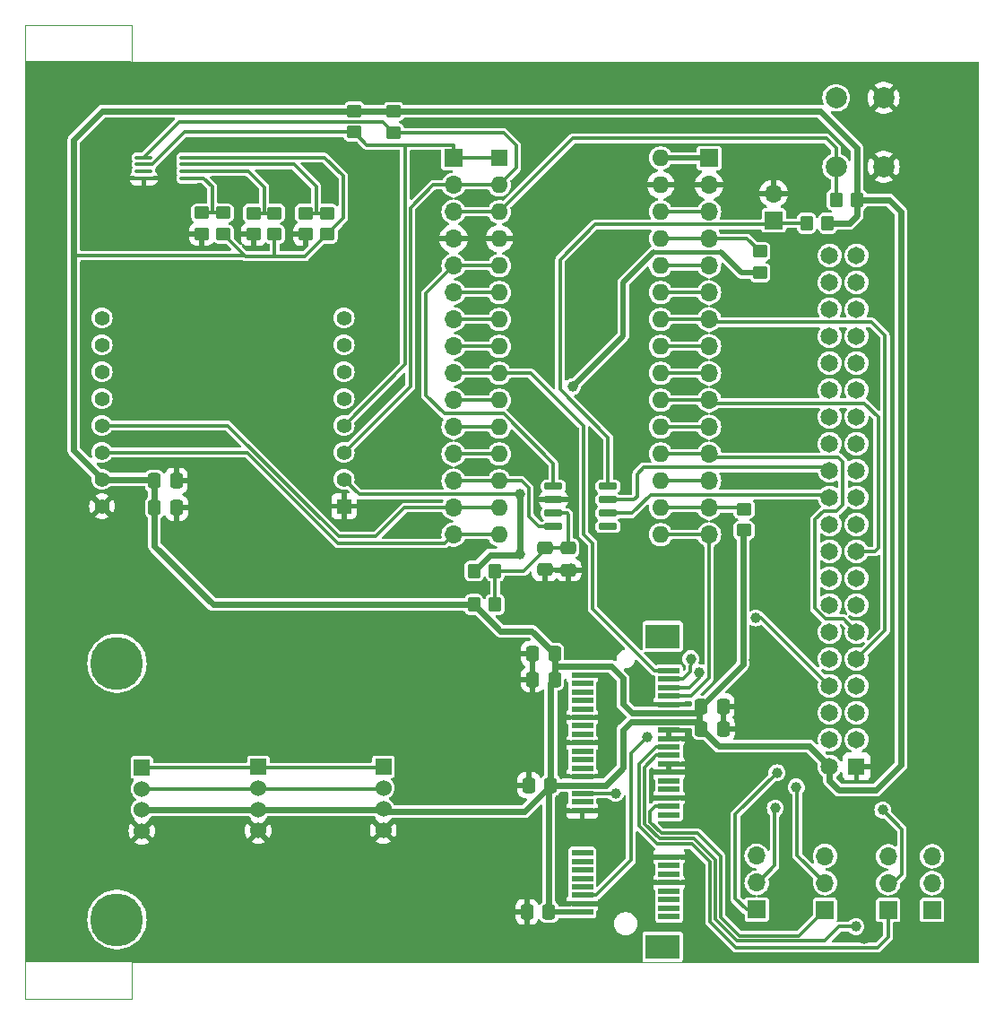
<source format=gbr>
%TF.GenerationSoftware,KiCad,Pcbnew,8.0.2-1*%
%TF.CreationDate,2024-10-14T16:45:23+02:00*%
%TF.ProjectId,Com_Nucleo-L432kc,436f6d5f-4e75-4636-9c65-6f2d4c343332,rev?*%
%TF.SameCoordinates,Original*%
%TF.FileFunction,Copper,L1,Top*%
%TF.FilePolarity,Positive*%
%FSLAX46Y46*%
G04 Gerber Fmt 4.6, Leading zero omitted, Abs format (unit mm)*
G04 Created by KiCad (PCBNEW 8.0.2-1) date 2024-10-14 16:45:23*
%MOMM*%
%LPD*%
G01*
G04 APERTURE LIST*
G04 Aperture macros list*
%AMRoundRect*
0 Rectangle with rounded corners*
0 $1 Rounding radius*
0 $2 $3 $4 $5 $6 $7 $8 $9 X,Y pos of 4 corners*
0 Add a 4 corners polygon primitive as box body*
4,1,4,$2,$3,$4,$5,$6,$7,$8,$9,$2,$3,0*
0 Add four circle primitives for the rounded corners*
1,1,$1+$1,$2,$3*
1,1,$1+$1,$4,$5*
1,1,$1+$1,$6,$7*
1,1,$1+$1,$8,$9*
0 Add four rect primitives between the rounded corners*
20,1,$1+$1,$2,$3,$4,$5,0*
20,1,$1+$1,$4,$5,$6,$7,0*
20,1,$1+$1,$6,$7,$8,$9,0*
20,1,$1+$1,$8,$9,$2,$3,0*%
G04 Aperture macros list end*
%TA.AperFunction,SMDPad,CuDef*%
%ADD10R,2.000000X0.600000*%
%TD*%
%TA.AperFunction,SMDPad,CuDef*%
%ADD11R,3.200000X2.300000*%
%TD*%
%TA.AperFunction,ComponentPad*%
%ADD12R,1.700000X1.700000*%
%TD*%
%TA.AperFunction,ComponentPad*%
%ADD13O,1.700000X1.700000*%
%TD*%
%TA.AperFunction,SMDPad,CuDef*%
%ADD14RoundRect,0.250000X-0.475000X0.337500X-0.475000X-0.337500X0.475000X-0.337500X0.475000X0.337500X0*%
%TD*%
%TA.AperFunction,ComponentPad*%
%ADD15R,1.524000X1.524000*%
%TD*%
%TA.AperFunction,ComponentPad*%
%ADD16C,1.524000*%
%TD*%
%TA.AperFunction,SMDPad,CuDef*%
%ADD17RoundRect,0.250000X0.337500X0.475000X-0.337500X0.475000X-0.337500X-0.475000X0.337500X-0.475000X0*%
%TD*%
%TA.AperFunction,SMDPad,CuDef*%
%ADD18RoundRect,0.250000X0.450000X-0.350000X0.450000X0.350000X-0.450000X0.350000X-0.450000X-0.350000X0*%
%TD*%
%TA.AperFunction,SMDPad,CuDef*%
%ADD19RoundRect,0.250000X-0.450000X0.350000X-0.450000X-0.350000X0.450000X-0.350000X0.450000X0.350000X0*%
%TD*%
%TA.AperFunction,SMDPad,CuDef*%
%ADD20RoundRect,0.250000X-0.337500X-0.475000X0.337500X-0.475000X0.337500X0.475000X-0.337500X0.475000X0*%
%TD*%
%TA.AperFunction,SMDPad,CuDef*%
%ADD21RoundRect,0.150000X-0.725000X-0.150000X0.725000X-0.150000X0.725000X0.150000X-0.725000X0.150000X0*%
%TD*%
%TA.AperFunction,SMDPad,CuDef*%
%ADD22RoundRect,0.100000X-0.712500X-0.100000X0.712500X-0.100000X0.712500X0.100000X-0.712500X0.100000X0*%
%TD*%
%TA.AperFunction,ComponentPad*%
%ADD23R,1.600000X1.600000*%
%TD*%
%TA.AperFunction,ComponentPad*%
%ADD24O,1.600000X1.600000*%
%TD*%
%TA.AperFunction,ComponentPad*%
%ADD25R,1.400000X1.400000*%
%TD*%
%TA.AperFunction,ComponentPad*%
%ADD26C,1.400000*%
%TD*%
%TA.AperFunction,SMDPad,CuDef*%
%ADD27RoundRect,0.250000X-0.350000X-0.450000X0.350000X-0.450000X0.350000X0.450000X-0.350000X0.450000X0*%
%TD*%
%TA.AperFunction,ComponentPad*%
%ADD28C,2.000000*%
%TD*%
%TA.AperFunction,WasherPad*%
%ADD29C,5.000000*%
%TD*%
%TA.AperFunction,SMDPad,CuDef*%
%ADD30RoundRect,0.250000X0.350000X0.450000X-0.350000X0.450000X-0.350000X-0.450000X0.350000X-0.450000X0*%
%TD*%
%TA.AperFunction,ComponentPad*%
%ADD31R,1.650000X1.650000*%
%TD*%
%TA.AperFunction,ComponentPad*%
%ADD32C,1.650000*%
%TD*%
%TA.AperFunction,ViaPad*%
%ADD33C,1.000000*%
%TD*%
%TA.AperFunction,Conductor*%
%ADD34C,0.600000*%
%TD*%
%TA.AperFunction,Conductor*%
%ADD35C,0.300000*%
%TD*%
%TA.AperFunction,Conductor*%
%ADD36C,0.500000*%
%TD*%
%TA.AperFunction,Conductor*%
%ADD37C,0.400000*%
%TD*%
%TA.AperFunction,Profile*%
%ADD38C,0.100000*%
%TD*%
G04 APERTURE END LIST*
D10*
%TO.P,IC1,1,~{WAKE}*%
%TO.N,unconnected-(IC1-~{WAKE}-Pad1)*%
X124534748Y-127245000D03*
%TO.P,IC1,2,3.3VAUX_1*%
%TO.N,+3V3*%
X116334748Y-126845000D03*
%TO.P,IC1,3,COEX1*%
%TO.N,unconnected-(IC1-COEX1-Pad3)*%
X124534748Y-126445000D03*
%TO.P,IC1,4,GND7*%
%TO.N,GND*%
X116334748Y-126045000D03*
%TO.P,IC1,5,COEX2*%
%TO.N,unconnected-(IC1-COEX2-Pad5)*%
X124534748Y-125645000D03*
%TO.P,IC1,6,1.5V_2*%
%TO.N,/GPIO6_SX1303*%
X116334748Y-125245000D03*
%TO.P,IC1,7,~{CLKREQ}*%
%TO.N,unconnected-(IC1-~{CLKREQ}-Pad7)*%
X124534748Y-124845000D03*
%TO.P,IC1,8,UIM_PWR*%
%TO.N,unconnected-(IC1-UIM_PWR-Pad8)*%
X116334748Y-124445000D03*
%TO.P,IC1,9,GND1*%
%TO.N,GND*%
X124534748Y-124045000D03*
%TO.P,IC1,10,UIM_DATA*%
%TO.N,unconnected-(IC1-UIM_DATA-Pad10)*%
X116334748Y-123645000D03*
%TO.P,IC1,11,SX1261_NRESET*%
%TO.N,unconnected-(IC1-SX1261_NRESET-Pad11)*%
X124534748Y-123245000D03*
%TO.P,IC1,12,UIM_CLK*%
%TO.N,unconnected-(IC1-UIM_CLK-Pad12)*%
X116334748Y-122845000D03*
%TO.P,IC1,13,REFCLK+*%
%TO.N,unconnected-(IC1-REFCLK+-Pad13)*%
X124534748Y-122445000D03*
%TO.P,IC1,14,UIM_RESET*%
%TO.N,unconnected-(IC1-UIM_RESET-Pad14)*%
X116334748Y-122045000D03*
%TO.P,IC1,15,GND2*%
%TO.N,GND*%
X124534748Y-121645000D03*
%TO.P,IC1,16,UIM_VPP*%
%TO.N,unconnected-(IC1-UIM_VPP-Pad16)*%
X116334748Y-121245000D03*
%TO.P,IC1,17,RESERVED*%
%TO.N,unconnected-(IC1-RESERVED-Pad17)*%
X124534748Y-117645000D03*
%TO.P,IC1,18,GND8*%
%TO.N,GND*%
X116334748Y-117245000D03*
%TO.P,IC1,19,RESERVED*%
%TO.N,/PPS_LORA_CORE*%
X124534748Y-116845000D03*
%TO.P,IC1,20,~{W_DISABLE}*%
%TO.N,unconnected-(IC1-~{W_DISABLE}-Pad20)*%
X116334748Y-116445000D03*
%TO.P,IC1,21,GND3*%
%TO.N,GND*%
X124534748Y-116045000D03*
%TO.P,IC1,22,~{PERST}*%
%TO.N,/RST_LORA_CORE*%
X116334748Y-115645000D03*
%TO.P,IC1,23,PERn0*%
%TO.N,unconnected-(IC1-PERn0-Pad23)*%
X124534748Y-115245000D03*
%TO.P,IC1,24,3.3VAUX_2*%
%TO.N,+3V3*%
X116334748Y-114845000D03*
%TO.P,IC1,25,PERp0*%
%TO.N,unconnected-(IC1-PERp0-Pad25)*%
X124534748Y-114445000D03*
%TO.P,IC1,26,GND9*%
%TO.N,GND*%
X116334748Y-114045000D03*
%TO.P,IC1,27,GND4*%
X124534748Y-113645000D03*
%TO.P,IC1,28,1.5V_2*%
%TO.N,unconnected-(IC1-1.5V_2-Pad28)*%
X116334748Y-113245000D03*
%TO.P,IC1,29,GND5*%
%TO.N,GND*%
X124534748Y-112845000D03*
%TO.P,IC1,30,SMB_SCL*%
%TO.N,unconnected-(IC1-SMB_SCL-Pad30)*%
X116334748Y-112445000D03*
%TO.P,IC1,31,PETn0*%
%TO.N,/UART_TX_LORA_CORE*%
X124534748Y-112045000D03*
%TO.P,IC1,32,SMB_SDA*%
%TO.N,unconnected-(IC1-SMB_SDA-Pad32)*%
X116334748Y-111645000D03*
%TO.P,IC1,33,PETp0*%
%TO.N,/UART_RX_LORA_CORE*%
X124534748Y-111245000D03*
%TO.P,IC1,34,GND*%
%TO.N,GND*%
X116334748Y-110845000D03*
%TO.P,IC1,35,GND6*%
X124534748Y-110445000D03*
%TO.P,IC1,36,USB_D-*%
%TO.N,unconnected-(IC1-USB_D--Pad36)*%
X116334748Y-110045000D03*
%TO.P,IC1,37,GND13*%
%TO.N,GND*%
X124534748Y-109645000D03*
%TO.P,IC1,38,USB_D+*%
%TO.N,unconnected-(IC1-USB_D+-Pad38)*%
X116334748Y-109245000D03*
%TO.P,IC1,39,3.3VAUX_3*%
%TO.N,+3V3*%
X124534748Y-108845000D03*
%TO.P,IC1,40,GND*%
%TO.N,GND*%
X116334748Y-108445000D03*
%TO.P,IC1,41,3.3VAUX_4*%
%TO.N,+3V3*%
X124534748Y-108045000D03*
%TO.P,IC1,42,LED_WWAN*%
%TO.N,unconnected-(IC1-LED_WWAN-Pad42)*%
X116334748Y-107645000D03*
%TO.P,IC1,43,GND14*%
%TO.N,GND*%
X124534748Y-107245000D03*
%TO.P,IC1,44,LED_WLAN*%
%TO.N,unconnected-(IC1-LED_WLAN-Pad44)*%
X116334748Y-106845000D03*
%TO.P,IC1,45,RESERVED1*%
%TO.N,/SCLK*%
X124534748Y-106445000D03*
%TO.P,IC1,46,LED_WPAN*%
%TO.N,unconnected-(IC1-LED_WPAN-Pad46)*%
X116334748Y-106045000D03*
%TO.P,IC1,47,RESERVED2*%
%TO.N,/MISO*%
X124534748Y-105645000D03*
%TO.P,IC1,48,1.5V_3*%
%TO.N,unconnected-(IC1-1.5V_3-Pad48)*%
X116334748Y-105245000D03*
%TO.P,IC1,49,RESERVED3*%
%TO.N,/MOSI*%
X124534748Y-104845000D03*
%TO.P,IC1,50,GND12*%
%TO.N,GND*%
X116334748Y-104445000D03*
%TO.P,IC1,51,RESERVED4*%
%TO.N,/CS_LORA_CORE*%
X124534748Y-104045000D03*
%TO.P,IC1,52,3.3VAUX_5*%
%TO.N,+3V3*%
X116334748Y-103645000D03*
D11*
%TO.P,IC1,MP*%
%TO.N,N/C*%
X123934748Y-130095000D03*
X123934748Y-100795000D03*
%TD*%
D12*
%TO.P,JP2,1,A*%
%TO.N,Net-(CR1-ASC)*%
X134420000Y-61510000D03*
D13*
%TO.P,JP2,2,B*%
%TO.N,GND*%
X134420000Y-58970000D03*
%TD*%
D14*
%TO.P,C7,1*%
%TO.N,Net-(CR1-VS)*%
X112790000Y-92442500D03*
%TO.P,C7,2*%
%TO.N,GND*%
X112790000Y-94517500D03*
%TD*%
D15*
%TO.P,J4,1,Pin_1*%
%TO.N,/SCL*%
X97540000Y-113110000D03*
D16*
%TO.P,J4,2,Pin_2*%
%TO.N,/SDA*%
X97540000Y-115110000D03*
%TO.P,J4,3,Pin_3*%
%TO.N,+3V3*%
X97540000Y-117110000D03*
%TO.P,J4,4,Pin_4*%
%TO.N,GND*%
X97540000Y-119110000D03*
%TD*%
D17*
%TO.P,C1,1*%
%TO.N,+3V3*%
X113721548Y-104873200D03*
%TO.P,C1,2*%
%TO.N,GND*%
X111646548Y-104873200D03*
%TD*%
D18*
%TO.P,R6\u002A,1*%
%TO.N,+3V3*%
X131600000Y-90790000D03*
%TO.P,R6\u002A,2*%
%TO.N,Net-(J7-Pin_14)*%
X131600000Y-88790000D03*
%TD*%
%TO.P,R10\u002A,1*%
%TO.N,GND*%
X90210000Y-62850000D03*
%TO.P,R10\u002A,2*%
%TO.N,Net-(U2-A0)*%
X90210000Y-60850000D03*
%TD*%
%TO.P,R12\u002A,1*%
%TO.N,+3V3*%
X87280000Y-62830000D03*
%TO.P,R12\u002A,2*%
%TO.N,Net-(U2-A1)*%
X87280000Y-60830000D03*
%TD*%
D12*
%TO.P,J7,1,Pin_1*%
%TO.N,Net-(J7-Pin_1)*%
X128313249Y-55637948D03*
D13*
%TO.P,J7,2,Pin_2*%
%TO.N,GND*%
X128313249Y-58177948D03*
%TO.P,J7,3,Pin_3*%
%TO.N,Net-(J7-Pin_3)*%
X128313249Y-60717948D03*
%TO.P,J7,4,Pin_4*%
%TO.N,Net-(J7-Pin_4)*%
X128313249Y-63257948D03*
%TO.P,J7,5,Pin_5*%
%TO.N,/UART_TX_INISAT*%
X128313249Y-65797948D03*
%TO.P,J7,6,Pin_6*%
%TO.N,/INT1*%
X128313249Y-68337948D03*
%TO.P,J7,7,Pin_7*%
%TO.N,/PWM2*%
X128313249Y-70877948D03*
%TO.P,J7,8,Pin_8*%
%TO.N,/CS_MK*%
X128313249Y-73417948D03*
%TO.P,J7,9,Pin_9*%
%TO.N,/GPIO6_SX1303*%
X128313249Y-75957948D03*
%TO.P,J7,10,Pin_10*%
%TO.N,/UART_RX_INISAT*%
X128313249Y-78497948D03*
%TO.P,J7,11,Pin_11*%
%TO.N,/SENS1*%
X128313249Y-81037948D03*
%TO.P,J7,12,Pin_12*%
%TO.N,/SENS2*%
X128313249Y-83577948D03*
%TO.P,J7,13,Pin_13*%
%TO.N,/AREF*%
X128313249Y-86117948D03*
%TO.P,J7,14,Pin_14*%
%TO.N,Net-(J7-Pin_14)*%
X128313249Y-88657948D03*
%TO.P,J7,15,Pin_15*%
%TO.N,/SCLK*%
X128313249Y-91197948D03*
%TD*%
D19*
%TO.P,R2\u002A,1*%
%TO.N,+3V3*%
X94810000Y-51200000D03*
%TO.P,R2\u002A,2*%
%TO.N,/SCL*%
X94810000Y-53200000D03*
%TD*%
D12*
%TO.P,J2,1,Pin_1*%
%TO.N,/SCL*%
X104183248Y-55626000D03*
D13*
%TO.P,J2,2,Pin_2*%
%TO.N,/SDA*%
X104183248Y-58166000D03*
%TO.P,J2,3,Pin_3*%
%TO.N,/RESET_GENERAL*%
X104183248Y-60706000D03*
%TO.P,J2,4,Pin_4*%
%TO.N,GND*%
X104183248Y-63246000D03*
%TO.P,J2,5,Pin_5*%
%TO.N,/CAN_TX*%
X104183248Y-65786000D03*
%TO.P,J2,6,Pin_6*%
%TO.N,/RST_LORA_CORE*%
X104183248Y-68326000D03*
%TO.P,J2,7,Pin_7*%
%TO.N,/UART_RX_1*%
X104183248Y-70866000D03*
%TO.P,J2,8,Pin_8*%
%TO.N,/UART_TX_1*%
X104183248Y-73406000D03*
%TO.P,J2,9,Pin_9*%
%TO.N,/CS_LORA_CORE*%
X104183248Y-75946000D03*
%TO.P,J2,10,Pin_10*%
%TO.N,Net-(J2-Pin_10)*%
X104183248Y-78486000D03*
%TO.P,J2,11,Pin_11*%
%TO.N,Net-(J2-Pin_11)*%
X104183248Y-81026000D03*
%TO.P,J2,12,Pin_12*%
%TO.N,/PWM1*%
X104183248Y-83566000D03*
%TO.P,J2,13,Pin_13*%
%TO.N,/CAN_RX*%
X104183248Y-86106000D03*
%TO.P,J2,14,Pin_14*%
%TO.N,/MOSI*%
X104183248Y-88646000D03*
%TO.P,J2,15,Pin_15*%
%TO.N,/MISO*%
X104183248Y-91186000D03*
%TD*%
D14*
%TO.P,C9,1*%
%TO.N,Net-(CR1-VS)*%
X115030000Y-92452500D03*
%TO.P,C9,2*%
%TO.N,GND*%
X115030000Y-94527500D03*
%TD*%
D12*
%TO.P,JP5,1,A*%
%TO.N,/PPS_LORA_CORE*%
X139260000Y-126615000D03*
D13*
%TO.P,JP5,2,C*%
%TO.N,/INT1*%
X139260000Y-124075000D03*
%TO.P,JP5,3,B*%
%TO.N,/INT_MK*%
X139260000Y-121535000D03*
%TD*%
D18*
%TO.P,R15\u002A,1*%
%TO.N,GND*%
X80400000Y-62810000D03*
%TO.P,R15\u002A,2*%
%TO.N,Net-(U2-A2)*%
X80400000Y-60810000D03*
%TD*%
D20*
%TO.P,C5,1*%
%TO.N,+3V3*%
X127572500Y-109510000D03*
%TO.P,C5,2*%
%TO.N,GND*%
X129647500Y-109510000D03*
%TD*%
D18*
%TO.P,R11\u002A,1*%
%TO.N,+3V3*%
X92220000Y-62840000D03*
%TO.P,R11\u002A,2*%
%TO.N,Net-(U2-A0)*%
X92220000Y-60840000D03*
%TD*%
D12*
%TO.P,JP1,1,A*%
%TO.N,/PWM_INISAT*%
X132810000Y-126600000D03*
D13*
%TO.P,JP1,2,C*%
%TO.N,/PWM1*%
X132810000Y-124060000D03*
%TO.P,JP1,3,B*%
%TO.N,/PWM_MK*%
X132810000Y-121520000D03*
%TD*%
D15*
%TO.P,J6,1,Pin_1*%
%TO.N,/SCL*%
X74740000Y-113180000D03*
D16*
%TO.P,J6,2,Pin_2*%
%TO.N,/SDA*%
X74740000Y-115180000D03*
%TO.P,J6,3,Pin_3*%
%TO.N,+3V3*%
X74740000Y-117180000D03*
%TO.P,J6,4,Pin_4*%
%TO.N,GND*%
X74740000Y-119180000D03*
%TD*%
D17*
%TO.P,C6,1*%
%TO.N,+3V3*%
X113367500Y-114850000D03*
%TO.P,C6,2*%
%TO.N,GND*%
X111292500Y-114850000D03*
%TD*%
D21*
%TO.P,CR1,1,TX0*%
%TO.N,/CAN_TX*%
X113611200Y-86620000D03*
%TO.P,CR1,2,GND*%
%TO.N,GND*%
X113611200Y-87890000D03*
%TO.P,CR1,3,VS*%
%TO.N,Net-(CR1-VS)*%
X113611200Y-89160000D03*
%TO.P,CR1,4,RX0*%
%TO.N,/CAN_RX*%
X113611200Y-90430000D03*
%TO.P,CR1,5,RX1*%
%TO.N,unconnected-(CR1-RX1-Pad5)*%
X118761200Y-90430000D03*
%TO.P,CR1,6,C_L*%
%TO.N,/CAN_RD*%
X118761200Y-89160000D03*
%TO.P,CR1,7,C_H*%
%TO.N,/CAN_TD*%
X118761200Y-87890000D03*
%TO.P,CR1,8,ASC*%
%TO.N,Net-(CR1-ASC)*%
X118761200Y-86620000D03*
%TD*%
D17*
%TO.P,C3,1*%
%TO.N,+3V3*%
X113190000Y-126820000D03*
%TO.P,C3,2*%
%TO.N,GND*%
X111115000Y-126820000D03*
%TD*%
D18*
%TO.P,R7\u002A,1*%
%TO.N,+5V*%
X133110000Y-66460000D03*
%TO.P,R7\u002A,2*%
%TO.N,Net-(J7-Pin_4)*%
X133110000Y-64460000D03*
%TD*%
D22*
%TO.P,U2,1,SDA*%
%TO.N,/SDA*%
X74907500Y-55585000D03*
%TO.P,U2,2,SCL*%
%TO.N,/SCL*%
X74907500Y-56235000D03*
%TO.P,U2,3,Alert*%
%TO.N,unconnected-(U2-Alert-Pad3)*%
X74907500Y-56885000D03*
%TO.P,U2,4,GND*%
%TO.N,GND*%
X74907500Y-57535000D03*
%TO.P,U2,5,A2*%
%TO.N,Net-(U2-A2)*%
X79132500Y-57535000D03*
%TO.P,U2,6,A1*%
%TO.N,Net-(U2-A1)*%
X79132500Y-56885000D03*
%TO.P,U2,7,A0*%
%TO.N,Net-(U2-A0)*%
X79132500Y-56235000D03*
%TO.P,U2,8,V_{DD}*%
%TO.N,+3V3*%
X79132500Y-55585000D03*
%TD*%
D18*
%TO.P,R13\u002A,1*%
%TO.N,GND*%
X85290000Y-62840000D03*
%TO.P,R13\u002A,2*%
%TO.N,Net-(U2-A1)*%
X85290000Y-60840000D03*
%TD*%
D20*
%TO.P,C10,1*%
%TO.N,+3V3*%
X127562500Y-107410000D03*
%TO.P,C10,2*%
%TO.N,GND*%
X129637500Y-107410000D03*
%TD*%
D23*
%TO.P,L432KC1,1,D1*%
%TO.N,/SCL*%
X108503248Y-55626000D03*
D24*
%TO.P,L432KC1,2,D0*%
%TO.N,/SDA*%
X108503248Y-58166000D03*
%TO.P,L432KC1,3,RESET*%
%TO.N,/RESET_GENERAL*%
X108503248Y-60706000D03*
%TO.P,L432KC1,4,GND*%
%TO.N,GND*%
X108503248Y-63246000D03*
%TO.P,L432KC1,5,D2*%
%TO.N,/CAN_TX*%
X108503248Y-65786000D03*
%TO.P,L432KC1,6,D3*%
%TO.N,/RST_LORA_CORE*%
X108503248Y-68326000D03*
%TO.P,L432KC1,7,D4*%
%TO.N,/UART_RX_1*%
X108503248Y-70866000D03*
%TO.P,L432KC1,8,D5*%
%TO.N,/UART_TX_1*%
X108503248Y-73406000D03*
%TO.P,L432KC1,9,D6*%
%TO.N,/CS_LORA_CORE*%
X108503248Y-75946000D03*
%TO.P,L432KC1,10,D7*%
%TO.N,Net-(J2-Pin_10)*%
X108503248Y-78486000D03*
%TO.P,L432KC1,11,D8*%
%TO.N,Net-(J2-Pin_11)*%
X108503248Y-81026000D03*
%TO.P,L432KC1,12,D9*%
%TO.N,/PWM1*%
X108503248Y-83566000D03*
%TO.P,L432KC1,13,D10*%
%TO.N,/CAN_RX*%
X108503248Y-86106000D03*
%TO.P,L432KC1,14,D11*%
%TO.N,/MOSI*%
X108503248Y-88646000D03*
%TO.P,L432KC1,15,D12*%
%TO.N,/MISO*%
X108503248Y-91186000D03*
%TO.P,L432KC1,16,D13*%
%TO.N,/SCLK*%
X123743248Y-91186000D03*
%TO.P,L432KC1,17,+3V3*%
%TO.N,Net-(J7-Pin_14)*%
X123743248Y-88646000D03*
%TO.P,L432KC1,18,AREF*%
%TO.N,/AREF*%
X123743248Y-86106000D03*
%TO.P,L432KC1,19,A0*%
%TO.N,/SENS2*%
X123743248Y-83566000D03*
%TO.P,L432KC1,20,A1*%
%TO.N,/SENS1*%
X123743248Y-81026000D03*
%TO.P,L432KC1,21,A2*%
%TO.N,/UART_RX_INISAT*%
X123743248Y-78486000D03*
%TO.P,L432KC1,22,A3*%
%TO.N,/GPIO6_SX1303*%
X123743248Y-75946000D03*
%TO.P,L432KC1,23,A4*%
%TO.N,/CS_MK*%
X123743248Y-73406000D03*
%TO.P,L432KC1,24,A5*%
%TO.N,/PWM2*%
X123743248Y-70866000D03*
%TO.P,L432KC1,25,A6*%
%TO.N,/INT1*%
X123743248Y-68326000D03*
%TO.P,L432KC1,26,A7*%
%TO.N,/UART_TX_INISAT*%
X123743248Y-65786000D03*
%TO.P,L432KC1,27,+5V*%
%TO.N,Net-(J7-Pin_4)*%
X123743248Y-63246000D03*
%TO.P,L432KC1,28,RESET*%
%TO.N,Net-(J7-Pin_3)*%
X123743248Y-60706000D03*
%TO.P,L432KC1,29,GND*%
%TO.N,GND*%
X123743248Y-58166000D03*
%TO.P,L432KC1,30,VIN*%
%TO.N,Net-(J7-Pin_1)*%
X123743248Y-55626000D03*
%TD*%
D15*
%TO.P,J9,1,Pin_1*%
%TO.N,/SCL*%
X85740000Y-113140000D03*
D16*
%TO.P,J9,2,Pin_2*%
%TO.N,/SDA*%
X85740000Y-115140000D03*
%TO.P,J9,3,Pin_3*%
%TO.N,+3V3*%
X85740000Y-117140000D03*
%TO.P,J9,4,Pin_4*%
%TO.N,GND*%
X85740000Y-119140000D03*
%TD*%
D25*
%TO.P,J5,1,GND_1*%
%TO.N,GND*%
X93830000Y-88510000D03*
D26*
%TO.P,J5,2,+5V*%
%TO.N,+5V*%
X93830000Y-85970000D03*
%TO.P,J5,3,SDA*%
%TO.N,/SDA*%
X93830000Y-83430000D03*
%TO.P,J5,4,SCL*%
%TO.N,/SCL*%
X93830000Y-80890000D03*
%TO.P,J5,5,TX*%
%TO.N,/UART_TX_MK*%
X93830000Y-78350000D03*
%TO.P,J5,6,RX*%
%TO.N,/UART_RX_MK*%
X93830000Y-75810000D03*
%TO.P,J5,7,INT*%
%TO.N,/INT_MK*%
X93830000Y-73270000D03*
%TO.P,J5,8,PWM*%
%TO.N,/PWM_MK*%
X93830000Y-70730000D03*
%TO.P,J5,9,AN*%
%TO.N,unconnected-(J5-AN-Pad9)*%
X70970000Y-70730000D03*
%TO.P,J5,10,RST*%
%TO.N,/RESET_GENERAL*%
X70970000Y-73270000D03*
%TO.P,J5,11,CS*%
%TO.N,/CS_MK*%
X70970000Y-75810000D03*
%TO.P,J5,12,SCK*%
%TO.N,/SCLK*%
X70970000Y-78350000D03*
%TO.P,J5,13,MISO*%
%TO.N,/MOSI*%
X70970000Y-80890000D03*
%TO.P,J5,14,MOSI*%
%TO.N,/MISO*%
X70970000Y-83430000D03*
%TO.P,J5,15,+3.3V*%
%TO.N,+3V3*%
X70970000Y-85970000D03*
%TO.P,J5,16,GND_2*%
%TO.N,GND*%
X70970000Y-88510000D03*
%TD*%
D27*
%TO.P,R9\u002A,1*%
%TO.N,+5V*%
X106120000Y-94610000D03*
%TO.P,R9\u002A,2*%
%TO.N,Net-(CR1-VS)*%
X108120000Y-94610000D03*
%TD*%
D20*
%TO.P,C4,1*%
%TO.N,+3V3*%
X75932500Y-88660000D03*
%TO.P,C4,2*%
%TO.N,GND*%
X78007500Y-88660000D03*
%TD*%
D28*
%TO.P,SW1,1,1*%
%TO.N,/RESET_GENERAL*%
X140310000Y-56450000D03*
X140310000Y-49950000D03*
%TO.P,SW1,2,2*%
%TO.N,GND*%
X144810000Y-56450000D03*
X144810000Y-49950000D03*
%TD*%
D18*
%TO.P,R14\u002A,1*%
%TO.N,+3V3*%
X82420000Y-62810000D03*
%TO.P,R14\u002A,2*%
%TO.N,Net-(U2-A2)*%
X82420000Y-60810000D03*
%TD*%
D12*
%TO.P,JP4,1,A*%
%TO.N,/UART_RX_LORA_CORE*%
X145230000Y-126630000D03*
D13*
%TO.P,JP4,2,C*%
%TO.N,/UART_TX_1*%
X145230000Y-124090000D03*
%TO.P,JP4,3,B*%
%TO.N,/UART_RX_MK*%
X145230000Y-121550000D03*
%TD*%
D29*
%TO.P,,*%
%TO.N,*%
X72384748Y-103345000D03*
%TD*%
D19*
%TO.P,R3\u002A,1*%
%TO.N,+3V3*%
X98510000Y-51240000D03*
%TO.P,R3\u002A,2*%
%TO.N,/SDA*%
X98510000Y-53240000D03*
%TD*%
D29*
%TO.P,REF\u002A\u002A,*%
%TO.N,*%
X72384748Y-127545000D03*
%TD*%
D20*
%TO.P,C2,1*%
%TO.N,+3V3*%
X75912500Y-86100000D03*
%TO.P,C2,2*%
%TO.N,GND*%
X77987500Y-86100000D03*
%TD*%
D27*
%TO.P,R8\u002A,1*%
%TO.N,+3V3*%
X106100000Y-97800000D03*
%TO.P,R8\u002A,2*%
%TO.N,Net-(CR1-VS)*%
X108100000Y-97800000D03*
%TD*%
D30*
%TO.P,R4,1*%
%TO.N,+3V3*%
X139520000Y-61790000D03*
%TO.P,R4,2*%
%TO.N,Net-(CR1-ASC)*%
X137520000Y-61790000D03*
%TD*%
D17*
%TO.P,C8,1*%
%TO.N,+3V3*%
X113716548Y-102438200D03*
%TO.P,C8,2*%
%TO.N,GND*%
X111641548Y-102438200D03*
%TD*%
D12*
%TO.P,JP3,1,A*%
%TO.N,/UART_TX_LORA_CORE*%
X149380000Y-126630000D03*
D13*
%TO.P,JP3,2,C*%
%TO.N,/UART_RX_1*%
X149380000Y-124090000D03*
%TO.P,JP3,3,B*%
%TO.N,/UART_TX_MK*%
X149380000Y-121550000D03*
%TD*%
D30*
%TO.P,R1,1*%
%TO.N,+3V3*%
X142300000Y-59560000D03*
%TO.P,R1,2*%
%TO.N,/RESET_GENERAL*%
X140300000Y-59560000D03*
%TD*%
D31*
%TO.P,J1,1,GND*%
%TO.N,GND*%
X142240000Y-113090000D03*
D32*
%TO.P,J1,2,3V3*%
%TO.N,+3V3*%
X139700000Y-113090000D03*
%TO.P,J1,3,V_IN*%
%TO.N,+5V*%
X142240000Y-110550000D03*
%TO.P,J1,4,5V*%
X139700000Y-110550000D03*
%TO.P,J1,5,V_B*%
%TO.N,unconnected-(J1-V_B-Pad5)*%
X142240000Y-108010000D03*
%TO.P,J1,6,NC1*%
%TO.N,/PWM_INISAT*%
X139700000Y-108010000D03*
%TO.P,J1,7,NC2*%
%TO.N,unconnected-(J1-NC2-Pad7)*%
X142240000Y-105470000D03*
%TO.P,J1,8,NC3*%
%TO.N,/SENS1*%
X139700000Y-105470000D03*
%TO.P,J1,9,NC4*%
%TO.N,/PWM2*%
X142240000Y-102930000D03*
%TO.P,J1,10,RD-*%
%TO.N,unconnected-(J1-RD--Pad10)*%
X139700000Y-102930000D03*
%TO.P,J1,11,NC*%
%TO.N,/SENS2*%
X142240000Y-100390000D03*
%TO.P,J1,12,RD+*%
%TO.N,unconnected-(J1-RD+-Pad12)*%
X139700000Y-100390000D03*
%TO.P,J1,13,NC*%
%TO.N,unconnected-(J1-NC-Pad13)*%
X142240000Y-97850000D03*
%TO.P,J1,14,TD-*%
%TO.N,unconnected-(J1-TD--Pad14)*%
X139700000Y-97850000D03*
%TO.P,J1,15,NC*%
%TO.N,unconnected-(J1-NC-Pad15)*%
X142240000Y-95310000D03*
%TO.P,J1,16,TD+*%
%TO.N,unconnected-(J1-TD+-Pad16)*%
X139700000Y-95310000D03*
%TO.P,J1,17,RX/SDA*%
%TO.N,/UART_RX_INISAT*%
X142240000Y-92770000D03*
%TO.P,J1,18,D-*%
%TO.N,unconnected-(J1-D--Pad18)*%
X139700000Y-92770000D03*
%TO.P,J1,19,TX/SCL*%
%TO.N,/UART_TX_INISAT*%
X142240000Y-90230000D03*
%TO.P,J1,20,D+*%
%TO.N,unconnected-(J1-D+-Pad20)*%
X139700000Y-90230000D03*
%TO.P,J1,21,SCK*%
%TO.N,unconnected-(J1-SCK-Pad21)*%
X142240000Y-87690000D03*
%TO.P,J1,22,RD*%
%TO.N,/CAN_RD*%
X139700000Y-87690000D03*
%TO.P,J1,23,MOSI*%
%TO.N,unconnected-(J1-MOSI-Pad23)*%
X142240000Y-85150000D03*
%TO.P,J1,24,TD*%
%TO.N,/CAN_TD*%
X139700000Y-85150000D03*
%TO.P,J1,25,MISO*%
%TO.N,unconnected-(J1-MISO-Pad25)*%
X142240000Y-82610000D03*
%TO.P,J1,26,SDA/RX*%
%TO.N,/SDA*%
X139700000Y-82610000D03*
%TO.P,J1,27,SSEL*%
%TO.N,unconnected-(J1-SSEL-Pad27)*%
X142240000Y-80070000D03*
%TO.P,J1,28,SCL/TX*%
%TO.N,/SCL*%
X139700000Y-80070000D03*
%TO.P,J1,29,AI_1*%
%TO.N,unconnected-(J1-AI_1-Pad29)*%
X142240000Y-77530000D03*
%TO.P,J1,30,PWM_O_1*%
%TO.N,unconnected-(J1-PWM_O_1-Pad30)*%
X139700000Y-77530000D03*
%TO.P,J1,31,AI_2*%
%TO.N,unconnected-(J1-AI_2-Pad31)*%
X142240000Y-74990000D03*
%TO.P,J1,32,PWM_O_2*%
%TO.N,unconnected-(J1-PWM_O_2-Pad32)*%
X139700000Y-74990000D03*
%TO.P,J1,33,AI_3*%
%TO.N,unconnected-(J1-AI_3-Pad33)*%
X142240000Y-72450000D03*
%TO.P,J1,34,PWM_O_3*%
%TO.N,unconnected-(J1-PWM_O_3-Pad34)*%
X139700000Y-72450000D03*
%TO.P,J1,35,AI_4*%
%TO.N,unconnected-(J1-AI_4-Pad35)*%
X142240000Y-69910000D03*
%TO.P,J1,36,PWM_O_4*%
%TO.N,unconnected-(J1-PWM_O_4-Pad36)*%
X139700000Y-69910000D03*
%TO.P,J1,37,AI_5*%
%TO.N,unconnected-(J1-AI_5-Pad37)*%
X142240000Y-67370000D03*
%TO.P,J1,38,PWM_O_5*%
%TO.N,unconnected-(J1-PWM_O_5-Pad38)*%
X139700000Y-67370000D03*
%TO.P,J1,39,AI_6*%
%TO.N,unconnected-(J1-AI_6-Pad39)*%
X142240000Y-64830000D03*
%TO.P,J1,40,PWM_O_6*%
%TO.N,unconnected-(J1-PWM_O_6-Pad40)*%
X139700000Y-64830000D03*
%TD*%
D33*
%TO.N,GND*%
X131500000Y-74700000D03*
X111340000Y-55550000D03*
X74200000Y-61210000D03*
X65690000Y-57400000D03*
X111680000Y-77990000D03*
X109510000Y-48230000D03*
X111390000Y-123290000D03*
X66390000Y-125210000D03*
X90680000Y-101940000D03*
X68280000Y-48070000D03*
X151860000Y-58830000D03*
X88810000Y-47910000D03*
X80420000Y-88770000D03*
X85990000Y-101970000D03*
X134820000Y-86010000D03*
X129560000Y-97560000D03*
X65770000Y-87580000D03*
X151830000Y-91220000D03*
X135790000Y-68010000D03*
X151680000Y-105290000D03*
X76980000Y-47760000D03*
X121930000Y-93860000D03*
X77070000Y-71160000D03*
X65770000Y-50350000D03*
X131970000Y-79930000D03*
X98610000Y-48310000D03*
X118760000Y-105760000D03*
X65770000Y-96910000D03*
X137270000Y-82330000D03*
X109290000Y-115050000D03*
X151940000Y-65310000D03*
X113810000Y-98250000D03*
X132510000Y-103070000D03*
X151980000Y-84710000D03*
X111620000Y-84670000D03*
X65840000Y-66650000D03*
X97190000Y-68330000D03*
X90190000Y-71230000D03*
X152170000Y-129060000D03*
X65770000Y-76610000D03*
X99740000Y-90840000D03*
X127750000Y-128390000D03*
X147300000Y-124360000D03*
X129040000Y-47980000D03*
X116880000Y-58420000D03*
X121160000Y-123290000D03*
X81290000Y-127700000D03*
X101220000Y-56600000D03*
X119490000Y-98990000D03*
X97230000Y-63200000D03*
X121870000Y-104490000D03*
X135530000Y-105890000D03*
X149060000Y-48010000D03*
X117270000Y-71110000D03*
X101160000Y-121630000D03*
X120730000Y-84040000D03*
X66080000Y-106010000D03*
X88950000Y-58550000D03*
X119380000Y-64900000D03*
X151760000Y-98400000D03*
X120490000Y-47910000D03*
X83910000Y-58790000D03*
X98730000Y-102090000D03*
X131480000Y-55510000D03*
X136960000Y-90360000D03*
X97130000Y-65750000D03*
X126910000Y-95810000D03*
X92020000Y-57230000D03*
X90300000Y-127960000D03*
X78760000Y-101770000D03*
X151760000Y-112470000D03*
X151980000Y-72220000D03*
X152050000Y-78210000D03*
X100030000Y-128350000D03*
X109590000Y-128980000D03*
X142970000Y-129340000D03*
X109850000Y-103550000D03*
X66160000Y-115960000D03*
%TO.N,/UART_TX_LORA_CORE*%
X142170000Y-128200000D03*
%TO.N,/MOSI*%
X126580000Y-102920000D03*
%TO.N,/RST_LORA_CORE*%
X119490000Y-115620000D03*
%TO.N,/GPIO6_SX1303*%
X122450000Y-110300000D03*
%TO.N,/SENS1*%
X132740000Y-99060000D03*
%TO.N,+5V*%
X110450000Y-87390000D03*
X115410000Y-77225000D03*
X110450000Y-93080000D03*
%TO.N,/PWM_INISAT*%
X134721041Y-113688959D03*
%TO.N,/MISO*%
X127410000Y-104230000D03*
%TO.N,/UART_TX_1*%
X144730000Y-117200000D03*
%TO.N,/PWM1*%
X134570000Y-117030000D03*
%TO.N,/INT1*%
X136550000Y-115030000D03*
%TD*%
D34*
%TO.N,+3V3*%
X71020000Y-51200000D02*
X68310000Y-53910000D01*
X108600000Y-100300000D02*
X111578348Y-100300000D01*
X113721548Y-104873200D02*
X113721548Y-103660000D01*
X139700000Y-114420000D02*
X140580000Y-115300000D01*
D35*
X87280000Y-62830000D02*
X87280000Y-64880000D01*
X112780000Y-126520000D02*
X113105000Y-126845000D01*
D34*
X118545000Y-114845000D02*
X116334748Y-114845000D01*
D35*
X84500000Y-64890000D02*
X87270000Y-64890000D01*
D34*
X116334748Y-114845000D02*
X114472500Y-114845000D01*
X97790000Y-117360000D02*
X110857500Y-117360000D01*
X127385000Y-108045000D02*
X127390000Y-108040000D01*
D35*
X87280000Y-64880000D02*
X87270000Y-64890000D01*
D34*
X131500000Y-90890000D02*
X131600000Y-90790000D01*
X142300000Y-61070000D02*
X142300000Y-59560000D01*
D35*
X68335000Y-64835000D02*
X84445000Y-64835000D01*
D34*
X113367500Y-105227248D02*
X113721548Y-104873200D01*
X127562500Y-107410000D02*
X131500000Y-103472500D01*
X116334748Y-103645000D02*
X113736548Y-103645000D01*
X113367500Y-114850000D02*
X113367500Y-105227248D01*
X139700000Y-113090000D02*
X139700000Y-114420000D01*
D35*
X79132500Y-55585000D02*
X92005000Y-55585000D01*
D34*
X120190000Y-109610000D02*
X120190000Y-113200000D01*
X144080000Y-115300000D02*
X146460000Y-112920000D01*
D35*
X84445000Y-64835000D02*
X84500000Y-64890000D01*
D34*
X127345000Y-108845000D02*
X127390000Y-108800000D01*
X122455000Y-108045000D02*
X124534748Y-108045000D01*
X140580000Y-115300000D02*
X144080000Y-115300000D01*
X119095000Y-103645000D02*
X120170000Y-104720000D01*
D35*
X82420000Y-62810000D02*
X84445000Y-64835000D01*
D34*
X120955000Y-108845000D02*
X120190000Y-109610000D01*
X120170000Y-107180000D02*
X121035000Y-108045000D01*
X120190000Y-113200000D02*
X118545000Y-114845000D01*
D35*
X92005000Y-55585000D02*
X93760000Y-57340000D01*
D34*
X113190000Y-115027500D02*
X113367500Y-114850000D01*
X121035000Y-108045000D02*
X122455000Y-108045000D01*
X137760000Y-111150000D02*
X139700000Y-113090000D01*
X124534748Y-108845000D02*
X127345000Y-108845000D01*
X129212500Y-111150000D02*
X137760000Y-111150000D01*
D35*
X93760000Y-61300000D02*
X92220000Y-62840000D01*
D34*
X113721548Y-102443200D02*
X113716548Y-102438200D01*
X94810000Y-51200000D02*
X98470000Y-51200000D01*
X106100000Y-97800000D02*
X108600000Y-100300000D01*
X113721548Y-103660000D02*
X113721548Y-102443200D01*
D36*
X113105000Y-126845000D02*
X116334748Y-126845000D01*
D34*
X68310000Y-83240000D02*
X70970000Y-85900000D01*
X75912500Y-86100000D02*
X75912500Y-88640000D01*
X70970000Y-85900000D02*
X70970000Y-85970000D01*
X81472500Y-97800000D02*
X106100000Y-97800000D01*
X142300000Y-59560000D02*
X142300000Y-54710000D01*
X111578348Y-100300000D02*
X113716548Y-102438200D01*
X94810000Y-51200000D02*
X71020000Y-51200000D01*
X75932500Y-88660000D02*
X75932500Y-92260000D01*
X141580000Y-61790000D02*
X142300000Y-61070000D01*
D35*
X93760000Y-57340000D02*
X93760000Y-61300000D01*
D34*
X97540000Y-117110000D02*
X97790000Y-117360000D01*
X139520000Y-61790000D02*
X141580000Y-61790000D01*
X75782500Y-85970000D02*
X75912500Y-86100000D01*
X145290000Y-59560000D02*
X142300000Y-59560000D01*
X124534748Y-108845000D02*
X120955000Y-108845000D01*
D35*
X90170000Y-64890000D02*
X92220000Y-62840000D01*
D34*
X98470000Y-51200000D02*
X98510000Y-51240000D01*
X116334748Y-103645000D02*
X119095000Y-103645000D01*
X97470000Y-117180000D02*
X97540000Y-117110000D01*
X146460000Y-112920000D02*
X146460000Y-60730000D01*
X127390000Y-108040000D02*
X127390000Y-108800000D01*
X120170000Y-104720000D02*
X120170000Y-107180000D01*
X138830000Y-51240000D02*
X98510000Y-51240000D01*
X70970000Y-85970000D02*
X75782500Y-85970000D01*
X146460000Y-60730000D02*
X145290000Y-59560000D01*
X113736548Y-103645000D02*
X113721548Y-103660000D01*
X114472500Y-114845000D02*
X114467500Y-114850000D01*
X68310000Y-53910000D02*
X68310000Y-83240000D01*
X113190000Y-126820000D02*
X113190000Y-115027500D01*
X110857500Y-117360000D02*
X113367500Y-114850000D01*
X75932500Y-92260000D02*
X81472500Y-97800000D01*
D35*
X87270000Y-64890000D02*
X90170000Y-64890000D01*
D34*
X127572500Y-109510000D02*
X129212500Y-111150000D01*
X142300000Y-54710000D02*
X138830000Y-51240000D01*
X75912500Y-88640000D02*
X75932500Y-88660000D01*
X114467500Y-114850000D02*
X113367500Y-114850000D01*
X124534748Y-108045000D02*
X127385000Y-108045000D01*
X131500000Y-103472500D02*
X131500000Y-90890000D01*
X74740000Y-117180000D02*
X97470000Y-117180000D01*
D35*
%TO.N,GND*%
X123743248Y-58166000D02*
X128301301Y-58166000D01*
X123134748Y-124045000D02*
X122682000Y-123592252D01*
X115030000Y-94527500D02*
X115030000Y-94240000D01*
X123134800Y-121645000D02*
X124534748Y-121645000D01*
X115030000Y-94240000D02*
X115250000Y-94020000D01*
X122682000Y-122097800D02*
X123134800Y-121645000D01*
X116334748Y-114045000D02*
X116195000Y-114045000D01*
X122682000Y-123592252D02*
X122682000Y-122097800D01*
X124534748Y-124045000D02*
X123134748Y-124045000D01*
X116195000Y-114045000D02*
X116192500Y-114042500D01*
%TO.N,/CAN_RX*%
X111310000Y-89480000D02*
X111310000Y-86800000D01*
X112260000Y-90430000D02*
X111310000Y-89480000D01*
X111310000Y-86800000D02*
X110616000Y-86106000D01*
X110616000Y-86106000D02*
X108503248Y-86106000D01*
X104183248Y-86106000D02*
X108503248Y-86106000D01*
X113611200Y-90430000D02*
X112260000Y-90430000D01*
%TO.N,Net-(CR1-VS)*%
X115030000Y-89280000D02*
X115030000Y-92452500D01*
X112790000Y-92630000D02*
X110810000Y-94610000D01*
X115030000Y-92452500D02*
X112800000Y-92452500D01*
X114910000Y-89160000D02*
X115030000Y-89280000D01*
X112790000Y-92442500D02*
X112790000Y-92630000D01*
X112800000Y-92452500D02*
X112790000Y-92442500D01*
X108100000Y-94630000D02*
X108120000Y-94610000D01*
X113611200Y-89160000D02*
X114910000Y-89160000D01*
X108100000Y-97800000D02*
X108100000Y-94630000D01*
X110810000Y-94610000D02*
X108120000Y-94610000D01*
%TO.N,/CAN_TX*%
X101560000Y-78030000D02*
X101560000Y-68409248D01*
X101560000Y-68409248D02*
X104183248Y-65786000D01*
X103310000Y-79780000D02*
X101560000Y-78030000D01*
X113611200Y-84507606D02*
X108883594Y-79780000D01*
X108883594Y-79780000D02*
X103310000Y-79780000D01*
X104183248Y-65786000D02*
X108503248Y-65786000D01*
X113611200Y-86620000D02*
X113611200Y-84507606D01*
%TO.N,/CAN_RD*%
X121040000Y-89160000D02*
X122770000Y-87430000D01*
X118761200Y-89160000D02*
X121040000Y-89160000D01*
X139440000Y-87430000D02*
X139700000Y-87690000D01*
X122770000Y-87430000D02*
X139440000Y-87430000D01*
%TO.N,/CAN_TD*%
X121500000Y-85467462D02*
X122107462Y-84860000D01*
X121500000Y-87600000D02*
X121500000Y-85467462D01*
X118761200Y-87890000D02*
X121210000Y-87890000D01*
X122107462Y-84860000D02*
X139410000Y-84860000D01*
X121210000Y-87890000D02*
X121500000Y-87600000D01*
X139410000Y-84860000D02*
X139700000Y-85150000D01*
%TO.N,/SDA*%
X100090000Y-77170000D02*
X100090000Y-60320000D01*
X97520000Y-52250000D02*
X78242500Y-52250000D01*
X97470000Y-115180000D02*
X97540000Y-115110000D01*
X110090000Y-54420000D02*
X108910000Y-53240000D01*
X74740000Y-115180000D02*
X97470000Y-115180000D01*
X93830000Y-83430000D02*
X100090000Y-77170000D01*
X108503248Y-58166000D02*
X110090000Y-56579248D01*
X110090000Y-56579248D02*
X110090000Y-54420000D01*
X100090000Y-60320000D02*
X102244000Y-58166000D01*
X102244000Y-58166000D02*
X104183248Y-58166000D01*
X98510000Y-53240000D02*
X97520000Y-52250000D01*
X78242500Y-52250000D02*
X74907500Y-55585000D01*
X104183248Y-58166000D02*
X108503248Y-58166000D01*
X108910000Y-53240000D02*
X98510000Y-53240000D01*
%TO.N,/SCL*%
X104183248Y-55626000D02*
X104183248Y-54453248D01*
X78744168Y-53200000D02*
X75709168Y-56235000D01*
X104183248Y-55626000D02*
X108503248Y-55626000D01*
X96000000Y-54390000D02*
X94810000Y-53200000D01*
X104120000Y-54390000D02*
X99680000Y-54390000D01*
X93830000Y-80890000D02*
X99590000Y-75130000D01*
X104183248Y-54453248D02*
X104120000Y-54390000D01*
X94810000Y-53200000D02*
X78744168Y-53200000D01*
X99680000Y-54390000D02*
X96000000Y-54390000D01*
X74740000Y-113180000D02*
X97470000Y-113180000D01*
X99590000Y-75130000D02*
X99590000Y-54480000D01*
X99590000Y-54480000D02*
X99680000Y-54390000D01*
X75709168Y-56235000D02*
X74907500Y-56235000D01*
X97470000Y-113180000D02*
X97540000Y-113110000D01*
%TO.N,/PPS_LORA_CORE*%
X131174212Y-129070000D02*
X136805000Y-129070000D01*
X122730000Y-118315788D02*
X123824212Y-119410000D01*
X127240000Y-119410000D02*
X129400000Y-121570000D01*
X123234748Y-116845000D02*
X122730000Y-117349748D01*
X129400000Y-127295788D02*
X131174212Y-129070000D01*
X124534748Y-116845000D02*
X123234748Y-116845000D01*
X136805000Y-129070000D02*
X139260000Y-126615000D01*
X129400000Y-121570000D02*
X129400000Y-127295788D01*
X123824212Y-119410000D02*
X127240000Y-119410000D01*
X122730000Y-117349748D02*
X122730000Y-118315788D01*
%TO.N,/CS_LORA_CORE*%
X116450000Y-91160000D02*
X117300000Y-92010000D01*
X117300000Y-98210000D02*
X123135000Y-104045000D01*
X108503248Y-75946000D02*
X111476000Y-75946000D01*
X117300000Y-92010000D02*
X117300000Y-98210000D01*
X116450000Y-80920000D02*
X116450000Y-91160000D01*
X123135000Y-104045000D02*
X124534748Y-104045000D01*
X104183248Y-75946000D02*
X108503248Y-75946000D01*
X111476000Y-75946000D02*
X116450000Y-80920000D01*
%TO.N,/UART_TX_LORA_CORE*%
X122230000Y-118522894D02*
X122230000Y-113149748D01*
X123617106Y-119910000D02*
X122230000Y-118522894D01*
X130967106Y-129570000D02*
X128900000Y-127502894D01*
X126897106Y-119910000D02*
X123617106Y-119910000D01*
X128900000Y-121912894D02*
X126897106Y-119910000D01*
X140600000Y-128200000D02*
X139230000Y-129570000D01*
X142170000Y-128200000D02*
X140600000Y-128200000D01*
X139230000Y-129570000D02*
X130967106Y-129570000D01*
X128900000Y-127502894D02*
X128900000Y-121912894D01*
X123334748Y-112045000D02*
X124534748Y-112045000D01*
X122230000Y-113149748D02*
X123334748Y-112045000D01*
%TO.N,/MOSI*%
X125834748Y-104845000D02*
X126560000Y-104119748D01*
X70970000Y-80890000D02*
X82860000Y-80890000D01*
X126560000Y-104119748D02*
X126580000Y-102920000D01*
X96830000Y-91380000D02*
X99564000Y-88646000D01*
X82860000Y-80890000D02*
X93350000Y-91380000D01*
X104183248Y-88646000D02*
X108503248Y-88646000D01*
X126580000Y-102920000D02*
X126560000Y-103010000D01*
X93350000Y-91380000D02*
X96830000Y-91380000D01*
X99564000Y-88646000D02*
X104183248Y-88646000D01*
X124534748Y-104845000D02*
X125834748Y-104845000D01*
%TO.N,/UART_RX_LORA_CORE*%
X121730000Y-118730000D02*
X121730000Y-112849748D01*
X144220000Y-130190000D02*
X130880000Y-130190000D01*
X123410000Y-120410000D02*
X121730000Y-118730000D01*
X126690000Y-120410000D02*
X123410000Y-120410000D01*
X128400000Y-127710000D02*
X128400000Y-122120000D01*
X145230000Y-129180000D02*
X144220000Y-130190000D01*
X121730000Y-112849748D02*
X123334748Y-111245000D01*
X130880000Y-130190000D02*
X128400000Y-127710000D01*
X145230000Y-126630000D02*
X145230000Y-129180000D01*
X123334748Y-111245000D02*
X124534748Y-111245000D01*
X128400000Y-122120000D02*
X126690000Y-120410000D01*
%TO.N,Net-(CR1-ASC)*%
X114230000Y-65230000D02*
X117542052Y-61917948D01*
X118761200Y-86620000D02*
X118761200Y-81991200D01*
X118800000Y-86581200D02*
X118761200Y-86620000D01*
X134012052Y-61917948D02*
X134420000Y-61510000D01*
X114230000Y-77460000D02*
X114230000Y-65230000D01*
X117542052Y-61917948D02*
X134012052Y-61917948D01*
X118761200Y-81991200D02*
X114230000Y-77460000D01*
X137520000Y-61790000D02*
X134700000Y-61790000D01*
X134700000Y-61790000D02*
X134420000Y-61510000D01*
%TO.N,/RST_LORA_CORE*%
X104183248Y-68326000D02*
X108503248Y-68326000D01*
X119465000Y-115645000D02*
X116334748Y-115645000D01*
X119490000Y-115620000D02*
X119465000Y-115645000D01*
%TO.N,/AREF*%
X123743248Y-86106000D02*
X128301301Y-86106000D01*
%TO.N,/GPIO6_SX1303*%
X117634748Y-125245000D02*
X116334748Y-125245000D01*
X120930000Y-121949748D02*
X117634748Y-125245000D01*
X122450000Y-110300000D02*
X120930000Y-111820000D01*
X120930000Y-111820000D02*
X120930000Y-121949748D01*
X123743248Y-75946000D02*
X128301301Y-75946000D01*
%TO.N,/SCLK*%
X126625000Y-106445000D02*
X124534748Y-106445000D01*
X128313249Y-104756751D02*
X126625000Y-106445000D01*
X123743248Y-91186000D02*
X128301301Y-91186000D01*
X128301301Y-91186000D02*
X128313249Y-91197948D01*
X128313249Y-91197948D02*
X128313249Y-104756751D01*
%TO.N,/PWM2*%
X123743248Y-70866000D02*
X128301301Y-70866000D01*
X144940000Y-100230000D02*
X144940000Y-72410000D01*
X142240000Y-102930000D02*
X144940000Y-100230000D01*
X128575301Y-71140000D02*
X128313249Y-70877948D01*
X143670000Y-71140000D02*
X128575301Y-71140000D01*
X144940000Y-72410000D02*
X143670000Y-71140000D01*
%TO.N,/SENS1*%
X123743248Y-81026000D02*
X128301301Y-81026000D01*
X139700000Y-105470000D02*
X133260000Y-99030000D01*
X132790000Y-99030000D02*
X132820000Y-99030000D01*
X133260000Y-99030000D02*
X132850000Y-99030000D01*
X132850000Y-99030000D02*
X132740000Y-99060000D01*
X132740000Y-99060000D02*
X132790000Y-99030000D01*
%TO.N,/SENS2*%
X140950000Y-88380000D02*
X140370000Y-88960000D01*
X138330000Y-89748299D02*
X138330000Y-98141701D01*
X138330000Y-98141701D02*
X139318299Y-99130000D01*
X123743248Y-83566000D02*
X128301301Y-83566000D01*
X128655301Y-83920000D02*
X140540000Y-83920000D01*
X128313249Y-83577948D02*
X128655301Y-83920000D01*
X140370000Y-88960000D02*
X139118299Y-88960000D01*
X140980000Y-99130000D02*
X142240000Y-100390000D01*
X140540000Y-83920000D02*
X140950000Y-84330000D01*
X140950000Y-84330000D02*
X140950000Y-88380000D01*
X139318299Y-99130000D02*
X140980000Y-99130000D01*
X139118299Y-88960000D02*
X138330000Y-89748299D01*
D37*
%TO.N,+5V*%
X129380000Y-64530000D02*
X123110000Y-64530000D01*
D35*
X93830000Y-85970000D02*
X95260000Y-87400000D01*
D37*
X123110000Y-64530000D02*
X123090000Y-64510000D01*
D34*
X106120000Y-94610000D02*
X107630000Y-93100000D01*
D36*
X120200000Y-67400000D02*
X123090000Y-64510000D01*
X120200000Y-72435000D02*
X120200000Y-67400000D01*
D35*
X110470000Y-87410000D02*
X110450000Y-87390000D01*
D34*
X107630000Y-93100000D02*
X110430000Y-93100000D01*
X110430000Y-93100000D02*
X110450000Y-93080000D01*
D35*
X110450000Y-93080000D02*
X110470000Y-93060000D01*
D36*
X131350000Y-66460000D02*
X133110000Y-66460000D01*
X115410000Y-77225000D02*
X120200000Y-72435000D01*
X129400000Y-64510000D02*
X131350000Y-66460000D01*
D34*
X110470000Y-93060000D02*
X110470000Y-87410000D01*
D35*
X95260000Y-87400000D02*
X110440000Y-87400000D01*
D37*
X129400000Y-64510000D02*
X129380000Y-64530000D01*
D35*
X110440000Y-87400000D02*
X110450000Y-87390000D01*
%TO.N,/UART_TX_INISAT*%
X128313249Y-65797948D02*
X123755196Y-65797948D01*
%TO.N,/PWM_INISAT*%
X134721041Y-113688959D02*
X130800000Y-117610000D01*
X130800000Y-125570000D02*
X131830000Y-126600000D01*
X130800000Y-117610000D02*
X130800000Y-125570000D01*
X131830000Y-126600000D02*
X132810000Y-126600000D01*
%TO.N,/UART_RX_INISAT*%
X143990000Y-92770000D02*
X142240000Y-92770000D01*
X128313249Y-78497948D02*
X128595301Y-78780000D01*
X144290000Y-80100000D02*
X144290000Y-92470000D01*
X128595301Y-78780000D02*
X142970000Y-78780000D01*
X144290000Y-92470000D02*
X143990000Y-92770000D01*
X142970000Y-78780000D02*
X144290000Y-80100000D01*
X123743248Y-78486000D02*
X128301301Y-78486000D01*
%TO.N,Net-(J2-Pin_11)*%
X104183248Y-81026000D02*
X108503248Y-81026000D01*
%TO.N,/UART_RX_1*%
X104183248Y-70866000D02*
X108503248Y-70866000D01*
%TO.N,/RESET_GENERAL*%
X140310000Y-54710000D02*
X140310000Y-56450000D01*
X140300000Y-56460000D02*
X140310000Y-56450000D01*
X140300000Y-59560000D02*
X140300000Y-56460000D01*
X140310000Y-59550000D02*
X140300000Y-59560000D01*
X104183248Y-60706000D02*
X108503248Y-60706000D01*
X115439248Y-53770000D02*
X139370000Y-53770000D01*
X108503248Y-60706000D02*
X115439248Y-53770000D01*
X140300000Y-59560000D02*
X140257948Y-59517948D01*
X139370000Y-53770000D02*
X140310000Y-54710000D01*
%TO.N,/MISO*%
X103333248Y-92036000D02*
X93298894Y-92036000D01*
X126445000Y-105645000D02*
X124534748Y-105645000D01*
X104183248Y-91186000D02*
X108503248Y-91186000D01*
X127410000Y-104680000D02*
X126445000Y-105645000D01*
X93298894Y-92036000D02*
X84692894Y-83430000D01*
X84692894Y-83430000D02*
X70970000Y-83430000D01*
X104183248Y-91186000D02*
X103333248Y-92036000D01*
X127410000Y-104230000D02*
X127490000Y-104310000D01*
X127410000Y-104230000D02*
X127410000Y-104680000D01*
%TO.N,Net-(J2-Pin_10)*%
X104183248Y-78486000D02*
X108503248Y-78486000D01*
%TO.N,/UART_TX_1*%
X144730000Y-117200000D02*
X146520000Y-118990000D01*
X145680000Y-124130000D02*
X145270000Y-124130000D01*
X104183248Y-73406000D02*
X108503248Y-73406000D01*
X146520000Y-123290000D02*
X145680000Y-124130000D01*
X146520000Y-118990000D02*
X146520000Y-123290000D01*
%TO.N,/PWM1*%
X134570000Y-117030000D02*
X134500000Y-117100000D01*
X104183248Y-83566000D02*
X108503248Y-83566000D01*
X134500000Y-122450000D02*
X132850000Y-124100000D01*
X134500000Y-117100000D02*
X134500000Y-122450000D01*
%TO.N,Net-(J7-Pin_4)*%
X123743248Y-63246000D02*
X128301301Y-63246000D01*
X131907948Y-63257948D02*
X133110000Y-64460000D01*
X128313249Y-63257948D02*
X131907948Y-63257948D01*
%TO.N,/INT1*%
X136630000Y-115110000D02*
X136630000Y-121445000D01*
X123743248Y-68326000D02*
X128301301Y-68326000D01*
X136550000Y-115030000D02*
X136630000Y-115110000D01*
X128301301Y-68326000D02*
X128313249Y-68337948D01*
X136630000Y-121445000D02*
X139300000Y-124115000D01*
%TO.N,/CS_MK*%
X128327196Y-73417948D02*
X128313249Y-73417948D01*
X123743248Y-73406000D02*
X128301301Y-73406000D01*
X128301301Y-73406000D02*
X128313249Y-73417948D01*
%TO.N,Net-(J7-Pin_14)*%
X131117948Y-88657948D02*
X131120000Y-88660000D01*
X123743248Y-88646000D02*
X128301301Y-88646000D01*
X128313249Y-88657948D02*
X131117948Y-88657948D01*
D36*
%TO.N,Net-(J7-Pin_1)*%
X123743248Y-55626000D02*
X128301301Y-55626000D01*
D35*
%TO.N,Net-(J7-Pin_3)*%
X128301301Y-60706000D02*
X128313249Y-60717948D01*
X123743248Y-60706000D02*
X128301301Y-60706000D01*
%TO.N,Net-(U2-A0)*%
X92210000Y-60850000D02*
X92220000Y-60840000D01*
X91210000Y-60770000D02*
X91290000Y-60850000D01*
X91210000Y-58320000D02*
X91210000Y-60770000D01*
X79132500Y-56235000D02*
X89125000Y-56235000D01*
X91290000Y-60850000D02*
X92210000Y-60850000D01*
X89125000Y-56235000D02*
X91210000Y-58320000D01*
X90210000Y-60850000D02*
X91290000Y-60850000D01*
%TO.N,Net-(U2-A1)*%
X87270000Y-60840000D02*
X87280000Y-60830000D01*
X86280000Y-58380000D02*
X86280000Y-60840000D01*
X79132500Y-56885000D02*
X84805000Y-56885000D01*
X86280000Y-60840000D02*
X87270000Y-60840000D01*
X84805000Y-56885000D02*
X86290000Y-58370000D01*
X86290000Y-58370000D02*
X86280000Y-58380000D01*
X85290000Y-60840000D02*
X86280000Y-60840000D01*
%TO.N,Net-(U2-A2)*%
X80575000Y-57535000D02*
X81380000Y-58340000D01*
X79132500Y-57535000D02*
X80575000Y-57535000D01*
X81380000Y-58340000D02*
X81380000Y-60810000D01*
X80400000Y-60810000D02*
X82420000Y-60810000D01*
%TD*%
%TA.AperFunction,Conductor*%
%TO.N,GND*%
G36*
X145056942Y-60180185D02*
G01*
X145077584Y-60196819D01*
X145823181Y-60942416D01*
X145856666Y-61003739D01*
X145859500Y-61030097D01*
X145859500Y-112619903D01*
X145839815Y-112686942D01*
X145823181Y-112707584D01*
X143867584Y-114663181D01*
X143806261Y-114696666D01*
X143779903Y-114699500D01*
X140880097Y-114699500D01*
X140813058Y-114679815D01*
X140792416Y-114663181D01*
X140336819Y-114207584D01*
X140303334Y-114146261D01*
X140300500Y-114119903D01*
X140300500Y-114111032D01*
X140320185Y-114043993D01*
X140359221Y-114005606D01*
X140381171Y-113992016D01*
X140535318Y-113851493D01*
X140661019Y-113685038D01*
X140680000Y-113646918D01*
X140727503Y-113595682D01*
X140795166Y-113578261D01*
X140861506Y-113600187D01*
X140905461Y-113654498D01*
X140915000Y-113702191D01*
X140915000Y-113962844D01*
X140921401Y-114022372D01*
X140921403Y-114022379D01*
X140971645Y-114157086D01*
X140971649Y-114157093D01*
X141057809Y-114272187D01*
X141057812Y-114272190D01*
X141172906Y-114358350D01*
X141172913Y-114358354D01*
X141307620Y-114408596D01*
X141307627Y-114408598D01*
X141367155Y-114414999D01*
X141367172Y-114415000D01*
X141990000Y-114415000D01*
X141990000Y-113580747D01*
X142027708Y-113602518D01*
X142167591Y-113640000D01*
X142312409Y-113640000D01*
X142452292Y-113602518D01*
X142490000Y-113580747D01*
X142490000Y-114415000D01*
X143112828Y-114415000D01*
X143112844Y-114414999D01*
X143172372Y-114408598D01*
X143172379Y-114408596D01*
X143307086Y-114358354D01*
X143307093Y-114358350D01*
X143422187Y-114272190D01*
X143422190Y-114272187D01*
X143508350Y-114157093D01*
X143508354Y-114157086D01*
X143558596Y-114022379D01*
X143558598Y-114022372D01*
X143564999Y-113962844D01*
X143565000Y-113962827D01*
X143565000Y-113340000D01*
X142730748Y-113340000D01*
X142752518Y-113302292D01*
X142790000Y-113162409D01*
X142790000Y-113017591D01*
X142752518Y-112877708D01*
X142730748Y-112840000D01*
X143565000Y-112840000D01*
X143565000Y-112217172D01*
X143564999Y-112217155D01*
X143558598Y-112157627D01*
X143558596Y-112157620D01*
X143508354Y-112022913D01*
X143508350Y-112022906D01*
X143422190Y-111907812D01*
X143422187Y-111907809D01*
X143307093Y-111821649D01*
X143307086Y-111821645D01*
X143172379Y-111771403D01*
X143172372Y-111771401D01*
X143112844Y-111765000D01*
X142851501Y-111765000D01*
X142784462Y-111745315D01*
X142738707Y-111692511D01*
X142728763Y-111623353D01*
X142757788Y-111559797D01*
X142786223Y-111535573D01*
X142793528Y-111531049D01*
X142921171Y-111452016D01*
X143075318Y-111311493D01*
X143201019Y-111145038D01*
X143293994Y-110958319D01*
X143351076Y-110757696D01*
X143370322Y-110550000D01*
X143351076Y-110342304D01*
X143293994Y-110141681D01*
X143201019Y-109954962D01*
X143075318Y-109788507D01*
X142921171Y-109647984D01*
X142743828Y-109538177D01*
X142743827Y-109538176D01*
X142598351Y-109481819D01*
X142549327Y-109462827D01*
X142344293Y-109424500D01*
X142135707Y-109424500D01*
X141930673Y-109462827D01*
X141930670Y-109462827D01*
X141930670Y-109462828D01*
X141736172Y-109538176D01*
X141736171Y-109538177D01*
X141558827Y-109647985D01*
X141404683Y-109788505D01*
X141278981Y-109954961D01*
X141186007Y-110141677D01*
X141186006Y-110141681D01*
X141140961Y-110300000D01*
X141128923Y-110342308D01*
X141109678Y-110549999D01*
X141109678Y-110550000D01*
X141128923Y-110757691D01*
X141128923Y-110757693D01*
X141128924Y-110757696D01*
X141165006Y-110884511D01*
X141186007Y-110958322D01*
X141254065Y-111095000D01*
X141278981Y-111145038D01*
X141404682Y-111311493D01*
X141558829Y-111452016D01*
X141639856Y-111502186D01*
X141693777Y-111535573D01*
X141740412Y-111587601D01*
X141751516Y-111656583D01*
X141723562Y-111720617D01*
X141665427Y-111759374D01*
X141628499Y-111765000D01*
X141367155Y-111765000D01*
X141307627Y-111771401D01*
X141307620Y-111771403D01*
X141172913Y-111821645D01*
X141172906Y-111821649D01*
X141057812Y-111907809D01*
X141057809Y-111907812D01*
X140971649Y-112022906D01*
X140971645Y-112022913D01*
X140921403Y-112157620D01*
X140921401Y-112157627D01*
X140915000Y-112217155D01*
X140915000Y-112477808D01*
X140895315Y-112544847D01*
X140842511Y-112590602D01*
X140773353Y-112600546D01*
X140709797Y-112571521D01*
X140680000Y-112533081D01*
X140661019Y-112494962D01*
X140535318Y-112328507D01*
X140512829Y-112308006D01*
X140413170Y-112217155D01*
X140381171Y-112187984D01*
X140203828Y-112078177D01*
X140203827Y-112078176D01*
X140019074Y-112006603D01*
X140009327Y-112002827D01*
X139804293Y-111964500D01*
X139595707Y-111964500D01*
X139595703Y-111964500D01*
X139515063Y-111979573D01*
X139445548Y-111972541D01*
X139404600Y-111945365D01*
X139311902Y-111852667D01*
X139278417Y-111791344D01*
X139283401Y-111721652D01*
X139325273Y-111665719D01*
X139390737Y-111641302D01*
X139422362Y-111643096D01*
X139595707Y-111675500D01*
X139595710Y-111675500D01*
X139804290Y-111675500D01*
X139804293Y-111675500D01*
X140009327Y-111637173D01*
X140203828Y-111561823D01*
X140381171Y-111452016D01*
X140535318Y-111311493D01*
X140661019Y-111145038D01*
X140753994Y-110958319D01*
X140811076Y-110757696D01*
X140830322Y-110550000D01*
X140811076Y-110342304D01*
X140753994Y-110141681D01*
X140661019Y-109954962D01*
X140535318Y-109788507D01*
X140381171Y-109647984D01*
X140203828Y-109538177D01*
X140203827Y-109538176D01*
X140058351Y-109481819D01*
X140009327Y-109462827D01*
X139804293Y-109424500D01*
X139595707Y-109424500D01*
X139390673Y-109462827D01*
X139390670Y-109462827D01*
X139390670Y-109462828D01*
X139196172Y-109538176D01*
X139196171Y-109538177D01*
X139018827Y-109647985D01*
X138864683Y-109788505D01*
X138738981Y-109954961D01*
X138646007Y-110141677D01*
X138646006Y-110141681D01*
X138600961Y-110300000D01*
X138588923Y-110342308D01*
X138569678Y-110549999D01*
X138569678Y-110550000D01*
X138588923Y-110757693D01*
X138606195Y-110818398D01*
X138605607Y-110888265D01*
X138567340Y-110946724D01*
X138503542Y-110975213D01*
X138434470Y-110964688D01*
X138399247Y-110940012D01*
X138247590Y-110788355D01*
X138247588Y-110788352D01*
X138128717Y-110669481D01*
X138128709Y-110669475D01*
X138003534Y-110597206D01*
X138003531Y-110597205D01*
X137991785Y-110590423D01*
X137839057Y-110549499D01*
X137680943Y-110549499D01*
X137673347Y-110549499D01*
X137673331Y-110549500D01*
X130740182Y-110549500D01*
X130673143Y-110529815D01*
X130627388Y-110477011D01*
X130617444Y-110407853D01*
X130634643Y-110360403D01*
X130669356Y-110304124D01*
X130669358Y-110304119D01*
X130724505Y-110137697D01*
X130724506Y-110137690D01*
X130734999Y-110034986D01*
X130735000Y-110034973D01*
X130735000Y-109760000D01*
X129521500Y-109760000D01*
X129454461Y-109740315D01*
X129408706Y-109687511D01*
X129397500Y-109636000D01*
X129397500Y-108656119D01*
X129390334Y-108642996D01*
X129387500Y-108616638D01*
X129387500Y-108263880D01*
X129887500Y-108263880D01*
X129894666Y-108277004D01*
X129897500Y-108303362D01*
X129897500Y-109260000D01*
X130734999Y-109260000D01*
X130734999Y-108985028D01*
X130734998Y-108985013D01*
X130724505Y-108882302D01*
X130669358Y-108715880D01*
X130669356Y-108715875D01*
X130577315Y-108566654D01*
X130553342Y-108542681D01*
X130519857Y-108481358D01*
X130524841Y-108411666D01*
X130553342Y-108367319D01*
X130567315Y-108353345D01*
X130659356Y-108204124D01*
X130659358Y-108204119D01*
X130714505Y-108037697D01*
X130714506Y-108037690D01*
X130717335Y-108009999D01*
X138569678Y-108009999D01*
X138569678Y-108010000D01*
X138588923Y-108217691D01*
X138588923Y-108217693D01*
X138588924Y-108217696D01*
X138634341Y-108377319D01*
X138646007Y-108418322D01*
X138712910Y-108552681D01*
X138738981Y-108605038D01*
X138864682Y-108771493D01*
X139018829Y-108912016D01*
X139196172Y-109021823D01*
X139390673Y-109097173D01*
X139595707Y-109135500D01*
X139595710Y-109135500D01*
X139804290Y-109135500D01*
X139804293Y-109135500D01*
X140009327Y-109097173D01*
X140203828Y-109021823D01*
X140381171Y-108912016D01*
X140535318Y-108771493D01*
X140661019Y-108605038D01*
X140753994Y-108418319D01*
X140811076Y-108217696D01*
X140830322Y-108010000D01*
X140830322Y-108009999D01*
X141109678Y-108009999D01*
X141109678Y-108010000D01*
X141128923Y-108217691D01*
X141128923Y-108217693D01*
X141128924Y-108217696D01*
X141174341Y-108377319D01*
X141186007Y-108418322D01*
X141252910Y-108552681D01*
X141278981Y-108605038D01*
X141404682Y-108771493D01*
X141558829Y-108912016D01*
X141736172Y-109021823D01*
X141930673Y-109097173D01*
X142135707Y-109135500D01*
X142135710Y-109135500D01*
X142344290Y-109135500D01*
X142344293Y-109135500D01*
X142549327Y-109097173D01*
X142743828Y-109021823D01*
X142921171Y-108912016D01*
X143075318Y-108771493D01*
X143201019Y-108605038D01*
X143293994Y-108418319D01*
X143351076Y-108217696D01*
X143370322Y-108010000D01*
X143351076Y-107802304D01*
X143293994Y-107601681D01*
X143201019Y-107414962D01*
X143075318Y-107248507D01*
X143010989Y-107189864D01*
X142921172Y-107107985D01*
X142921171Y-107107984D01*
X142743828Y-106998177D01*
X142743827Y-106998176D01*
X142571105Y-106931264D01*
X142549327Y-106922827D01*
X142344293Y-106884500D01*
X142135707Y-106884500D01*
X141930673Y-106922827D01*
X141930670Y-106922827D01*
X141930670Y-106922828D01*
X141736172Y-106998176D01*
X141736171Y-106998177D01*
X141558827Y-107107985D01*
X141404683Y-107248505D01*
X141278981Y-107414961D01*
X141186007Y-107601677D01*
X141186006Y-107601681D01*
X141150455Y-107726632D01*
X141128923Y-107802308D01*
X141109678Y-108009999D01*
X140830322Y-108009999D01*
X140811076Y-107802304D01*
X140753994Y-107601681D01*
X140661019Y-107414962D01*
X140535318Y-107248507D01*
X140470989Y-107189864D01*
X140381172Y-107107985D01*
X140381171Y-107107984D01*
X140203828Y-106998177D01*
X140203827Y-106998176D01*
X140031105Y-106931264D01*
X140009327Y-106922827D01*
X139804293Y-106884500D01*
X139595707Y-106884500D01*
X139390673Y-106922827D01*
X139390670Y-106922827D01*
X139390670Y-106922828D01*
X139196172Y-106998176D01*
X139196171Y-106998177D01*
X139018827Y-107107985D01*
X138864683Y-107248505D01*
X138738981Y-107414961D01*
X138646007Y-107601677D01*
X138646006Y-107601681D01*
X138610455Y-107726632D01*
X138588923Y-107802308D01*
X138569678Y-108009999D01*
X130717335Y-108009999D01*
X130724999Y-107934986D01*
X130725000Y-107934973D01*
X130725000Y-107660000D01*
X129887500Y-107660000D01*
X129887500Y-108263880D01*
X129387500Y-108263880D01*
X129387500Y-107284000D01*
X129407185Y-107216961D01*
X129459989Y-107171206D01*
X129511500Y-107160000D01*
X130724999Y-107160000D01*
X130724999Y-106885028D01*
X130724998Y-106885013D01*
X130714505Y-106782302D01*
X130659358Y-106615880D01*
X130659356Y-106615875D01*
X130567315Y-106466654D01*
X130443345Y-106342684D01*
X130294124Y-106250643D01*
X130294119Y-106250641D01*
X130127697Y-106195494D01*
X130127690Y-106195493D01*
X130024986Y-106185000D01*
X129936096Y-106185000D01*
X129869057Y-106165315D01*
X129823302Y-106112511D01*
X129813358Y-106043353D01*
X129842383Y-105979797D01*
X129848407Y-105973327D01*
X131858506Y-103963227D01*
X131858511Y-103963224D01*
X131868714Y-103953020D01*
X131868716Y-103953020D01*
X131980520Y-103841216D01*
X132048161Y-103724058D01*
X132059577Y-103704285D01*
X132100501Y-103551557D01*
X132100501Y-103393443D01*
X132100501Y-103385848D01*
X132100500Y-103385830D01*
X132100500Y-99827944D01*
X132120185Y-99760905D01*
X132172989Y-99715150D01*
X132242147Y-99705206D01*
X132290470Y-99722950D01*
X132324178Y-99744130D01*
X132390475Y-99785788D01*
X132560745Y-99845368D01*
X132560750Y-99845369D01*
X132739996Y-99865565D01*
X132740000Y-99865565D01*
X132740004Y-99865565D01*
X132919249Y-99845369D01*
X132919252Y-99845368D01*
X132919255Y-99845368D01*
X133089522Y-99785789D01*
X133183374Y-99726817D01*
X133250610Y-99707817D01*
X133317445Y-99728184D01*
X133337027Y-99744130D01*
X138596377Y-105003480D01*
X138629862Y-105064803D01*
X138627963Y-105125094D01*
X138588923Y-105262306D01*
X138569678Y-105469999D01*
X138569678Y-105470000D01*
X138588923Y-105677691D01*
X138588923Y-105677693D01*
X138588924Y-105677696D01*
X138632987Y-105832561D01*
X138646007Y-105878322D01*
X138722725Y-106032391D01*
X138738981Y-106065038D01*
X138864682Y-106231493D01*
X139018829Y-106372016D01*
X139196172Y-106481823D01*
X139390673Y-106557173D01*
X139595707Y-106595500D01*
X139595710Y-106595500D01*
X139804290Y-106595500D01*
X139804293Y-106595500D01*
X140009327Y-106557173D01*
X140203828Y-106481823D01*
X140381171Y-106372016D01*
X140535318Y-106231493D01*
X140661019Y-106065038D01*
X140753994Y-105878319D01*
X140811076Y-105677696D01*
X140830322Y-105470000D01*
X140830322Y-105469999D01*
X141109678Y-105469999D01*
X141109678Y-105470000D01*
X141128923Y-105677691D01*
X141128923Y-105677693D01*
X141128924Y-105677696D01*
X141172987Y-105832561D01*
X141186007Y-105878322D01*
X141262725Y-106032391D01*
X141278981Y-106065038D01*
X141404682Y-106231493D01*
X141558829Y-106372016D01*
X141736172Y-106481823D01*
X141930673Y-106557173D01*
X142135707Y-106595500D01*
X142135710Y-106595500D01*
X142344290Y-106595500D01*
X142344293Y-106595500D01*
X142549327Y-106557173D01*
X142743828Y-106481823D01*
X142921171Y-106372016D01*
X143075318Y-106231493D01*
X143201019Y-106065038D01*
X143293994Y-105878319D01*
X143351076Y-105677696D01*
X143370322Y-105470000D01*
X143351076Y-105262304D01*
X143293994Y-105061681D01*
X143201019Y-104874962D01*
X143075318Y-104708507D01*
X143061259Y-104695691D01*
X142921172Y-104567985D01*
X142921171Y-104567984D01*
X142743828Y-104458177D01*
X142743827Y-104458176D01*
X142601609Y-104403081D01*
X142549327Y-104382827D01*
X142344293Y-104344500D01*
X142135707Y-104344500D01*
X141930673Y-104382827D01*
X141930670Y-104382827D01*
X141930670Y-104382828D01*
X141736172Y-104458176D01*
X141736171Y-104458177D01*
X141558827Y-104567985D01*
X141404683Y-104708505D01*
X141278981Y-104874961D01*
X141186007Y-105061677D01*
X141172991Y-105107425D01*
X141133848Y-105245000D01*
X141128923Y-105262308D01*
X141109678Y-105469999D01*
X140830322Y-105469999D01*
X140811076Y-105262304D01*
X140753994Y-105061681D01*
X140661019Y-104874962D01*
X140535318Y-104708507D01*
X140521259Y-104695691D01*
X140381172Y-104567985D01*
X140381171Y-104567984D01*
X140203828Y-104458177D01*
X140203827Y-104458176D01*
X140061609Y-104403081D01*
X140009327Y-104382827D01*
X139804293Y-104344500D01*
X139595707Y-104344500D01*
X139390673Y-104382827D01*
X139390671Y-104382827D01*
X139390664Y-104382829D01*
X139364565Y-104392939D01*
X139294942Y-104398799D01*
X139233203Y-104366087D01*
X139232095Y-104364992D01*
X138935080Y-104067977D01*
X138901595Y-104006654D01*
X138906579Y-103936962D01*
X138948451Y-103881029D01*
X139013915Y-103856612D01*
X139082188Y-103871464D01*
X139088039Y-103874870D01*
X139196162Y-103941818D01*
X139196170Y-103941822D01*
X139196172Y-103941823D01*
X139390673Y-104017173D01*
X139595707Y-104055500D01*
X139595710Y-104055500D01*
X139804290Y-104055500D01*
X139804293Y-104055500D01*
X140009327Y-104017173D01*
X140203828Y-103941823D01*
X140381171Y-103832016D01*
X140535318Y-103691493D01*
X140661019Y-103525038D01*
X140753994Y-103338319D01*
X140811076Y-103137696D01*
X140830322Y-102930000D01*
X140811076Y-102722304D01*
X140753994Y-102521681D01*
X140661019Y-102334962D01*
X140535318Y-102168507D01*
X140489986Y-102127182D01*
X140420435Y-102063778D01*
X140381171Y-102027984D01*
X140203828Y-101918177D01*
X140203827Y-101918176D01*
X140036859Y-101853493D01*
X140009327Y-101842827D01*
X139804293Y-101804500D01*
X139595707Y-101804500D01*
X139390673Y-101842827D01*
X139390670Y-101842827D01*
X139390670Y-101842828D01*
X139196172Y-101918176D01*
X139196171Y-101918177D01*
X139018827Y-102027985D01*
X138864683Y-102168505D01*
X138738981Y-102334961D01*
X138646007Y-102521677D01*
X138588923Y-102722308D01*
X138569678Y-102929999D01*
X138569678Y-102930000D01*
X138588923Y-103137691D01*
X138588923Y-103137693D01*
X138588924Y-103137696D01*
X138623864Y-103260496D01*
X138646007Y-103338322D01*
X138738980Y-103525037D01*
X138740241Y-103527073D01*
X138740546Y-103528181D01*
X138741536Y-103530169D01*
X138741147Y-103530362D01*
X138758793Y-103594434D01*
X138737983Y-103661133D01*
X138684416Y-103705992D01*
X138615099Y-103714769D01*
X138552042Y-103684678D01*
X138547130Y-103680027D01*
X133536616Y-98669513D01*
X133536614Y-98669511D01*
X133452486Y-98620939D01*
X133433883Y-98610198D01*
X133428346Y-98607905D01*
X133373944Y-98564062D01*
X133370809Y-98559317D01*
X133369819Y-98557741D01*
X133242262Y-98430184D01*
X133089523Y-98334211D01*
X132919254Y-98274631D01*
X132919249Y-98274630D01*
X132740004Y-98254435D01*
X132739996Y-98254435D01*
X132560750Y-98274630D01*
X132560745Y-98274631D01*
X132390476Y-98334211D01*
X132290472Y-98397049D01*
X132223236Y-98416049D01*
X132156400Y-98395681D01*
X132111186Y-98342414D01*
X132100500Y-98292055D01*
X132100500Y-91796238D01*
X132120185Y-91729199D01*
X132172989Y-91683444D01*
X132179010Y-91680883D01*
X132181559Y-91679877D01*
X132181564Y-91679877D01*
X132322342Y-91624361D01*
X132442922Y-91532922D01*
X132534361Y-91412342D01*
X132589877Y-91271564D01*
X132600500Y-91183102D01*
X132600500Y-90396898D01*
X132589877Y-90308436D01*
X132534361Y-90167658D01*
X132534360Y-90167657D01*
X132534360Y-90167656D01*
X132442922Y-90047077D01*
X132322343Y-89955639D01*
X132284339Y-89940652D01*
X132194826Y-89905353D01*
X132139685Y-89862449D01*
X132116492Y-89796541D01*
X132132612Y-89728557D01*
X132182929Y-89680080D01*
X132194814Y-89674651D01*
X132322342Y-89624361D01*
X132442922Y-89532922D01*
X132534361Y-89412342D01*
X132589877Y-89271564D01*
X132600500Y-89183102D01*
X132600500Y-88396898D01*
X132589877Y-88308436D01*
X132534361Y-88167658D01*
X132534360Y-88167657D01*
X132534360Y-88167656D01*
X132467452Y-88079425D01*
X132442629Y-88014114D01*
X132457057Y-87945750D01*
X132506155Y-87896039D01*
X132566256Y-87880500D01*
X138490391Y-87880500D01*
X138557430Y-87900185D01*
X138603185Y-87952989D01*
X138609654Y-87970556D01*
X138640630Y-88079425D01*
X138646007Y-88098322D01*
X138738981Y-88285038D01*
X138822976Y-88396266D01*
X138853446Y-88436614D01*
X138878138Y-88501975D01*
X138863573Y-88570310D01*
X138842173Y-88599022D01*
X137969513Y-89471682D01*
X137969509Y-89471688D01*
X137910201Y-89574411D01*
X137910200Y-89574416D01*
X137879500Y-89688990D01*
X137879500Y-98201009D01*
X137894856Y-98258319D01*
X137910201Y-98315589D01*
X137918892Y-98330641D01*
X137969511Y-98418315D01*
X137969513Y-98418317D01*
X138937645Y-99386450D01*
X138971130Y-99447773D01*
X138966146Y-99517465D01*
X138933503Y-99565768D01*
X138864681Y-99628507D01*
X138738981Y-99794961D01*
X138646007Y-99981677D01*
X138588923Y-100182308D01*
X138569678Y-100389999D01*
X138569678Y-100390000D01*
X138588923Y-100597691D01*
X138588923Y-100597693D01*
X138588924Y-100597696D01*
X138607899Y-100664385D01*
X138646007Y-100798322D01*
X138704397Y-100915584D01*
X138738981Y-100985038D01*
X138864682Y-101151493D01*
X139018829Y-101292016D01*
X139196172Y-101401823D01*
X139390673Y-101477173D01*
X139595707Y-101515500D01*
X139595710Y-101515500D01*
X139804290Y-101515500D01*
X139804293Y-101515500D01*
X140009327Y-101477173D01*
X140203828Y-101401823D01*
X140381171Y-101292016D01*
X140535318Y-101151493D01*
X140661019Y-100985038D01*
X140753994Y-100798319D01*
X140811076Y-100597696D01*
X140830322Y-100390000D01*
X140811076Y-100182304D01*
X140753994Y-99981681D01*
X140661019Y-99794962D01*
X140661018Y-99794961D01*
X140661018Y-99794960D01*
X140659761Y-99792930D01*
X140659456Y-99791823D01*
X140658464Y-99789831D01*
X140658853Y-99789636D01*
X140641206Y-99725570D01*
X140662014Y-99658870D01*
X140715579Y-99614009D01*
X140784895Y-99605229D01*
X140847954Y-99635318D01*
X140852869Y-99639972D01*
X141136377Y-99923480D01*
X141169862Y-99984803D01*
X141167963Y-100045094D01*
X141128923Y-100182306D01*
X141109678Y-100389999D01*
X141109678Y-100390000D01*
X141128923Y-100597691D01*
X141128923Y-100597693D01*
X141128924Y-100597696D01*
X141147899Y-100664385D01*
X141186007Y-100798322D01*
X141244397Y-100915584D01*
X141278981Y-100985038D01*
X141404682Y-101151493D01*
X141558829Y-101292016D01*
X141736172Y-101401823D01*
X141930673Y-101477173D01*
X142135707Y-101515500D01*
X142135710Y-101515500D01*
X142344290Y-101515500D01*
X142344293Y-101515500D01*
X142549327Y-101477173D01*
X142743828Y-101401823D01*
X142851957Y-101334871D01*
X142919317Y-101316315D01*
X142986016Y-101337123D01*
X143030878Y-101390688D01*
X143039659Y-101460003D01*
X143009571Y-101523063D01*
X143004916Y-101527979D01*
X142707903Y-101824992D01*
X142646580Y-101858477D01*
X142576888Y-101853493D01*
X142575430Y-101852938D01*
X142549334Y-101842829D01*
X142549330Y-101842828D01*
X142549327Y-101842827D01*
X142344293Y-101804500D01*
X142135707Y-101804500D01*
X141930673Y-101842827D01*
X141930670Y-101842827D01*
X141930670Y-101842828D01*
X141736172Y-101918176D01*
X141736171Y-101918177D01*
X141558827Y-102027985D01*
X141404683Y-102168505D01*
X141278981Y-102334961D01*
X141186007Y-102521677D01*
X141128923Y-102722308D01*
X141109678Y-102929999D01*
X141109678Y-102930000D01*
X141128923Y-103137691D01*
X141128923Y-103137693D01*
X141128924Y-103137696D01*
X141163864Y-103260496D01*
X141186007Y-103338322D01*
X141256779Y-103480450D01*
X141278981Y-103525038D01*
X141404682Y-103691493D01*
X141558829Y-103832016D01*
X141736172Y-103941823D01*
X141930673Y-104017173D01*
X142135707Y-104055500D01*
X142135710Y-104055500D01*
X142344290Y-104055500D01*
X142344293Y-104055500D01*
X142549327Y-104017173D01*
X142743828Y-103941823D01*
X142921171Y-103832016D01*
X143075318Y-103691493D01*
X143201019Y-103525038D01*
X143293994Y-103338319D01*
X143351076Y-103137696D01*
X143370322Y-102930000D01*
X143351076Y-102722304D01*
X143312036Y-102585092D01*
X143312622Y-102515229D01*
X143343619Y-102463482D01*
X145300490Y-100506614D01*
X145359799Y-100403886D01*
X145366452Y-100379057D01*
X145390500Y-100289309D01*
X145390500Y-72350691D01*
X145368835Y-72269837D01*
X145366286Y-72260325D01*
X145366286Y-72260324D01*
X145363544Y-72250091D01*
X145359799Y-72236113D01*
X145300489Y-72133386D01*
X143946614Y-70779511D01*
X143895250Y-70749856D01*
X143843888Y-70720201D01*
X143831780Y-70716957D01*
X143819673Y-70713713D01*
X143819670Y-70713712D01*
X143781478Y-70703478D01*
X143729309Y-70689500D01*
X143729308Y-70689500D01*
X143309427Y-70689500D01*
X143242388Y-70669815D01*
X143196633Y-70617011D01*
X143186689Y-70547853D01*
X143200191Y-70511029D01*
X143198464Y-70510169D01*
X143220084Y-70466750D01*
X143293994Y-70318319D01*
X143351076Y-70117696D01*
X143370322Y-69910000D01*
X143351076Y-69702304D01*
X143293994Y-69501681D01*
X143201019Y-69314962D01*
X143075318Y-69148507D01*
X143026942Y-69104407D01*
X142921172Y-69007985D01*
X142921171Y-69007984D01*
X142743828Y-68898177D01*
X142743827Y-68898176D01*
X142601609Y-68843081D01*
X142549327Y-68822827D01*
X142344293Y-68784500D01*
X142135707Y-68784500D01*
X141930673Y-68822827D01*
X141930670Y-68822827D01*
X141930670Y-68822828D01*
X141736172Y-68898176D01*
X141736171Y-68898177D01*
X141558827Y-69007985D01*
X141404683Y-69148505D01*
X141278981Y-69314961D01*
X141186007Y-69501677D01*
X141167123Y-69568048D01*
X141150661Y-69625908D01*
X141128923Y-69702308D01*
X141109678Y-69909999D01*
X141109678Y-69910000D01*
X141128923Y-70117691D01*
X141128923Y-70117693D01*
X141128924Y-70117696D01*
X141186006Y-70318319D01*
X141186007Y-70318322D01*
X141281536Y-70510169D01*
X141278957Y-70511453D01*
X141294565Y-70566874D01*
X141274139Y-70633691D01*
X141220832Y-70678858D01*
X141170573Y-70689500D01*
X140769427Y-70689500D01*
X140702388Y-70669815D01*
X140656633Y-70617011D01*
X140646689Y-70547853D01*
X140660191Y-70511029D01*
X140658464Y-70510169D01*
X140680084Y-70466750D01*
X140753994Y-70318319D01*
X140811076Y-70117696D01*
X140830322Y-69910000D01*
X140811076Y-69702304D01*
X140753994Y-69501681D01*
X140661019Y-69314962D01*
X140535318Y-69148507D01*
X140486942Y-69104407D01*
X140381172Y-69007985D01*
X140381171Y-69007984D01*
X140203828Y-68898177D01*
X140203827Y-68898176D01*
X140061609Y-68843081D01*
X140009327Y-68822827D01*
X139804293Y-68784500D01*
X139595707Y-68784500D01*
X139390673Y-68822827D01*
X139390670Y-68822827D01*
X139390670Y-68822828D01*
X139196172Y-68898176D01*
X139196171Y-68898177D01*
X139018827Y-69007985D01*
X138864683Y-69148505D01*
X138738981Y-69314961D01*
X138646007Y-69501677D01*
X138627123Y-69568048D01*
X138610661Y-69625908D01*
X138588923Y-69702308D01*
X138569678Y-69909999D01*
X138569678Y-69910000D01*
X138588923Y-70117691D01*
X138588923Y-70117693D01*
X138588924Y-70117696D01*
X138646006Y-70318319D01*
X138646007Y-70318322D01*
X138741536Y-70510169D01*
X138738957Y-70511453D01*
X138754565Y-70566874D01*
X138734139Y-70633691D01*
X138680832Y-70678858D01*
X138630573Y-70689500D01*
X129549434Y-70689500D01*
X129482395Y-70669815D01*
X129436640Y-70617011D01*
X129430168Y-70599435D01*
X129390654Y-70460559D01*
X129390652Y-70460554D01*
X129390652Y-70460553D01*
X129295616Y-70269694D01*
X129167121Y-70099541D01*
X129154015Y-70087593D01*
X129009551Y-69955896D01*
X128828268Y-69843650D01*
X128828266Y-69843649D01*
X128718655Y-69801186D01*
X128629447Y-69766627D01*
X128432634Y-69729836D01*
X128370355Y-69698169D01*
X128335082Y-69637856D01*
X128338016Y-69568048D01*
X128378225Y-69510908D01*
X128432633Y-69486059D01*
X128629447Y-69449269D01*
X128828268Y-69372246D01*
X129009551Y-69260000D01*
X129167121Y-69116355D01*
X129295615Y-68946203D01*
X129357048Y-68822828D01*
X129390652Y-68755342D01*
X129390652Y-68755341D01*
X129390654Y-68755337D01*
X129449005Y-68550258D01*
X129468678Y-68337948D01*
X129449005Y-68125638D01*
X129390654Y-67920559D01*
X129390652Y-67920554D01*
X129390652Y-67920553D01*
X129295616Y-67729694D01*
X129167121Y-67559541D01*
X129040400Y-67444019D01*
X129009551Y-67415896D01*
X128935425Y-67369999D01*
X138569678Y-67369999D01*
X138569678Y-67370000D01*
X138588923Y-67577691D01*
X138588923Y-67577693D01*
X138588924Y-67577696D01*
X138646006Y-67778319D01*
X138738981Y-67965038D01*
X138864682Y-68131493D01*
X139018829Y-68272016D01*
X139196172Y-68381823D01*
X139390673Y-68457173D01*
X139595707Y-68495500D01*
X139595710Y-68495500D01*
X139804290Y-68495500D01*
X139804293Y-68495500D01*
X140009327Y-68457173D01*
X140203828Y-68381823D01*
X140381171Y-68272016D01*
X140535318Y-68131493D01*
X140661019Y-67965038D01*
X140753994Y-67778319D01*
X140811076Y-67577696D01*
X140830322Y-67370000D01*
X140830322Y-67369999D01*
X141109678Y-67369999D01*
X141109678Y-67370000D01*
X141128923Y-67577691D01*
X141128923Y-67577693D01*
X141128924Y-67577696D01*
X141186006Y-67778319D01*
X141278981Y-67965038D01*
X141404682Y-68131493D01*
X141558829Y-68272016D01*
X141736172Y-68381823D01*
X141930673Y-68457173D01*
X142135707Y-68495500D01*
X142135710Y-68495500D01*
X142344290Y-68495500D01*
X142344293Y-68495500D01*
X142549327Y-68457173D01*
X142743828Y-68381823D01*
X142921171Y-68272016D01*
X143075318Y-68131493D01*
X143201019Y-67965038D01*
X143293994Y-67778319D01*
X143351076Y-67577696D01*
X143370322Y-67370000D01*
X143351076Y-67162304D01*
X143293994Y-66961681D01*
X143201019Y-66774962D01*
X143075318Y-66608507D01*
X143026942Y-66564407D01*
X142921172Y-66467985D01*
X142921171Y-66467984D01*
X142743828Y-66358177D01*
X142743827Y-66358176D01*
X142601609Y-66303081D01*
X142549327Y-66282827D01*
X142344293Y-66244500D01*
X142135707Y-66244500D01*
X141930673Y-66282827D01*
X141930670Y-66282827D01*
X141930670Y-66282828D01*
X141736172Y-66358176D01*
X141736171Y-66358177D01*
X141558827Y-66467985D01*
X141404683Y-66608505D01*
X141278981Y-66774961D01*
X141186007Y-66961677D01*
X141167123Y-67028048D01*
X141150661Y-67085908D01*
X141128923Y-67162308D01*
X141109678Y-67369999D01*
X140830322Y-67369999D01*
X140811076Y-67162304D01*
X140753994Y-66961681D01*
X140661019Y-66774962D01*
X140535318Y-66608507D01*
X140486942Y-66564407D01*
X140381172Y-66467985D01*
X140381171Y-66467984D01*
X140203828Y-66358177D01*
X140203827Y-66358176D01*
X140061609Y-66303081D01*
X140009327Y-66282827D01*
X139804293Y-66244500D01*
X139595707Y-66244500D01*
X139390673Y-66282827D01*
X139390670Y-66282827D01*
X139390670Y-66282828D01*
X139196172Y-66358176D01*
X139196171Y-66358177D01*
X139018827Y-66467985D01*
X138864683Y-66608505D01*
X138738981Y-66774961D01*
X138646007Y-66961677D01*
X138627123Y-67028048D01*
X138610661Y-67085908D01*
X138588923Y-67162308D01*
X138569678Y-67369999D01*
X128935425Y-67369999D01*
X128828268Y-67303650D01*
X128828266Y-67303649D01*
X128723275Y-67262976D01*
X128629447Y-67226627D01*
X128432634Y-67189836D01*
X128370355Y-67158169D01*
X128335082Y-67097856D01*
X128338016Y-67028048D01*
X128378225Y-66970908D01*
X128432633Y-66946059D01*
X128629447Y-66909269D01*
X128828268Y-66832246D01*
X129009551Y-66720000D01*
X129167121Y-66576355D01*
X129295615Y-66406203D01*
X129357048Y-66282828D01*
X129390652Y-66215342D01*
X129390652Y-66215341D01*
X129390654Y-66215337D01*
X129449005Y-66010258D01*
X129468678Y-65797948D01*
X129455353Y-65654150D01*
X129468768Y-65585583D01*
X129517125Y-65535151D01*
X129585071Y-65518868D01*
X129651033Y-65541905D01*
X129666505Y-65555030D01*
X131011985Y-66900510D01*
X131127388Y-66967137D01*
X131127389Y-66967137D01*
X131137515Y-66972984D01*
X131277525Y-67010500D01*
X132062914Y-67010500D01*
X132129953Y-67030185D01*
X132169638Y-67075984D01*
X132171481Y-67074948D01*
X132175638Y-67082341D01*
X132267077Y-67202922D01*
X132387656Y-67294360D01*
X132387657Y-67294360D01*
X132387658Y-67294361D01*
X132528436Y-67349877D01*
X132616898Y-67360500D01*
X132616903Y-67360500D01*
X133603097Y-67360500D01*
X133603102Y-67360500D01*
X133691564Y-67349877D01*
X133832342Y-67294361D01*
X133952922Y-67202922D01*
X134044361Y-67082342D01*
X134099877Y-66941564D01*
X134110500Y-66853102D01*
X134110500Y-66066898D01*
X134099877Y-65978436D01*
X134044361Y-65837658D01*
X134044360Y-65837657D01*
X134044360Y-65837656D01*
X133952922Y-65717077D01*
X133832343Y-65625639D01*
X133794339Y-65610652D01*
X133704826Y-65575353D01*
X133649685Y-65532449D01*
X133626492Y-65466541D01*
X133642612Y-65398557D01*
X133692929Y-65350080D01*
X133704814Y-65344651D01*
X133832342Y-65294361D01*
X133952922Y-65202922D01*
X134044361Y-65082342D01*
X134099877Y-64941564D01*
X134110500Y-64853102D01*
X134110500Y-64829999D01*
X138569678Y-64829999D01*
X138569678Y-64830000D01*
X138588923Y-65037691D01*
X138588923Y-65037693D01*
X138588924Y-65037696D01*
X138637883Y-65209770D01*
X138646007Y-65238322D01*
X138698950Y-65344645D01*
X138738981Y-65425038D01*
X138864682Y-65591493D01*
X139018829Y-65732016D01*
X139196172Y-65841823D01*
X139390673Y-65917173D01*
X139595707Y-65955500D01*
X139595710Y-65955500D01*
X139804290Y-65955500D01*
X139804293Y-65955500D01*
X140009327Y-65917173D01*
X140203828Y-65841823D01*
X140381171Y-65732016D01*
X140535318Y-65591493D01*
X140661019Y-65425038D01*
X140753994Y-65238319D01*
X140811076Y-65037696D01*
X140830322Y-64830000D01*
X140830322Y-64829999D01*
X141109678Y-64829999D01*
X141109678Y-64830000D01*
X141128923Y-65037691D01*
X141128923Y-65037693D01*
X141128924Y-65037696D01*
X141177883Y-65209770D01*
X141186007Y-65238322D01*
X141238950Y-65344645D01*
X141278981Y-65425038D01*
X141404682Y-65591493D01*
X141558829Y-65732016D01*
X141736172Y-65841823D01*
X141930673Y-65917173D01*
X142135707Y-65955500D01*
X142135710Y-65955500D01*
X142344290Y-65955500D01*
X142344293Y-65955500D01*
X142549327Y-65917173D01*
X142743828Y-65841823D01*
X142921171Y-65732016D01*
X143075318Y-65591493D01*
X143201019Y-65425038D01*
X143293994Y-65238319D01*
X143351076Y-65037696D01*
X143370322Y-64830000D01*
X143351076Y-64622304D01*
X143293994Y-64421681D01*
X143201019Y-64234962D01*
X143075318Y-64068507D01*
X143073558Y-64066903D01*
X142933809Y-63939505D01*
X142921171Y-63927984D01*
X142743828Y-63818177D01*
X142743827Y-63818176D01*
X142573818Y-63752315D01*
X142549327Y-63742827D01*
X142344293Y-63704500D01*
X142135707Y-63704500D01*
X141930673Y-63742827D01*
X141930670Y-63742827D01*
X141930670Y-63742828D01*
X141736172Y-63818176D01*
X141736171Y-63818177D01*
X141558827Y-63927985D01*
X141404683Y-64068505D01*
X141278981Y-64234961D01*
X141186007Y-64421677D01*
X141171612Y-64472270D01*
X141147039Y-64558638D01*
X141128923Y-64622308D01*
X141109678Y-64829999D01*
X140830322Y-64829999D01*
X140811076Y-64622304D01*
X140753994Y-64421681D01*
X140661019Y-64234962D01*
X140535318Y-64068507D01*
X140533558Y-64066903D01*
X140393809Y-63939505D01*
X140381171Y-63927984D01*
X140203828Y-63818177D01*
X140203827Y-63818176D01*
X140033818Y-63752315D01*
X140009327Y-63742827D01*
X139804293Y-63704500D01*
X139595707Y-63704500D01*
X139390673Y-63742827D01*
X139390670Y-63742827D01*
X139390670Y-63742828D01*
X139196172Y-63818176D01*
X139196171Y-63818177D01*
X139018827Y-63927985D01*
X138864683Y-64068505D01*
X138738981Y-64234961D01*
X138646007Y-64421677D01*
X138631612Y-64472270D01*
X138607039Y-64558638D01*
X138588923Y-64622308D01*
X138569678Y-64829999D01*
X134110500Y-64829999D01*
X134110500Y-64066898D01*
X134099877Y-63978436D01*
X134044361Y-63837658D01*
X134044360Y-63837657D01*
X134044360Y-63837656D01*
X133952922Y-63717077D01*
X133832343Y-63625639D01*
X133724020Y-63582922D01*
X133691564Y-63570123D01*
X133691563Y-63570122D01*
X133691561Y-63570122D01*
X133645926Y-63564642D01*
X133603102Y-63559500D01*
X133603097Y-63559500D01*
X132897965Y-63559500D01*
X132830926Y-63539815D01*
X132810284Y-63523181D01*
X132184564Y-62897461D01*
X132184562Y-62897459D01*
X132096736Y-62846752D01*
X132081836Y-62838149D01*
X132069728Y-62834905D01*
X132057621Y-62831661D01*
X132057618Y-62831660D01*
X132019426Y-62821426D01*
X131967257Y-62807448D01*
X131967256Y-62807448D01*
X129450944Y-62807448D01*
X129383905Y-62787763D01*
X129339945Y-62738722D01*
X129295615Y-62649693D01*
X129242747Y-62579685D01*
X129233300Y-62567175D01*
X129208608Y-62501814D01*
X129223173Y-62433479D01*
X129272370Y-62383867D01*
X129332254Y-62368448D01*
X133164443Y-62368448D01*
X133231482Y-62388133D01*
X133277237Y-62440937D01*
X133277877Y-62442362D01*
X133317793Y-62532764D01*
X133317794Y-62532765D01*
X133397235Y-62612206D01*
X133500009Y-62657585D01*
X133525135Y-62660500D01*
X135314864Y-62660499D01*
X135314879Y-62660497D01*
X135314882Y-62660497D01*
X135339987Y-62657586D01*
X135339988Y-62657585D01*
X135339991Y-62657585D01*
X135442765Y-62612206D01*
X135522206Y-62532765D01*
X135567585Y-62429991D01*
X135570500Y-62404865D01*
X135570500Y-62364500D01*
X135590185Y-62297461D01*
X135642989Y-62251706D01*
X135694500Y-62240500D01*
X136504384Y-62240500D01*
X136571423Y-62260185D01*
X136617178Y-62312989D01*
X136627500Y-62349718D01*
X136630122Y-62371561D01*
X136630122Y-62371563D01*
X136630123Y-62371564D01*
X136644168Y-62407179D01*
X136685639Y-62512343D01*
X136777077Y-62632922D01*
X136897656Y-62724360D01*
X136897657Y-62724360D01*
X136897658Y-62724361D01*
X137038436Y-62779877D01*
X137126898Y-62790500D01*
X137126903Y-62790500D01*
X137913097Y-62790500D01*
X137913102Y-62790500D01*
X138001564Y-62779877D01*
X138142342Y-62724361D01*
X138262922Y-62632922D01*
X138354361Y-62512342D01*
X138404646Y-62384826D01*
X138447551Y-62329685D01*
X138513459Y-62306492D01*
X138581443Y-62322612D01*
X138629920Y-62372929D01*
X138635348Y-62384814D01*
X138665363Y-62460926D01*
X138685639Y-62512343D01*
X138777077Y-62632922D01*
X138897656Y-62724360D01*
X138897657Y-62724360D01*
X138897658Y-62724361D01*
X139038436Y-62779877D01*
X139126898Y-62790500D01*
X139126903Y-62790500D01*
X139913097Y-62790500D01*
X139913102Y-62790500D01*
X140001564Y-62779877D01*
X140142342Y-62724361D01*
X140262922Y-62632922D01*
X140354361Y-62512342D01*
X140358668Y-62501421D01*
X140371450Y-62469010D01*
X140414356Y-62413866D01*
X140480264Y-62390673D01*
X140486804Y-62390500D01*
X141493331Y-62390500D01*
X141493347Y-62390501D01*
X141500943Y-62390501D01*
X141659054Y-62390501D01*
X141659057Y-62390501D01*
X141811785Y-62349577D01*
X141879468Y-62310500D01*
X141948716Y-62270520D01*
X142060520Y-62158716D01*
X142060520Y-62158714D01*
X142070724Y-62148511D01*
X142070727Y-62148506D01*
X142780520Y-61438716D01*
X142859577Y-61301784D01*
X142900501Y-61149057D01*
X142900501Y-60990942D01*
X142900501Y-60983347D01*
X142900500Y-60983329D01*
X142900500Y-60572513D01*
X142920185Y-60505474D01*
X142949573Y-60473710D01*
X143042922Y-60402922D01*
X143134361Y-60282342D01*
X143137512Y-60274350D01*
X143151450Y-60239010D01*
X143194356Y-60183866D01*
X143260264Y-60160673D01*
X143266804Y-60160500D01*
X144989903Y-60160500D01*
X145056942Y-60180185D01*
G37*
%TD.AperFunction*%
%TA.AperFunction,Conductor*%
G36*
X118861942Y-104265185D02*
G01*
X118882584Y-104281819D01*
X119533181Y-104932416D01*
X119566666Y-104993739D01*
X119569500Y-105020097D01*
X119569500Y-107093330D01*
X119569499Y-107093348D01*
X119569499Y-107259054D01*
X119569498Y-107259054D01*
X119580501Y-107300117D01*
X119610423Y-107411785D01*
X119610424Y-107411787D01*
X119610423Y-107411787D01*
X119628203Y-107442581D01*
X119628205Y-107442583D01*
X119628206Y-107442585D01*
X119629312Y-107444500D01*
X119689479Y-107548715D01*
X119808349Y-107667585D01*
X119808355Y-107667590D01*
X120458083Y-108317318D01*
X120491568Y-108378641D01*
X120486584Y-108448333D01*
X120458083Y-108492680D01*
X119821286Y-109129478D01*
X119709481Y-109241282D01*
X119709480Y-109241284D01*
X119665324Y-109317765D01*
X119630423Y-109378215D01*
X119589499Y-109530943D01*
X119589499Y-109530945D01*
X119589499Y-109699046D01*
X119589500Y-109699059D01*
X119589500Y-112899903D01*
X119569815Y-112966942D01*
X119553181Y-112987584D01*
X118332584Y-114208181D01*
X118271261Y-114241666D01*
X118244903Y-114244500D01*
X116413805Y-114244500D01*
X114551557Y-114244500D01*
X114393443Y-114244500D01*
X114390545Y-114245276D01*
X114358458Y-114249500D01*
X114331662Y-114249500D01*
X114264623Y-114229815D01*
X114218868Y-114177011D01*
X114216307Y-114170989D01*
X114215753Y-114169585D01*
X114202332Y-114135551D01*
X114189361Y-114102657D01*
X114097923Y-113982079D01*
X114083860Y-113971415D01*
X114017073Y-113920768D01*
X113975551Y-113864576D01*
X113968000Y-113821965D01*
X113968000Y-111095000D01*
X114834748Y-111095000D01*
X114834748Y-111192844D01*
X114841149Y-111252372D01*
X114841151Y-111252379D01*
X114891393Y-111387086D01*
X114891395Y-111387088D01*
X114977557Y-111502186D01*
X114977559Y-111502188D01*
X114984557Y-111507427D01*
X115026429Y-111563359D01*
X115034248Y-111606695D01*
X115034248Y-111989856D01*
X115034250Y-111989882D01*
X115038237Y-112024258D01*
X115036474Y-112024462D01*
X115036474Y-112065540D01*
X115038238Y-112065745D01*
X115034248Y-112100131D01*
X115034248Y-112789856D01*
X115034250Y-112789882D01*
X115038237Y-112824258D01*
X115036474Y-112824462D01*
X115036474Y-112865540D01*
X115038238Y-112865745D01*
X115034248Y-112900131D01*
X115034248Y-113283303D01*
X115014563Y-113350342D01*
X114984562Y-113382567D01*
X114977565Y-113387804D01*
X114977556Y-113387814D01*
X114891397Y-113502906D01*
X114891394Y-113502912D01*
X114841151Y-113637620D01*
X114841149Y-113637627D01*
X114834748Y-113697155D01*
X114834748Y-113795000D01*
X115130830Y-113795000D01*
X115180916Y-113805565D01*
X115264757Y-113842585D01*
X115289883Y-113845500D01*
X117379612Y-113845499D01*
X117379627Y-113845497D01*
X117379630Y-113845497D01*
X117404735Y-113842586D01*
X117404736Y-113842585D01*
X117404739Y-113842585D01*
X117469620Y-113813937D01*
X117488580Y-113805566D01*
X117538666Y-113795000D01*
X117834748Y-113795000D01*
X117834748Y-113697172D01*
X117834747Y-113697155D01*
X117828346Y-113637627D01*
X117828344Y-113637620D01*
X117778102Y-113502912D01*
X117778100Y-113502911D01*
X117691938Y-113387813D01*
X117691933Y-113387807D01*
X117684933Y-113382567D01*
X117643064Y-113326632D01*
X117635247Y-113283306D01*
X117635247Y-112900136D01*
X117634154Y-112890711D01*
X117631259Y-112865742D01*
X117633028Y-112865536D01*
X117633030Y-112824460D01*
X117631258Y-112824255D01*
X117632333Y-112814991D01*
X117635248Y-112789865D01*
X117635247Y-112100136D01*
X117635245Y-112100117D01*
X117631259Y-112065742D01*
X117633028Y-112065536D01*
X117633030Y-112024460D01*
X117631258Y-112024255D01*
X117633744Y-112002827D01*
X117635248Y-111989865D01*
X117635247Y-111606694D01*
X117654931Y-111539657D01*
X117684942Y-111507425D01*
X117691936Y-111502189D01*
X117778100Y-111387088D01*
X117778102Y-111387086D01*
X117828344Y-111252379D01*
X117828346Y-111252372D01*
X117834747Y-111192844D01*
X117834748Y-111192827D01*
X117834748Y-111095000D01*
X117538666Y-111095000D01*
X117488579Y-111084434D01*
X117404740Y-111047415D01*
X117379613Y-111044500D01*
X115289891Y-111044500D01*
X115289865Y-111044502D01*
X115264760Y-111047413D01*
X115264756Y-111047415D01*
X115180916Y-111084434D01*
X115130830Y-111095000D01*
X114834748Y-111095000D01*
X113968000Y-111095000D01*
X113968000Y-108695000D01*
X114834748Y-108695000D01*
X114834748Y-108792844D01*
X114841149Y-108852372D01*
X114841151Y-108852379D01*
X114891393Y-108987086D01*
X114891395Y-108987088D01*
X114977557Y-109102186D01*
X114977559Y-109102188D01*
X114984557Y-109107427D01*
X115026429Y-109163359D01*
X115034248Y-109206695D01*
X115034248Y-109589856D01*
X115034250Y-109589882D01*
X115038237Y-109624258D01*
X115036474Y-109624462D01*
X115036474Y-109665540D01*
X115038238Y-109665745D01*
X115034248Y-109700131D01*
X115034248Y-110083303D01*
X115014563Y-110150342D01*
X114984562Y-110182567D01*
X114977565Y-110187804D01*
X114977556Y-110187814D01*
X114891397Y-110302906D01*
X114891393Y-110302913D01*
X114841151Y-110437620D01*
X114841149Y-110437627D01*
X114834748Y-110497155D01*
X114834748Y-110595000D01*
X115130830Y-110595000D01*
X115180916Y-110605565D01*
X115264757Y-110642585D01*
X115289883Y-110645500D01*
X117379612Y-110645499D01*
X117379627Y-110645497D01*
X117379630Y-110645497D01*
X117404735Y-110642586D01*
X117404736Y-110642585D01*
X117404739Y-110642585D01*
X117469620Y-110613937D01*
X117488580Y-110605566D01*
X117538666Y-110595000D01*
X117834748Y-110595000D01*
X117834748Y-110497172D01*
X117834747Y-110497155D01*
X117828346Y-110437627D01*
X117828344Y-110437620D01*
X117778102Y-110302913D01*
X117778100Y-110302911D01*
X117691938Y-110187813D01*
X117691933Y-110187807D01*
X117684933Y-110182567D01*
X117643064Y-110126632D01*
X117635247Y-110083306D01*
X117635247Y-109700136D01*
X117633963Y-109689060D01*
X117631259Y-109665742D01*
X117633028Y-109665536D01*
X117633030Y-109624460D01*
X117631258Y-109624255D01*
X117632333Y-109614991D01*
X117635248Y-109589865D01*
X117635247Y-109206694D01*
X117654931Y-109139657D01*
X117684942Y-109107425D01*
X117691936Y-109102189D01*
X117778100Y-108987088D01*
X117778102Y-108987086D01*
X117828344Y-108852379D01*
X117828346Y-108852372D01*
X117834747Y-108792844D01*
X117834748Y-108792827D01*
X117834748Y-108695000D01*
X117538666Y-108695000D01*
X117488579Y-108684434D01*
X117404740Y-108647415D01*
X117379613Y-108644500D01*
X115289891Y-108644500D01*
X115289865Y-108644502D01*
X115264760Y-108647413D01*
X115264756Y-108647415D01*
X115180916Y-108684434D01*
X115130830Y-108695000D01*
X114834748Y-108695000D01*
X113968000Y-108695000D01*
X113968000Y-106022700D01*
X113987685Y-105955661D01*
X114040489Y-105909906D01*
X114092000Y-105898700D01*
X114102145Y-105898700D01*
X114102150Y-105898700D01*
X114190612Y-105888077D01*
X114331390Y-105832561D01*
X114451970Y-105741122D01*
X114543409Y-105620542D01*
X114598925Y-105479764D01*
X114609548Y-105391302D01*
X114609548Y-104918713D01*
X114629233Y-104851674D01*
X114682037Y-104805919D01*
X114751195Y-104795975D01*
X114814751Y-104825000D01*
X114849730Y-104875380D01*
X114891393Y-104987086D01*
X114891395Y-104987088D01*
X114977557Y-105102186D01*
X114977559Y-105102188D01*
X114984557Y-105107427D01*
X115026429Y-105163359D01*
X115034248Y-105206695D01*
X115034248Y-105589856D01*
X115034250Y-105589882D01*
X115038237Y-105624258D01*
X115036474Y-105624462D01*
X115036474Y-105665540D01*
X115038238Y-105665745D01*
X115034248Y-105700131D01*
X115034248Y-106389856D01*
X115034250Y-106389882D01*
X115038237Y-106424258D01*
X115036474Y-106424462D01*
X115036474Y-106465540D01*
X115038238Y-106465745D01*
X115034248Y-106500131D01*
X115034248Y-107189856D01*
X115034250Y-107189882D01*
X115038237Y-107224258D01*
X115036474Y-107224462D01*
X115036474Y-107265540D01*
X115038238Y-107265745D01*
X115034248Y-107300131D01*
X115034248Y-107683303D01*
X115014563Y-107750342D01*
X114984562Y-107782567D01*
X114977565Y-107787804D01*
X114977556Y-107787814D01*
X114891397Y-107902906D01*
X114891393Y-107902913D01*
X114841151Y-108037620D01*
X114841149Y-108037627D01*
X114834748Y-108097155D01*
X114834748Y-108195000D01*
X115130830Y-108195000D01*
X115180916Y-108205565D01*
X115264757Y-108242585D01*
X115289883Y-108245500D01*
X117379612Y-108245499D01*
X117379627Y-108245497D01*
X117379630Y-108245497D01*
X117404735Y-108242586D01*
X117404736Y-108242585D01*
X117404739Y-108242585D01*
X117469620Y-108213937D01*
X117488580Y-108205566D01*
X117538666Y-108195000D01*
X117834748Y-108195000D01*
X117834748Y-108097172D01*
X117834747Y-108097155D01*
X117828346Y-108037627D01*
X117828344Y-108037620D01*
X117778102Y-107902913D01*
X117778100Y-107902911D01*
X117691938Y-107787813D01*
X117691933Y-107787807D01*
X117684933Y-107782567D01*
X117643064Y-107726632D01*
X117635247Y-107683306D01*
X117635247Y-107300136D01*
X117633376Y-107284000D01*
X117631259Y-107265742D01*
X117633028Y-107265536D01*
X117633030Y-107224460D01*
X117631258Y-107224255D01*
X117632333Y-107214991D01*
X117635248Y-107189865D01*
X117635247Y-106500136D01*
X117633295Y-106483303D01*
X117631259Y-106465742D01*
X117633028Y-106465536D01*
X117633030Y-106424460D01*
X117631258Y-106424255D01*
X117632333Y-106414991D01*
X117635248Y-106389865D01*
X117635247Y-105700136D01*
X117632645Y-105677696D01*
X117631259Y-105665742D01*
X117633028Y-105665536D01*
X117633030Y-105624460D01*
X117631258Y-105624255D01*
X117632333Y-105614991D01*
X117635248Y-105589865D01*
X117635247Y-105206694D01*
X117654931Y-105139657D01*
X117684942Y-105107425D01*
X117691936Y-105102189D01*
X117778100Y-104987088D01*
X117778102Y-104987086D01*
X117828344Y-104852379D01*
X117828346Y-104852372D01*
X117834747Y-104792844D01*
X117834748Y-104792827D01*
X117834748Y-104695000D01*
X117538666Y-104695000D01*
X117488579Y-104684434D01*
X117404740Y-104647415D01*
X117379616Y-104644500D01*
X116208748Y-104644500D01*
X116141709Y-104624815D01*
X116095954Y-104572011D01*
X116084748Y-104520500D01*
X116084748Y-104369500D01*
X116104433Y-104302461D01*
X116157237Y-104256706D01*
X116208748Y-104245500D01*
X116255691Y-104245500D01*
X118794903Y-104245500D01*
X118861942Y-104265185D01*
G37*
%TD.AperFunction*%
%TA.AperFunction,Conductor*%
G36*
X121435446Y-102999722D02*
G01*
X121481875Y-103028978D01*
X122858386Y-104405489D01*
X122961113Y-104464799D01*
X122985321Y-104471284D01*
X122985324Y-104471286D01*
X122985325Y-104471286D01*
X123015447Y-104479357D01*
X123075691Y-104495500D01*
X123110248Y-104495500D01*
X123177287Y-104515185D01*
X123223042Y-104567989D01*
X123234248Y-104619500D01*
X123234248Y-105189856D01*
X123234250Y-105189882D01*
X123238237Y-105224258D01*
X123236474Y-105224462D01*
X123236474Y-105265540D01*
X123238238Y-105265745D01*
X123234248Y-105300131D01*
X123234248Y-105989856D01*
X123234250Y-105989882D01*
X123238237Y-106024258D01*
X123236474Y-106024462D01*
X123236474Y-106065540D01*
X123238238Y-106065745D01*
X123234248Y-106100131D01*
X123234248Y-106483303D01*
X123214563Y-106550342D01*
X123184562Y-106582567D01*
X123177565Y-106587804D01*
X123177556Y-106587814D01*
X123091397Y-106702906D01*
X123091393Y-106702913D01*
X123041151Y-106837620D01*
X123041149Y-106837627D01*
X123034748Y-106897155D01*
X123034748Y-106995000D01*
X123330830Y-106995000D01*
X123380916Y-107005565D01*
X123464757Y-107042585D01*
X123489883Y-107045500D01*
X125579612Y-107045499D01*
X125579627Y-107045497D01*
X125579630Y-107045497D01*
X125604735Y-107042586D01*
X125604736Y-107042585D01*
X125604739Y-107042585D01*
X125669620Y-107013937D01*
X125688580Y-107005566D01*
X125738666Y-106995000D01*
X126034748Y-106995000D01*
X126044932Y-106984815D01*
X126054433Y-106952461D01*
X126107237Y-106906706D01*
X126158748Y-106895500D01*
X126550500Y-106895500D01*
X126617539Y-106915185D01*
X126663294Y-106967989D01*
X126674500Y-107019500D01*
X126674500Y-107320500D01*
X126654815Y-107387539D01*
X126602011Y-107433294D01*
X126550500Y-107444500D01*
X121335098Y-107444500D01*
X121268059Y-107424815D01*
X121247417Y-107408181D01*
X120806819Y-106967583D01*
X120773334Y-106906260D01*
X120770500Y-106879902D01*
X120770500Y-104809060D01*
X120770501Y-104809047D01*
X120770501Y-104640944D01*
X120766179Y-104624815D01*
X120729577Y-104488216D01*
X120712234Y-104458176D01*
X120650524Y-104351290D01*
X120650518Y-104351282D01*
X120306417Y-104007181D01*
X120272932Y-103945858D01*
X120277916Y-103876166D01*
X120319788Y-103820233D01*
X120385252Y-103795816D01*
X120394098Y-103795500D01*
X120518516Y-103795500D01*
X120518517Y-103795499D01*
X120682830Y-103762816D01*
X120837611Y-103698703D01*
X120976910Y-103605626D01*
X121095374Y-103487162D01*
X121188451Y-103347863D01*
X121252564Y-103193082D01*
X121272577Y-103092465D01*
X121304961Y-103030557D01*
X121365676Y-102995983D01*
X121435446Y-102999722D01*
G37*
%TD.AperFunction*%
%TA.AperFunction,Conductor*%
G36*
X130547574Y-89128133D02*
G01*
X130593329Y-89180937D01*
X130603650Y-89217661D01*
X130606445Y-89240938D01*
X130610122Y-89271561D01*
X130665639Y-89412343D01*
X130757077Y-89532922D01*
X130877656Y-89624360D01*
X130877657Y-89624360D01*
X130877658Y-89624361D01*
X131005171Y-89674646D01*
X131060314Y-89717551D01*
X131083507Y-89783459D01*
X131067386Y-89851444D01*
X131017070Y-89899920D01*
X131005178Y-89905351D01*
X130953663Y-89925665D01*
X130877656Y-89955639D01*
X130757077Y-90047077D01*
X130665639Y-90167656D01*
X130610122Y-90308438D01*
X130604188Y-90357853D01*
X130599500Y-90396898D01*
X130599500Y-91183102D01*
X130600999Y-91195583D01*
X130610122Y-91271561D01*
X130665639Y-91412343D01*
X130757077Y-91532922D01*
X130799540Y-91565122D01*
X130850425Y-91603710D01*
X130891948Y-91659901D01*
X130899500Y-91702513D01*
X130899500Y-103172403D01*
X130879815Y-103239442D01*
X130863181Y-103260084D01*
X127775084Y-106348181D01*
X127713761Y-106381666D01*
X127687403Y-106384500D01*
X127621965Y-106384500D01*
X127554926Y-106364815D01*
X127509171Y-106312011D01*
X127499227Y-106242853D01*
X127528252Y-106179297D01*
X127534284Y-106172819D01*
X127965981Y-105741122D01*
X128673739Y-105033365D01*
X128733048Y-104930637D01*
X128739625Y-104906090D01*
X128763749Y-104816060D01*
X128763749Y-92341150D01*
X128783434Y-92274111D01*
X128824600Y-92237213D01*
X128823393Y-92235264D01*
X128828265Y-92232246D01*
X128828268Y-92232246D01*
X129009551Y-92120000D01*
X129167121Y-91976355D01*
X129295615Y-91806203D01*
X129337504Y-91722078D01*
X129390652Y-91615342D01*
X129390652Y-91615341D01*
X129390654Y-91615337D01*
X129449005Y-91410258D01*
X129468678Y-91197948D01*
X129449005Y-90985638D01*
X129390654Y-90780559D01*
X129390652Y-90780554D01*
X129390652Y-90780553D01*
X129295616Y-90589694D01*
X129167121Y-90419541D01*
X129142283Y-90396898D01*
X129009551Y-90275896D01*
X128828268Y-90163650D01*
X128828266Y-90163649D01*
X128689589Y-90109926D01*
X128629447Y-90086627D01*
X128432634Y-90049836D01*
X128370355Y-90018169D01*
X128335082Y-89957856D01*
X128338016Y-89888048D01*
X128378225Y-89830908D01*
X128432633Y-89806059D01*
X128629447Y-89769269D01*
X128828268Y-89692246D01*
X129009551Y-89580000D01*
X129167121Y-89436355D01*
X129295615Y-89266203D01*
X129339945Y-89177173D01*
X129387446Y-89125940D01*
X129450944Y-89108448D01*
X130480535Y-89108448D01*
X130547574Y-89128133D01*
G37*
%TD.AperFunction*%
%TA.AperFunction,Conductor*%
G36*
X117105703Y-80973252D02*
G01*
X117112181Y-80979284D01*
X118274381Y-82141484D01*
X118307866Y-82202807D01*
X118310700Y-82229165D01*
X118310700Y-85895500D01*
X118291015Y-85962539D01*
X118238211Y-86008294D01*
X118186700Y-86019500D01*
X117981930Y-86019500D01*
X117951500Y-86022353D01*
X117951498Y-86022353D01*
X117823319Y-86067206D01*
X117823317Y-86067207D01*
X117714050Y-86147850D01*
X117633407Y-86257117D01*
X117633406Y-86257119D01*
X117588553Y-86385298D01*
X117588553Y-86385300D01*
X117585700Y-86415730D01*
X117585700Y-86824269D01*
X117588553Y-86854699D01*
X117588553Y-86854701D01*
X117633406Y-86982880D01*
X117633407Y-86982882D01*
X117714050Y-87092150D01*
X117799518Y-87155228D01*
X117799521Y-87155230D01*
X117841771Y-87210877D01*
X117847230Y-87280534D01*
X117814162Y-87342083D01*
X117799521Y-87354770D01*
X117714050Y-87417850D01*
X117633407Y-87527117D01*
X117633406Y-87527119D01*
X117588553Y-87655298D01*
X117588553Y-87655300D01*
X117585700Y-87685730D01*
X117585700Y-88094269D01*
X117588553Y-88124699D01*
X117588553Y-88124701D01*
X117631257Y-88246739D01*
X117633407Y-88252882D01*
X117714050Y-88362150D01*
X117799521Y-88425230D01*
X117841771Y-88480877D01*
X117847230Y-88550534D01*
X117814162Y-88612083D01*
X117799521Y-88624769D01*
X117770755Y-88646000D01*
X117714050Y-88687850D01*
X117633407Y-88797117D01*
X117633406Y-88797119D01*
X117588553Y-88925298D01*
X117588553Y-88925300D01*
X117585700Y-88955730D01*
X117585700Y-89364269D01*
X117588553Y-89394699D01*
X117588553Y-89394701D01*
X117632570Y-89520490D01*
X117633407Y-89522882D01*
X117714050Y-89632150D01*
X117799521Y-89695230D01*
X117841771Y-89750877D01*
X117847230Y-89820534D01*
X117814162Y-89882083D01*
X117799521Y-89894769D01*
X117795090Y-89898040D01*
X117714050Y-89957850D01*
X117633407Y-90067117D01*
X117633406Y-90067119D01*
X117588553Y-90195298D01*
X117588553Y-90195300D01*
X117585700Y-90225730D01*
X117585700Y-90634269D01*
X117588553Y-90664699D01*
X117588553Y-90664701D01*
X117632570Y-90790490D01*
X117633407Y-90792882D01*
X117714050Y-90902150D01*
X117823318Y-90982793D01*
X117866045Y-90997744D01*
X117951499Y-91027646D01*
X117981930Y-91030500D01*
X117981934Y-91030500D01*
X119540470Y-91030500D01*
X119570899Y-91027646D01*
X119570901Y-91027646D01*
X119634990Y-91005219D01*
X119699082Y-90982793D01*
X119808350Y-90902150D01*
X119888993Y-90792882D01*
X119911419Y-90728790D01*
X119933846Y-90664701D01*
X119933846Y-90664699D01*
X119936700Y-90634269D01*
X119936700Y-90225730D01*
X119933846Y-90195300D01*
X119933846Y-90195298D01*
X119895425Y-90085500D01*
X119888993Y-90067118D01*
X119808350Y-89957850D01*
X119722877Y-89894768D01*
X119680628Y-89839123D01*
X119675169Y-89769467D01*
X119708236Y-89707917D01*
X119722870Y-89695236D01*
X119804856Y-89634728D01*
X119870484Y-89610759D01*
X119878488Y-89610500D01*
X121099308Y-89610500D01*
X121099309Y-89610500D01*
X121170580Y-89591401D01*
X121189666Y-89586288D01*
X121189667Y-89586287D01*
X121189673Y-89586286D01*
X121213887Y-89579799D01*
X121316614Y-89520489D01*
X122440836Y-88396265D01*
X122502159Y-88362781D01*
X122571851Y-88367765D01*
X122627784Y-88409637D01*
X122652201Y-88475101D01*
X122651988Y-88495387D01*
X122638033Y-88645997D01*
X122638033Y-88646000D01*
X122656850Y-88849082D01*
X122712665Y-89045247D01*
X122712670Y-89045260D01*
X122803575Y-89227821D01*
X122926485Y-89390581D01*
X123015453Y-89471685D01*
X123071611Y-89522880D01*
X123077206Y-89527980D01*
X123077208Y-89527982D01*
X123140527Y-89567187D01*
X123250611Y-89635348D01*
X123440792Y-89709024D01*
X123641272Y-89746500D01*
X123641274Y-89746500D01*
X123845222Y-89746500D01*
X123845224Y-89746500D01*
X124045704Y-89709024D01*
X124235885Y-89635348D01*
X124409289Y-89527981D01*
X124541624Y-89407342D01*
X124560010Y-89390581D01*
X124561624Y-89388444D01*
X124682921Y-89227821D01*
X124714089Y-89165226D01*
X124761590Y-89113992D01*
X124825088Y-89096500D01*
X127169604Y-89096500D01*
X127236643Y-89116185D01*
X127280604Y-89165229D01*
X127330881Y-89266201D01*
X127433412Y-89401972D01*
X127459377Y-89436355D01*
X127616947Y-89580000D01*
X127798230Y-89692246D01*
X127997051Y-89769269D01*
X128193862Y-89806059D01*
X128256142Y-89837727D01*
X128291415Y-89898040D01*
X128288481Y-89967848D01*
X128248272Y-90024988D01*
X128193862Y-90049836D01*
X127997051Y-90086627D01*
X127997048Y-90086627D01*
X127997048Y-90086628D01*
X127798231Y-90163649D01*
X127798229Y-90163650D01*
X127616948Y-90275895D01*
X127459376Y-90419541D01*
X127330884Y-90589690D01*
X127323671Y-90604176D01*
X127292501Y-90666773D01*
X127245001Y-90718008D01*
X127181503Y-90735500D01*
X124825088Y-90735500D01*
X124758049Y-90715815D01*
X124714089Y-90666773D01*
X124682921Y-90604179D01*
X124560012Y-90441421D01*
X124560010Y-90441418D01*
X124409289Y-90304019D01*
X124409287Y-90304017D01*
X124235890Y-90196655D01*
X124235883Y-90196651D01*
X124119852Y-90151701D01*
X124045704Y-90122976D01*
X123845224Y-90085500D01*
X123641272Y-90085500D01*
X123440792Y-90122976D01*
X123440789Y-90122976D01*
X123440789Y-90122977D01*
X123250612Y-90196651D01*
X123250605Y-90196655D01*
X123077208Y-90304017D01*
X123077206Y-90304019D01*
X122926485Y-90441418D01*
X122803575Y-90604178D01*
X122712670Y-90786739D01*
X122712665Y-90786752D01*
X122656850Y-90982917D01*
X122638033Y-91185999D01*
X122638033Y-91186000D01*
X122656850Y-91389082D01*
X122712665Y-91585247D01*
X122712670Y-91585260D01*
X122803575Y-91767821D01*
X122926485Y-91930581D01*
X123077206Y-92067980D01*
X123077208Y-92067982D01*
X123083533Y-92071898D01*
X123250611Y-92175348D01*
X123440792Y-92249024D01*
X123641272Y-92286500D01*
X123641274Y-92286500D01*
X123845222Y-92286500D01*
X123845224Y-92286500D01*
X124045704Y-92249024D01*
X124235885Y-92175348D01*
X124409289Y-92067981D01*
X124560012Y-91930579D01*
X124682921Y-91767821D01*
X124714089Y-91705226D01*
X124761590Y-91653992D01*
X124825088Y-91636500D01*
X127169604Y-91636500D01*
X127236643Y-91656185D01*
X127280604Y-91705229D01*
X127330881Y-91806201D01*
X127457174Y-91973438D01*
X127459377Y-91976355D01*
X127616947Y-92120000D01*
X127798230Y-92232246D01*
X127798232Y-92232246D01*
X127803105Y-92235264D01*
X127801802Y-92237367D01*
X127845252Y-92277643D01*
X127862749Y-92341150D01*
X127862749Y-103365569D01*
X127843064Y-103432608D01*
X127790260Y-103478363D01*
X127721102Y-103488307D01*
X127697795Y-103482611D01*
X127589257Y-103444632D01*
X127589250Y-103444630D01*
X127412105Y-103424671D01*
X127347691Y-103397604D01*
X127308136Y-103340009D01*
X127305999Y-103270172D01*
X127308948Y-103260496D01*
X127365366Y-103099262D01*
X127365369Y-103099249D01*
X127385565Y-102920003D01*
X127385565Y-102919996D01*
X127365369Y-102740750D01*
X127365368Y-102740745D01*
X127305788Y-102570476D01*
X127266582Y-102508080D01*
X127209816Y-102417738D01*
X127082262Y-102290184D01*
X126929523Y-102194211D01*
X126759254Y-102134631D01*
X126759249Y-102134630D01*
X126580004Y-102114435D01*
X126579996Y-102114435D01*
X126400750Y-102134630D01*
X126400745Y-102134631D01*
X126230476Y-102194211D01*
X126077737Y-102290184D01*
X125950184Y-102417737D01*
X125854211Y-102570476D01*
X125794631Y-102740745D01*
X125794630Y-102740750D01*
X125774435Y-102919996D01*
X125774435Y-102920003D01*
X125794630Y-103099249D01*
X125794631Y-103099254D01*
X125854211Y-103269523D01*
X125894181Y-103333134D01*
X125913181Y-103400370D01*
X125898402Y-103448863D01*
X125957122Y-103449603D01*
X126008372Y-103480450D01*
X126081084Y-103553162D01*
X126114569Y-103614485D01*
X126117386Y-103642910D01*
X126113435Y-103879896D01*
X126092635Y-103946598D01*
X126077135Y-103965509D01*
X126046927Y-103995716D01*
X125985607Y-104029201D01*
X125915915Y-104024217D01*
X125859981Y-103982347D01*
X125835563Y-103916883D01*
X125835247Y-103908035D01*
X125835247Y-103700143D01*
X125835247Y-103700136D01*
X125834245Y-103691493D01*
X125832334Y-103675012D01*
X125832333Y-103675008D01*
X125807257Y-103618217D01*
X125798185Y-103548939D01*
X125813800Y-103515854D01*
X125770289Y-103521658D01*
X125718356Y-103497297D01*
X125716993Y-103499288D01*
X125707513Y-103492794D01*
X125604740Y-103447415D01*
X125579613Y-103444500D01*
X123489891Y-103444500D01*
X123489865Y-103444502D01*
X123464760Y-103447413D01*
X123464756Y-103447415D01*
X123351472Y-103497435D01*
X123350916Y-103496176D01*
X123296168Y-103514013D01*
X123228580Y-103496303D01*
X123204850Y-103477747D01*
X122182873Y-102455770D01*
X122149388Y-102394447D01*
X122154372Y-102324755D01*
X122196244Y-102268822D01*
X122261708Y-102244405D01*
X122284848Y-102244915D01*
X122289883Y-102245500D01*
X125579612Y-102245499D01*
X125579627Y-102245497D01*
X125579630Y-102245497D01*
X125604735Y-102242586D01*
X125604736Y-102242585D01*
X125604739Y-102242585D01*
X125707513Y-102197206D01*
X125786954Y-102117765D01*
X125832333Y-102014991D01*
X125835248Y-101989865D01*
X125835247Y-99600136D01*
X125832970Y-99580500D01*
X125832334Y-99575012D01*
X125832333Y-99575010D01*
X125832333Y-99575009D01*
X125786954Y-99472235D01*
X125707513Y-99392794D01*
X125674409Y-99378177D01*
X125604740Y-99347415D01*
X125579613Y-99344500D01*
X122289891Y-99344500D01*
X122289865Y-99344502D01*
X122264760Y-99347413D01*
X122264756Y-99347415D01*
X122161983Y-99392793D01*
X122082542Y-99472234D01*
X122037163Y-99575006D01*
X122037163Y-99575008D01*
X122034248Y-99600131D01*
X122034248Y-101989856D01*
X122034250Y-101989884D01*
X122034834Y-101994918D01*
X122022999Y-102063778D01*
X121975814Y-102115308D01*
X121908260Y-102133147D01*
X121841786Y-102111633D01*
X121823978Y-102096875D01*
X117786819Y-98059716D01*
X117753334Y-97998393D01*
X117750500Y-97972035D01*
X117750500Y-91950693D01*
X117750500Y-91950691D01*
X117719799Y-91836114D01*
X117710344Y-91819737D01*
X117701498Y-91804416D01*
X117660492Y-91733390D01*
X117660488Y-91733385D01*
X116936819Y-91009716D01*
X116903334Y-90948393D01*
X116900500Y-90922035D01*
X116900500Y-81066965D01*
X116920185Y-80999926D01*
X116972989Y-80954171D01*
X117042147Y-80944227D01*
X117105703Y-80973252D01*
G37*
%TD.AperFunction*%
%TA.AperFunction,Conductor*%
G36*
X107488447Y-76416185D02*
G01*
X107532406Y-76465226D01*
X107563575Y-76527821D01*
X107583537Y-76554255D01*
X107686485Y-76690581D01*
X107837206Y-76827980D01*
X107837208Y-76827982D01*
X107901924Y-76868052D01*
X108010611Y-76935348D01*
X108200792Y-77009024D01*
X108401272Y-77046500D01*
X108401274Y-77046500D01*
X108605222Y-77046500D01*
X108605224Y-77046500D01*
X108805704Y-77009024D01*
X108995885Y-76935348D01*
X109169289Y-76827981D01*
X109320012Y-76690579D01*
X109442921Y-76527821D01*
X109474089Y-76465226D01*
X109521590Y-76413992D01*
X109585088Y-76396500D01*
X111238035Y-76396500D01*
X111305074Y-76416185D01*
X111325716Y-76432819D01*
X115963181Y-81070284D01*
X115996666Y-81131607D01*
X115999500Y-81157965D01*
X115999500Y-91219311D01*
X116011700Y-91264839D01*
X116011700Y-91264841D01*
X116011701Y-91264841D01*
X116011701Y-91264842D01*
X116030201Y-91333887D01*
X116089511Y-91436614D01*
X116089513Y-91436616D01*
X116813181Y-92160284D01*
X116846666Y-92221607D01*
X116849500Y-92247965D01*
X116849500Y-98269309D01*
X116866891Y-98334213D01*
X116880199Y-98383884D01*
X116880200Y-98383885D01*
X116880201Y-98383887D01*
X116939511Y-98486614D01*
X116939513Y-98486616D01*
X120350769Y-101897872D01*
X120384254Y-101959195D01*
X120379270Y-102028887D01*
X120337398Y-102084820D01*
X120287280Y-102107170D01*
X120186671Y-102127182D01*
X120186665Y-102127184D01*
X120031887Y-102191295D01*
X119892585Y-102284373D01*
X119774121Y-102402837D01*
X119681043Y-102542139D01*
X119616932Y-102696917D01*
X119616930Y-102696925D01*
X119584248Y-102861228D01*
X119584248Y-103019295D01*
X119564563Y-103086334D01*
X119511759Y-103132089D01*
X119442601Y-103142033D01*
X119398249Y-103126683D01*
X119358765Y-103103887D01*
X119358764Y-103103886D01*
X119326783Y-103085422D01*
X119253914Y-103065897D01*
X119174057Y-103044499D01*
X119015943Y-103044499D01*
X119008347Y-103044499D01*
X119008331Y-103044500D01*
X114728548Y-103044500D01*
X114661509Y-103024815D01*
X114615754Y-102972011D01*
X114604548Y-102920500D01*
X114604548Y-101920103D01*
X114604548Y-101920098D01*
X114593925Y-101831636D01*
X114538409Y-101690858D01*
X114538408Y-101690857D01*
X114538408Y-101690856D01*
X114446970Y-101570277D01*
X114326391Y-101478839D01*
X114185609Y-101423322D01*
X114139974Y-101417842D01*
X114097150Y-101412700D01*
X114097145Y-101412700D01*
X113591645Y-101412700D01*
X113524606Y-101393015D01*
X113503964Y-101376381D01*
X112065938Y-99938355D01*
X112065936Y-99938352D01*
X111947065Y-99819481D01*
X111947064Y-99819480D01*
X111860252Y-99769360D01*
X111860252Y-99769359D01*
X111860248Y-99769358D01*
X111810133Y-99740423D01*
X111657405Y-99699499D01*
X111499291Y-99699499D01*
X111491695Y-99699499D01*
X111491679Y-99699500D01*
X108900097Y-99699500D01*
X108833058Y-99679815D01*
X108812416Y-99663181D01*
X108161416Y-99012181D01*
X108127931Y-98950858D01*
X108132915Y-98881166D01*
X108174787Y-98825233D01*
X108240251Y-98800816D01*
X108249097Y-98800500D01*
X108493097Y-98800500D01*
X108493102Y-98800500D01*
X108581564Y-98789877D01*
X108722342Y-98734361D01*
X108842922Y-98642922D01*
X108934361Y-98522342D01*
X108989877Y-98381564D01*
X109000500Y-98293102D01*
X109000500Y-97306898D01*
X108989877Y-97218436D01*
X108934361Y-97077658D01*
X108934360Y-97077657D01*
X108934360Y-97077656D01*
X108842922Y-96957077D01*
X108722341Y-96865638D01*
X108629009Y-96828832D01*
X108573866Y-96785926D01*
X108550673Y-96720018D01*
X108550500Y-96713478D01*
X108550500Y-95704408D01*
X108570185Y-95637369D01*
X108622989Y-95591614D01*
X108628989Y-95589061D01*
X108742342Y-95544361D01*
X108862922Y-95452922D01*
X108954361Y-95332342D01*
X109009877Y-95191564D01*
X109012500Y-95169716D01*
X109040036Y-95105503D01*
X109097918Y-95066369D01*
X109135616Y-95060500D01*
X110869308Y-95060500D01*
X110869309Y-95060500D01*
X110959673Y-95036286D01*
X110983887Y-95029799D01*
X111086614Y-94970489D01*
X111353324Y-94703778D01*
X111414641Y-94670297D01*
X111484333Y-94675281D01*
X111540267Y-94717152D01*
X111564684Y-94782616D01*
X111565000Y-94791462D01*
X111565000Y-94904970D01*
X111565001Y-94904987D01*
X111575494Y-95007697D01*
X111630641Y-95174119D01*
X111630643Y-95174124D01*
X111722684Y-95323345D01*
X111846654Y-95447315D01*
X111995875Y-95539356D01*
X111995880Y-95539358D01*
X112162302Y-95594505D01*
X112162309Y-95594506D01*
X112265019Y-95604999D01*
X112539999Y-95604999D01*
X113040000Y-95604999D01*
X113314972Y-95604999D01*
X113314986Y-95604998D01*
X113417697Y-95594505D01*
X113584119Y-95539358D01*
X113584124Y-95539356D01*
X113733345Y-95447315D01*
X113817319Y-95363342D01*
X113878642Y-95329857D01*
X113948334Y-95334841D01*
X113992681Y-95363342D01*
X114086654Y-95457315D01*
X114235875Y-95549356D01*
X114235880Y-95549358D01*
X114402302Y-95604505D01*
X114402309Y-95604506D01*
X114505019Y-95614999D01*
X114779999Y-95614999D01*
X115280000Y-95614999D01*
X115554972Y-95614999D01*
X115554986Y-95614998D01*
X115657697Y-95604505D01*
X115824119Y-95549358D01*
X115824124Y-95549356D01*
X115973345Y-95457315D01*
X116097315Y-95333345D01*
X116189356Y-95184124D01*
X116189358Y-95184119D01*
X116244505Y-95017697D01*
X116244506Y-95017690D01*
X116254999Y-94914986D01*
X116255000Y-94914973D01*
X116255000Y-94777500D01*
X115280000Y-94777500D01*
X115280000Y-95614999D01*
X114779999Y-95614999D01*
X114780000Y-95614998D01*
X114780000Y-94777500D01*
X113823362Y-94777500D01*
X113789306Y-94767500D01*
X113040000Y-94767500D01*
X113040000Y-95604999D01*
X112539999Y-95604999D01*
X112540000Y-95604998D01*
X112540000Y-94391500D01*
X112559685Y-94324461D01*
X112612489Y-94278706D01*
X112664000Y-94267500D01*
X113996638Y-94267500D01*
X114030694Y-94277500D01*
X116254999Y-94277500D01*
X116254999Y-94140028D01*
X116254998Y-94140013D01*
X116244505Y-94037302D01*
X116189358Y-93870880D01*
X116189356Y-93870875D01*
X116097315Y-93721654D01*
X115973345Y-93597684D01*
X115824124Y-93505643D01*
X115824121Y-93505642D01*
X115802241Y-93498392D01*
X115744797Y-93458619D01*
X115717974Y-93394103D01*
X115730289Y-93325327D01*
X115771605Y-93280832D01*
X115770584Y-93279486D01*
X115897922Y-93182922D01*
X115936041Y-93132655D01*
X115989361Y-93062342D01*
X116044877Y-92921564D01*
X116055500Y-92833102D01*
X116055500Y-92071898D01*
X116044877Y-91983436D01*
X115989361Y-91842658D01*
X115989360Y-91842657D01*
X115989360Y-91842656D01*
X115897922Y-91722077D01*
X115777343Y-91630639D01*
X115662878Y-91585500D01*
X115636564Y-91575123D01*
X115636562Y-91575122D01*
X115636558Y-91575121D01*
X115589715Y-91569496D01*
X115525501Y-91541959D01*
X115486368Y-91484076D01*
X115480500Y-91446381D01*
X115480500Y-89220693D01*
X115480500Y-89220691D01*
X115449799Y-89106114D01*
X115434606Y-89079799D01*
X115390490Y-89003386D01*
X115186614Y-88799511D01*
X115118180Y-88760000D01*
X115083888Y-88740201D01*
X115071780Y-88736957D01*
X115059673Y-88733713D01*
X115059670Y-88733712D01*
X115021478Y-88723478D01*
X114969309Y-88709500D01*
X114969308Y-88709500D01*
X114885302Y-88709500D01*
X114818263Y-88689815D01*
X114772508Y-88637011D01*
X114762564Y-88567853D01*
X114791589Y-88504297D01*
X114797621Y-88497819D01*
X114853878Y-88441561D01*
X114853885Y-88441552D01*
X114937481Y-88300198D01*
X114983300Y-88142486D01*
X114983495Y-88140001D01*
X114983495Y-88140000D01*
X112238905Y-88140000D01*
X112238904Y-88140001D01*
X112239099Y-88142486D01*
X112284918Y-88300198D01*
X112368514Y-88441552D01*
X112368521Y-88441561D01*
X112484638Y-88557678D01*
X112484644Y-88557682D01*
X112488615Y-88560031D01*
X112536300Y-88611099D01*
X112548806Y-88679840D01*
X112525268Y-88740398D01*
X112483407Y-88797118D01*
X112483406Y-88797119D01*
X112438553Y-88925298D01*
X112438553Y-88925300D01*
X112435700Y-88955730D01*
X112435700Y-89364269D01*
X112438553Y-89394699D01*
X112438553Y-89394701D01*
X112483406Y-89522880D01*
X112483407Y-89522882D01*
X112548071Y-89610500D01*
X112564050Y-89632150D01*
X112649522Y-89695231D01*
X112691771Y-89750876D01*
X112697230Y-89820532D01*
X112664163Y-89882081D01*
X112649520Y-89894770D01*
X112569876Y-89953549D01*
X112504247Y-89977519D01*
X112436077Y-89962203D01*
X112408562Y-89941459D01*
X111796819Y-89329716D01*
X111763334Y-89268393D01*
X111760500Y-89242035D01*
X111760500Y-86740692D01*
X111751114Y-86705665D01*
X111736286Y-86650326D01*
X111736286Y-86650325D01*
X111736286Y-86650324D01*
X111733151Y-86638626D01*
X111729799Y-86626113D01*
X111670489Y-86523386D01*
X110892614Y-85745511D01*
X110814749Y-85700555D01*
X110789888Y-85686201D01*
X110777780Y-85682957D01*
X110765673Y-85679713D01*
X110765670Y-85679712D01*
X110727478Y-85669478D01*
X110675309Y-85655500D01*
X110675308Y-85655500D01*
X109585088Y-85655500D01*
X109518049Y-85635815D01*
X109474089Y-85586773D01*
X109442921Y-85524179D01*
X109337971Y-85385203D01*
X109320010Y-85361418D01*
X109169289Y-85224019D01*
X109169287Y-85224017D01*
X108995890Y-85116655D01*
X108995883Y-85116651D01*
X108879852Y-85071701D01*
X108805704Y-85042976D01*
X108605224Y-85005500D01*
X108401272Y-85005500D01*
X108200792Y-85042976D01*
X108200789Y-85042976D01*
X108200789Y-85042977D01*
X108010612Y-85116651D01*
X108010605Y-85116655D01*
X107837208Y-85224017D01*
X107837206Y-85224019D01*
X107686485Y-85361418D01*
X107563578Y-85524175D01*
X107563575Y-85524179D01*
X107532406Y-85586773D01*
X107484906Y-85638008D01*
X107421408Y-85655500D01*
X105320943Y-85655500D01*
X105253904Y-85635815D01*
X105209944Y-85586774D01*
X105165614Y-85497745D01*
X105037120Y-85327593D01*
X104879550Y-85183948D01*
X104698267Y-85071702D01*
X104698265Y-85071701D01*
X104527378Y-85005500D01*
X104499446Y-84994679D01*
X104302633Y-84957888D01*
X104240354Y-84926221D01*
X104205081Y-84865908D01*
X104208015Y-84796100D01*
X104248224Y-84738960D01*
X104302632Y-84714111D01*
X104499446Y-84677321D01*
X104698267Y-84600298D01*
X104879550Y-84488052D01*
X105037120Y-84344407D01*
X105165614Y-84174255D01*
X105209944Y-84085225D01*
X105257445Y-84033992D01*
X105320943Y-84016500D01*
X107421408Y-84016500D01*
X107488447Y-84036185D01*
X107532406Y-84085226D01*
X107563575Y-84147821D01*
X107583537Y-84174255D01*
X107686485Y-84310581D01*
X107837206Y-84447980D01*
X107837208Y-84447982D01*
X107901924Y-84488052D01*
X108010611Y-84555348D01*
X108200792Y-84629024D01*
X108401272Y-84666500D01*
X108401274Y-84666500D01*
X108605222Y-84666500D01*
X108605224Y-84666500D01*
X108805704Y-84629024D01*
X108995885Y-84555348D01*
X109169289Y-84447981D01*
X109320012Y-84310579D01*
X109442921Y-84147821D01*
X109533830Y-83965250D01*
X109589645Y-83769083D01*
X109608463Y-83566000D01*
X109589645Y-83362917D01*
X109533830Y-83166750D01*
X109530938Y-83160943D01*
X109473342Y-83045273D01*
X109442921Y-82984179D01*
X109320012Y-82821421D01*
X109320010Y-82821418D01*
X109169289Y-82684019D01*
X109169287Y-82684017D01*
X108995890Y-82576655D01*
X108995883Y-82576651D01*
X108879852Y-82531701D01*
X108805704Y-82502976D01*
X108605224Y-82465500D01*
X108401272Y-82465500D01*
X108200792Y-82502976D01*
X108200789Y-82502976D01*
X108200789Y-82502977D01*
X108010612Y-82576651D01*
X108010605Y-82576655D01*
X107837208Y-82684017D01*
X107837206Y-82684019D01*
X107686485Y-82821418D01*
X107567347Y-82979184D01*
X107563575Y-82984179D01*
X107532406Y-83046773D01*
X107484906Y-83098008D01*
X107421408Y-83115500D01*
X105320943Y-83115500D01*
X105253904Y-83095815D01*
X105209944Y-83046774D01*
X105165614Y-82957745D01*
X105037120Y-82787593D01*
X104879550Y-82643948D01*
X104698267Y-82531702D01*
X104698265Y-82531701D01*
X104530290Y-82466628D01*
X104499446Y-82454679D01*
X104302633Y-82417888D01*
X104240354Y-82386221D01*
X104205081Y-82325908D01*
X104208015Y-82256100D01*
X104248224Y-82198960D01*
X104302632Y-82174111D01*
X104499446Y-82137321D01*
X104698267Y-82060298D01*
X104879550Y-81948052D01*
X105037120Y-81804407D01*
X105165614Y-81634255D01*
X105209944Y-81545225D01*
X105257445Y-81493992D01*
X105320943Y-81476500D01*
X107421408Y-81476500D01*
X107488447Y-81496185D01*
X107532406Y-81545226D01*
X107563575Y-81607821D01*
X107583537Y-81634255D01*
X107686485Y-81770581D01*
X107837206Y-81907980D01*
X107837208Y-81907982D01*
X107875823Y-81931891D01*
X108010611Y-82015348D01*
X108200792Y-82089024D01*
X108401272Y-82126500D01*
X108401274Y-82126500D01*
X108605222Y-82126500D01*
X108605224Y-82126500D01*
X108805704Y-82089024D01*
X108995885Y-82015348D01*
X109169289Y-81907981D01*
X109320012Y-81770579D01*
X109442921Y-81607821D01*
X109533830Y-81425250D01*
X109555365Y-81349561D01*
X109592641Y-81290473D01*
X109655950Y-81260915D01*
X109725190Y-81270276D01*
X109762310Y-81295819D01*
X113124381Y-84657890D01*
X113157866Y-84719213D01*
X113160700Y-84745571D01*
X113160700Y-85895500D01*
X113141015Y-85962539D01*
X113088211Y-86008294D01*
X113036700Y-86019500D01*
X112831930Y-86019500D01*
X112801500Y-86022353D01*
X112801498Y-86022353D01*
X112673319Y-86067206D01*
X112673317Y-86067207D01*
X112564050Y-86147850D01*
X112483407Y-86257117D01*
X112483406Y-86257119D01*
X112438553Y-86385298D01*
X112438553Y-86385300D01*
X112435700Y-86415730D01*
X112435700Y-86824269D01*
X112438553Y-86854699D01*
X112438553Y-86854701D01*
X112483406Y-86982880D01*
X112483407Y-86982882D01*
X112522069Y-87035268D01*
X112525267Y-87039600D01*
X112549238Y-87105229D01*
X112533923Y-87173400D01*
X112488622Y-87219964D01*
X112484646Y-87222315D01*
X112484638Y-87222321D01*
X112368521Y-87338438D01*
X112368514Y-87338447D01*
X112284918Y-87479801D01*
X112239099Y-87637513D01*
X112238904Y-87639998D01*
X112238905Y-87640000D01*
X114983495Y-87640000D01*
X114983495Y-87639998D01*
X114983300Y-87637513D01*
X114937481Y-87479801D01*
X114853885Y-87338447D01*
X114853878Y-87338438D01*
X114737761Y-87222321D01*
X114737753Y-87222315D01*
X114733778Y-87219964D01*
X114686096Y-87168893D01*
X114673595Y-87100150D01*
X114697133Y-87039600D01*
X114738993Y-86982882D01*
X114769270Y-86896355D01*
X114783846Y-86854701D01*
X114783846Y-86854699D01*
X114786700Y-86824269D01*
X114786700Y-86415730D01*
X114783846Y-86385300D01*
X114783846Y-86385298D01*
X114738993Y-86257119D01*
X114738992Y-86257117D01*
X114724273Y-86237173D01*
X114658350Y-86147850D01*
X114549082Y-86067207D01*
X114549080Y-86067206D01*
X114420900Y-86022353D01*
X114390470Y-86019500D01*
X114390466Y-86019500D01*
X114185700Y-86019500D01*
X114118661Y-85999815D01*
X114072906Y-85947011D01*
X114061700Y-85895500D01*
X114061700Y-84448299D01*
X114061700Y-84448297D01*
X114030999Y-84333720D01*
X114030112Y-84332184D01*
X113971690Y-84230993D01*
X109229411Y-79488714D01*
X109195926Y-79427391D01*
X109200910Y-79357699D01*
X109233554Y-79309396D01*
X109320010Y-79230581D01*
X109320012Y-79230579D01*
X109442921Y-79067821D01*
X109533830Y-78885250D01*
X109589645Y-78689083D01*
X109608463Y-78486000D01*
X109589645Y-78282917D01*
X109533830Y-78086750D01*
X109530747Y-78080559D01*
X109473342Y-77965273D01*
X109442921Y-77904179D01*
X109320012Y-77741421D01*
X109320010Y-77741418D01*
X109169289Y-77604019D01*
X109169287Y-77604017D01*
X108995890Y-77496655D01*
X108995883Y-77496651D01*
X108866721Y-77446614D01*
X108805704Y-77422976D01*
X108605224Y-77385500D01*
X108401272Y-77385500D01*
X108200792Y-77422976D01*
X108200789Y-77422976D01*
X108200789Y-77422977D01*
X108010612Y-77496651D01*
X108010605Y-77496655D01*
X107837208Y-77604017D01*
X107837206Y-77604019D01*
X107686485Y-77741418D01*
X107563577Y-77904176D01*
X107563575Y-77904179D01*
X107532406Y-77966773D01*
X107484906Y-78018008D01*
X107421408Y-78035500D01*
X105320943Y-78035500D01*
X105253904Y-78015815D01*
X105209944Y-77966774D01*
X105165614Y-77877745D01*
X105037120Y-77707593D01*
X104879550Y-77563948D01*
X104698267Y-77451702D01*
X104698265Y-77451701D01*
X104575791Y-77404255D01*
X104499446Y-77374679D01*
X104302633Y-77337888D01*
X104240354Y-77306221D01*
X104205081Y-77245908D01*
X104208015Y-77176100D01*
X104248224Y-77118960D01*
X104302632Y-77094111D01*
X104499446Y-77057321D01*
X104698267Y-76980298D01*
X104879550Y-76868052D01*
X105037120Y-76724407D01*
X105165614Y-76554255D01*
X105209944Y-76465225D01*
X105257445Y-76413992D01*
X105320943Y-76396500D01*
X107421408Y-76396500D01*
X107488447Y-76416185D01*
G37*
%TD.AperFunction*%
%TA.AperFunction,Conductor*%
G36*
X138741603Y-79250185D02*
G01*
X138787358Y-79302989D01*
X138797302Y-79372147D01*
X138773518Y-79429226D01*
X138738982Y-79474958D01*
X138646007Y-79661677D01*
X138588923Y-79862308D01*
X138569678Y-80069999D01*
X138569678Y-80070000D01*
X138588923Y-80277691D01*
X138588923Y-80277693D01*
X138588924Y-80277696D01*
X138641850Y-80463712D01*
X138646007Y-80478322D01*
X138695588Y-80577894D01*
X138738981Y-80665038D01*
X138864682Y-80831493D01*
X139018829Y-80972016D01*
X139196172Y-81081823D01*
X139390673Y-81157173D01*
X139595707Y-81195500D01*
X139595710Y-81195500D01*
X139804290Y-81195500D01*
X139804293Y-81195500D01*
X140009327Y-81157173D01*
X140203828Y-81081823D01*
X140381171Y-80972016D01*
X140535318Y-80831493D01*
X140661019Y-80665038D01*
X140753994Y-80478319D01*
X140811076Y-80277696D01*
X140830322Y-80070000D01*
X140811076Y-79862304D01*
X140753994Y-79661681D01*
X140661019Y-79474962D01*
X140661018Y-79474961D01*
X140661017Y-79474958D01*
X140626482Y-79429226D01*
X140601790Y-79363865D01*
X140616355Y-79295530D01*
X140665553Y-79245918D01*
X140725436Y-79230500D01*
X141214564Y-79230500D01*
X141281603Y-79250185D01*
X141327358Y-79302989D01*
X141337302Y-79372147D01*
X141313518Y-79429226D01*
X141278982Y-79474958D01*
X141186007Y-79661677D01*
X141128923Y-79862308D01*
X141109678Y-80069999D01*
X141109678Y-80070000D01*
X141128923Y-80277691D01*
X141128923Y-80277693D01*
X141128924Y-80277696D01*
X141181850Y-80463712D01*
X141186007Y-80478322D01*
X141235588Y-80577894D01*
X141278981Y-80665038D01*
X141404682Y-80831493D01*
X141558829Y-80972016D01*
X141736172Y-81081823D01*
X141930673Y-81157173D01*
X142135707Y-81195500D01*
X142135710Y-81195500D01*
X142344290Y-81195500D01*
X142344293Y-81195500D01*
X142549327Y-81157173D01*
X142743828Y-81081823D01*
X142921171Y-80972016D01*
X143075318Y-80831493D01*
X143201019Y-80665038D01*
X143293994Y-80478319D01*
X143351076Y-80277696D01*
X143367369Y-80101862D01*
X143393155Y-80036927D01*
X143449955Y-79996239D01*
X143519736Y-79992719D01*
X143578521Y-80025624D01*
X143803181Y-80250284D01*
X143836666Y-80311607D01*
X143839500Y-80337965D01*
X143839500Y-92195500D01*
X143819815Y-92262539D01*
X143767011Y-92308294D01*
X143715500Y-92319500D01*
X143349767Y-92319500D01*
X143282728Y-92299815D01*
X143238768Y-92250774D01*
X143201019Y-92174962D01*
X143075318Y-92008507D01*
X143067990Y-92001827D01*
X142921172Y-91867985D01*
X142921171Y-91867984D01*
X142743828Y-91758177D01*
X142743827Y-91758176D01*
X142600142Y-91702513D01*
X142549327Y-91682827D01*
X142344293Y-91644500D01*
X142135707Y-91644500D01*
X141930673Y-91682827D01*
X141930670Y-91682827D01*
X141930670Y-91682828D01*
X141736172Y-91758176D01*
X141736171Y-91758177D01*
X141558827Y-91867985D01*
X141404683Y-92008505D01*
X141278981Y-92174961D01*
X141186007Y-92361677D01*
X141186006Y-92361681D01*
X141138313Y-92529307D01*
X141128923Y-92562308D01*
X141109678Y-92769999D01*
X141109678Y-92770000D01*
X141128923Y-92977691D01*
X141128923Y-92977693D01*
X141128924Y-92977696D01*
X141186006Y-93178319D01*
X141186007Y-93178322D01*
X141277495Y-93362054D01*
X141278981Y-93365038D01*
X141404682Y-93531493D01*
X141558829Y-93672016D01*
X141736172Y-93781823D01*
X141930673Y-93857173D01*
X142135707Y-93895500D01*
X142135710Y-93895500D01*
X142344290Y-93895500D01*
X142344293Y-93895500D01*
X142549327Y-93857173D01*
X142743828Y-93781823D01*
X142921171Y-93672016D01*
X143075318Y-93531493D01*
X143201019Y-93365038D01*
X143238768Y-93289226D01*
X143286269Y-93237992D01*
X143349767Y-93220500D01*
X144049308Y-93220500D01*
X144049309Y-93220500D01*
X144120580Y-93201401D01*
X144139666Y-93196288D01*
X144139667Y-93196287D01*
X144139673Y-93196286D01*
X144163887Y-93189799D01*
X144266614Y-93130489D01*
X144277819Y-93119284D01*
X144339142Y-93085799D01*
X144408834Y-93090783D01*
X144464767Y-93132655D01*
X144489184Y-93198119D01*
X144489500Y-93206965D01*
X144489500Y-99992034D01*
X144469815Y-100059073D01*
X144453181Y-100079715D01*
X143392871Y-101140024D01*
X143331548Y-101173509D01*
X143261856Y-101168525D01*
X143205923Y-101126653D01*
X143181506Y-101061189D01*
X143196358Y-100992916D01*
X143199766Y-100987060D01*
X143201011Y-100985047D01*
X143201019Y-100985038D01*
X143293994Y-100798319D01*
X143351076Y-100597696D01*
X143370322Y-100390000D01*
X143351076Y-100182304D01*
X143293994Y-99981681D01*
X143201019Y-99794962D01*
X143075318Y-99628507D01*
X143059414Y-99614009D01*
X142921172Y-99487985D01*
X142921171Y-99487984D01*
X142743828Y-99378177D01*
X142743827Y-99378176D01*
X142601609Y-99323081D01*
X142549327Y-99302827D01*
X142344293Y-99264500D01*
X142135707Y-99264500D01*
X141930673Y-99302827D01*
X141930671Y-99302827D01*
X141930664Y-99302829D01*
X141904565Y-99312939D01*
X141834942Y-99318799D01*
X141773203Y-99286087D01*
X141772095Y-99284992D01*
X141475080Y-98987977D01*
X141441595Y-98926654D01*
X141446579Y-98856962D01*
X141488451Y-98801029D01*
X141553915Y-98776612D01*
X141622188Y-98791464D01*
X141628039Y-98794870D01*
X141736162Y-98861818D01*
X141736170Y-98861822D01*
X141736172Y-98861823D01*
X141930673Y-98937173D01*
X142135707Y-98975500D01*
X142135710Y-98975500D01*
X142344290Y-98975500D01*
X142344293Y-98975500D01*
X142549327Y-98937173D01*
X142743828Y-98861823D01*
X142921171Y-98752016D01*
X143075318Y-98611493D01*
X143201019Y-98445038D01*
X143293994Y-98258319D01*
X143351076Y-98057696D01*
X143370322Y-97850000D01*
X143351076Y-97642304D01*
X143293994Y-97441681D01*
X143201019Y-97254962D01*
X143075318Y-97088507D01*
X143063419Y-97077660D01*
X142921172Y-96947985D01*
X142921171Y-96947984D01*
X142743828Y-96838177D01*
X142743827Y-96838176D01*
X142594990Y-96780517D01*
X142549327Y-96762827D01*
X142344293Y-96724500D01*
X142135707Y-96724500D01*
X141930673Y-96762827D01*
X141930670Y-96762827D01*
X141930670Y-96762828D01*
X141736172Y-96838176D01*
X141736171Y-96838177D01*
X141558827Y-96947985D01*
X141404683Y-97088505D01*
X141278981Y-97254961D01*
X141186007Y-97441677D01*
X141128923Y-97642308D01*
X141109678Y-97849999D01*
X141109678Y-97850000D01*
X141128923Y-98057691D01*
X141128923Y-98057693D01*
X141128924Y-98057696D01*
X141159280Y-98164385D01*
X141186006Y-98258319D01*
X141186006Y-98258320D01*
X141278981Y-98445038D01*
X141362457Y-98555578D01*
X141387149Y-98620939D01*
X141372584Y-98689274D01*
X141323387Y-98738887D01*
X141255177Y-98754025D01*
X141201502Y-98737692D01*
X141153888Y-98710201D01*
X141141780Y-98706957D01*
X141129673Y-98703713D01*
X141129670Y-98703712D01*
X141075786Y-98689274D01*
X141039309Y-98679500D01*
X141039308Y-98679500D01*
X140732987Y-98679500D01*
X140665948Y-98659815D01*
X140620193Y-98607011D01*
X140610249Y-98537853D01*
X140634033Y-98480773D01*
X140661019Y-98445038D01*
X140753994Y-98258319D01*
X140811076Y-98057696D01*
X140830322Y-97850000D01*
X140811076Y-97642304D01*
X140753994Y-97441681D01*
X140661019Y-97254962D01*
X140535318Y-97088507D01*
X140523419Y-97077660D01*
X140381172Y-96947985D01*
X140381171Y-96947984D01*
X140203828Y-96838177D01*
X140203827Y-96838176D01*
X140054990Y-96780517D01*
X140009327Y-96762827D01*
X139804293Y-96724500D01*
X139595707Y-96724500D01*
X139390673Y-96762827D01*
X139390670Y-96762827D01*
X139390670Y-96762828D01*
X139196172Y-96838176D01*
X139196171Y-96838177D01*
X139018830Y-96947983D01*
X138988038Y-96976054D01*
X138925233Y-97006670D01*
X138855846Y-96998472D01*
X138801907Y-96954062D01*
X138780539Y-96887540D01*
X138780500Y-96884416D01*
X138780500Y-96275583D01*
X138800185Y-96208544D01*
X138852989Y-96162789D01*
X138922147Y-96152845D01*
X138985703Y-96181870D01*
X138988024Y-96183934D01*
X139018829Y-96212016D01*
X139196172Y-96321823D01*
X139390673Y-96397173D01*
X139595707Y-96435500D01*
X139595710Y-96435500D01*
X139804290Y-96435500D01*
X139804293Y-96435500D01*
X140009327Y-96397173D01*
X140203828Y-96321823D01*
X140381171Y-96212016D01*
X140535318Y-96071493D01*
X140661019Y-95905038D01*
X140753994Y-95718319D01*
X140811076Y-95517696D01*
X140830322Y-95310000D01*
X140830322Y-95309999D01*
X141109678Y-95309999D01*
X141109678Y-95310000D01*
X141128923Y-95517691D01*
X141128923Y-95517693D01*
X141128924Y-95517696D01*
X141186006Y-95718319D01*
X141278981Y-95905038D01*
X141404682Y-96071493D01*
X141558829Y-96212016D01*
X141736172Y-96321823D01*
X141930673Y-96397173D01*
X142135707Y-96435500D01*
X142135710Y-96435500D01*
X142344290Y-96435500D01*
X142344293Y-96435500D01*
X142549327Y-96397173D01*
X142743828Y-96321823D01*
X142921171Y-96212016D01*
X143075318Y-96071493D01*
X143201019Y-95905038D01*
X143293994Y-95718319D01*
X143351076Y-95517696D01*
X143370322Y-95310000D01*
X143351076Y-95102304D01*
X143293994Y-94901681D01*
X143201019Y-94714962D01*
X143075318Y-94548507D01*
X142921171Y-94407984D01*
X142743828Y-94298177D01*
X142743827Y-94298176D01*
X142601609Y-94243081D01*
X142549327Y-94222827D01*
X142344293Y-94184500D01*
X142135707Y-94184500D01*
X141930673Y-94222827D01*
X141930670Y-94222827D01*
X141930670Y-94222828D01*
X141736172Y-94298176D01*
X141736171Y-94298177D01*
X141558827Y-94407985D01*
X141404683Y-94548505D01*
X141278981Y-94714961D01*
X141186007Y-94901677D01*
X141128923Y-95102308D01*
X141109678Y-95309999D01*
X140830322Y-95309999D01*
X140811076Y-95102304D01*
X140753994Y-94901681D01*
X140661019Y-94714962D01*
X140535318Y-94548507D01*
X140381171Y-94407984D01*
X140203828Y-94298177D01*
X140203827Y-94298176D01*
X140061609Y-94243081D01*
X140009327Y-94222827D01*
X139804293Y-94184500D01*
X139595707Y-94184500D01*
X139390673Y-94222827D01*
X139390670Y-94222827D01*
X139390670Y-94222828D01*
X139196172Y-94298176D01*
X139196171Y-94298177D01*
X139018830Y-94407983D01*
X138988038Y-94436054D01*
X138925233Y-94466670D01*
X138855846Y-94458472D01*
X138801907Y-94414062D01*
X138780539Y-94347540D01*
X138780500Y-94344416D01*
X138780500Y-93735583D01*
X138800185Y-93668544D01*
X138852989Y-93622789D01*
X138922147Y-93612845D01*
X138985703Y-93641870D01*
X138988024Y-93643934D01*
X139018829Y-93672016D01*
X139196172Y-93781823D01*
X139390673Y-93857173D01*
X139595707Y-93895500D01*
X139595710Y-93895500D01*
X139804290Y-93895500D01*
X139804293Y-93895500D01*
X140009327Y-93857173D01*
X140203828Y-93781823D01*
X140381171Y-93672016D01*
X140535318Y-93531493D01*
X140661019Y-93365038D01*
X140753994Y-93178319D01*
X140811076Y-92977696D01*
X140830322Y-92770000D01*
X140811076Y-92562304D01*
X140753994Y-92361681D01*
X140661019Y-92174962D01*
X140535318Y-92008507D01*
X140527990Y-92001827D01*
X140381172Y-91867985D01*
X140381171Y-91867984D01*
X140203828Y-91758177D01*
X140203827Y-91758176D01*
X140060142Y-91702513D01*
X140009327Y-91682827D01*
X139804293Y-91644500D01*
X139595707Y-91644500D01*
X139390673Y-91682827D01*
X139390670Y-91682827D01*
X139390670Y-91682828D01*
X139196172Y-91758176D01*
X139196171Y-91758177D01*
X139018830Y-91867983D01*
X138988038Y-91896054D01*
X138925233Y-91926670D01*
X138855846Y-91918472D01*
X138801907Y-91874062D01*
X138780539Y-91807540D01*
X138780500Y-91804416D01*
X138780500Y-91195583D01*
X138800185Y-91128544D01*
X138852989Y-91082789D01*
X138922147Y-91072845D01*
X138985703Y-91101870D01*
X138988024Y-91103934D01*
X139018829Y-91132016D01*
X139196172Y-91241823D01*
X139390673Y-91317173D01*
X139595707Y-91355500D01*
X139595710Y-91355500D01*
X139804290Y-91355500D01*
X139804293Y-91355500D01*
X140009327Y-91317173D01*
X140203828Y-91241823D01*
X140381171Y-91132016D01*
X140535318Y-90991493D01*
X140661019Y-90825038D01*
X140753994Y-90638319D01*
X140811076Y-90437696D01*
X140830322Y-90230000D01*
X140830322Y-90229999D01*
X141109678Y-90229999D01*
X141109678Y-90230000D01*
X141128923Y-90437691D01*
X141128923Y-90437693D01*
X141128924Y-90437696D01*
X141184853Y-90634266D01*
X141186007Y-90638322D01*
X141200173Y-90666771D01*
X141278981Y-90825038D01*
X141398111Y-90982792D01*
X141404683Y-90991494D01*
X141444340Y-91027646D01*
X141558829Y-91132016D01*
X141736172Y-91241823D01*
X141930673Y-91317173D01*
X142135707Y-91355500D01*
X142135710Y-91355500D01*
X142344290Y-91355500D01*
X142344293Y-91355500D01*
X142549327Y-91317173D01*
X142743828Y-91241823D01*
X142921171Y-91132016D01*
X143075318Y-90991493D01*
X143201019Y-90825038D01*
X143293994Y-90638319D01*
X143351076Y-90437696D01*
X143370322Y-90230000D01*
X143351076Y-90022304D01*
X143293994Y-89821681D01*
X143201019Y-89634962D01*
X143075318Y-89468507D01*
X143026942Y-89424407D01*
X142921172Y-89327985D01*
X142921171Y-89327984D01*
X142743828Y-89218177D01*
X142743827Y-89218176D01*
X142601609Y-89163081D01*
X142549327Y-89142827D01*
X142344293Y-89104500D01*
X142135707Y-89104500D01*
X141930673Y-89142827D01*
X141930670Y-89142827D01*
X141930670Y-89142828D01*
X141736172Y-89218176D01*
X141736171Y-89218177D01*
X141558827Y-89327985D01*
X141404683Y-89468505D01*
X141278981Y-89634961D01*
X141186007Y-89821677D01*
X141167123Y-89888048D01*
X141150661Y-89945908D01*
X141128923Y-90022308D01*
X141109678Y-90229999D01*
X140830322Y-90229999D01*
X140811076Y-90022304D01*
X140753994Y-89821681D01*
X140661019Y-89634962D01*
X140583962Y-89532922D01*
X140575820Y-89522140D01*
X140551128Y-89456778D01*
X140565693Y-89388444D01*
X140612772Y-89340027D01*
X140646614Y-89320489D01*
X141310489Y-88656614D01*
X141343512Y-88599416D01*
X141394079Y-88551201D01*
X141462686Y-88537979D01*
X141527551Y-88563947D01*
X141534437Y-88569780D01*
X141545940Y-88580266D01*
X141558829Y-88592016D01*
X141736172Y-88701823D01*
X141930673Y-88777173D01*
X142135707Y-88815500D01*
X142135710Y-88815500D01*
X142344290Y-88815500D01*
X142344293Y-88815500D01*
X142549327Y-88777173D01*
X142743828Y-88701823D01*
X142921171Y-88592016D01*
X143075318Y-88451493D01*
X143201019Y-88285038D01*
X143293994Y-88098319D01*
X143351076Y-87897696D01*
X143370322Y-87690000D01*
X143351076Y-87482304D01*
X143293994Y-87281681D01*
X143201019Y-87094962D01*
X143075318Y-86928507D01*
X143037601Y-86894124D01*
X142921172Y-86787985D01*
X142921171Y-86787984D01*
X142743828Y-86678177D01*
X142743827Y-86678176D01*
X142588756Y-86618102D01*
X142549327Y-86602827D01*
X142344293Y-86564500D01*
X142135707Y-86564500D01*
X141930673Y-86602827D01*
X141930670Y-86602827D01*
X141930670Y-86602828D01*
X141736172Y-86678176D01*
X141736171Y-86678177D01*
X141589778Y-86768821D01*
X141522417Y-86787377D01*
X141455718Y-86766569D01*
X141410856Y-86713004D01*
X141400500Y-86663394D01*
X141400500Y-86176605D01*
X141420185Y-86109566D01*
X141472989Y-86063811D01*
X141542147Y-86053867D01*
X141589776Y-86071178D01*
X141651775Y-86109566D01*
X141736168Y-86161821D01*
X141736170Y-86161822D01*
X141736172Y-86161823D01*
X141930673Y-86237173D01*
X142135707Y-86275500D01*
X142135710Y-86275500D01*
X142344290Y-86275500D01*
X142344293Y-86275500D01*
X142549327Y-86237173D01*
X142743828Y-86161823D01*
X142921171Y-86052016D01*
X143075318Y-85911493D01*
X143201019Y-85745038D01*
X143293994Y-85558319D01*
X143351076Y-85357696D01*
X143370322Y-85150000D01*
X143351076Y-84942304D01*
X143293994Y-84741681D01*
X143201019Y-84554962D01*
X143075318Y-84388507D01*
X143053633Y-84368739D01*
X142921172Y-84247985D01*
X142921171Y-84247984D01*
X142743828Y-84138177D01*
X142743827Y-84138176D01*
X142601609Y-84083081D01*
X142549327Y-84062827D01*
X142344293Y-84024500D01*
X142135707Y-84024500D01*
X141930673Y-84062827D01*
X141930670Y-84062827D01*
X141930670Y-84062828D01*
X141736172Y-84138176D01*
X141736170Y-84138177D01*
X141559677Y-84247458D01*
X141492316Y-84266014D01*
X141425617Y-84245206D01*
X141380755Y-84191640D01*
X141374626Y-84174129D01*
X141369799Y-84156114D01*
X141359443Y-84138177D01*
X141310490Y-84053387D01*
X140816614Y-83559511D01*
X140765250Y-83529856D01*
X140713888Y-83500201D01*
X140701780Y-83496957D01*
X140689673Y-83493713D01*
X140689671Y-83493712D01*
X140689669Y-83493711D01*
X140662299Y-83486377D01*
X140602639Y-83450011D01*
X140572111Y-83387163D01*
X140580408Y-83317788D01*
X140595437Y-83291881D01*
X140661019Y-83205038D01*
X140753994Y-83018319D01*
X140811076Y-82817696D01*
X140830322Y-82610000D01*
X140830322Y-82609999D01*
X141109678Y-82609999D01*
X141109678Y-82610000D01*
X141128923Y-82817691D01*
X141128923Y-82817693D01*
X141128924Y-82817696D01*
X141186006Y-83018319D01*
X141186007Y-83018322D01*
X141235588Y-83117894D01*
X141278981Y-83205038D01*
X141404682Y-83371493D01*
X141558829Y-83512016D01*
X141736172Y-83621823D01*
X141930673Y-83697173D01*
X142135707Y-83735500D01*
X142135710Y-83735500D01*
X142344290Y-83735500D01*
X142344293Y-83735500D01*
X142549327Y-83697173D01*
X142743828Y-83621823D01*
X142921171Y-83512016D01*
X143075318Y-83371493D01*
X143201019Y-83205038D01*
X143293994Y-83018319D01*
X143351076Y-82817696D01*
X143370322Y-82610000D01*
X143351076Y-82402304D01*
X143293994Y-82201681D01*
X143201019Y-82014962D01*
X143075318Y-81848507D01*
X143026942Y-81804407D01*
X142921172Y-81707985D01*
X142921171Y-81707984D01*
X142743828Y-81598177D01*
X142743827Y-81598176D01*
X142601609Y-81543081D01*
X142549327Y-81522827D01*
X142344293Y-81484500D01*
X142135707Y-81484500D01*
X141930673Y-81522827D01*
X141930670Y-81522827D01*
X141930670Y-81522828D01*
X141736172Y-81598176D01*
X141736171Y-81598177D01*
X141558827Y-81707985D01*
X141404683Y-81848505D01*
X141278981Y-82014961D01*
X141186007Y-82201677D01*
X141167123Y-82268048D01*
X141150661Y-82325908D01*
X141128923Y-82402308D01*
X141109678Y-82609999D01*
X140830322Y-82609999D01*
X140811076Y-82402304D01*
X140753994Y-82201681D01*
X140661019Y-82014962D01*
X140535318Y-81848507D01*
X140486942Y-81804407D01*
X140381172Y-81707985D01*
X140381171Y-81707984D01*
X140203828Y-81598177D01*
X140203827Y-81598176D01*
X140061609Y-81543081D01*
X140009327Y-81522827D01*
X139804293Y-81484500D01*
X139595707Y-81484500D01*
X139390673Y-81522827D01*
X139390670Y-81522827D01*
X139390670Y-81522828D01*
X139196172Y-81598176D01*
X139196171Y-81598177D01*
X139018827Y-81707985D01*
X138864683Y-81848505D01*
X138738981Y-82014961D01*
X138646007Y-82201677D01*
X138627123Y-82268048D01*
X138610661Y-82325908D01*
X138588923Y-82402308D01*
X138569678Y-82609999D01*
X138569678Y-82610000D01*
X138588923Y-82817691D01*
X138588923Y-82817693D01*
X138588924Y-82817696D01*
X138646006Y-83018319D01*
X138646007Y-83018322D01*
X138695588Y-83117894D01*
X138738981Y-83205038D01*
X138760752Y-83233868D01*
X138788622Y-83270773D01*
X138813314Y-83336134D01*
X138798749Y-83404469D01*
X138749552Y-83454081D01*
X138689668Y-83469500D01*
X129571388Y-83469500D01*
X129504349Y-83449815D01*
X129458594Y-83397011D01*
X129449498Y-83368280D01*
X129449006Y-83365651D01*
X129449005Y-83365638D01*
X129390654Y-83160559D01*
X129390652Y-83160554D01*
X129390652Y-83160553D01*
X129295616Y-82969694D01*
X129167121Y-82799541D01*
X129132324Y-82767819D01*
X129009551Y-82655896D01*
X128828268Y-82543650D01*
X128828266Y-82543649D01*
X128662769Y-82479536D01*
X128629447Y-82466627D01*
X128432634Y-82429836D01*
X128370355Y-82398169D01*
X128335082Y-82337856D01*
X128338016Y-82268048D01*
X128378225Y-82210908D01*
X128432633Y-82186059D01*
X128629447Y-82149269D01*
X128828268Y-82072246D01*
X129009551Y-81960000D01*
X129167121Y-81816355D01*
X129295615Y-81646203D01*
X129314727Y-81607821D01*
X129390652Y-81455342D01*
X129390652Y-81455341D01*
X129390654Y-81455337D01*
X129449005Y-81250258D01*
X129468678Y-81037948D01*
X129449005Y-80825638D01*
X129390654Y-80620559D01*
X129390652Y-80620554D01*
X129390652Y-80620553D01*
X129295616Y-80429694D01*
X129167121Y-80259541D01*
X129108703Y-80206286D01*
X129009551Y-80115896D01*
X128828268Y-80003650D01*
X128828266Y-80003649D01*
X128662769Y-79939536D01*
X128629447Y-79926627D01*
X128432634Y-79889836D01*
X128370355Y-79858169D01*
X128335082Y-79797856D01*
X128338016Y-79728048D01*
X128378225Y-79670908D01*
X128432633Y-79646059D01*
X128629447Y-79609269D01*
X128828268Y-79532246D01*
X129009551Y-79420000D01*
X129167121Y-79276355D01*
X129167130Y-79276342D01*
X129170977Y-79272124D01*
X129172713Y-79273706D01*
X129220650Y-79238137D01*
X129263493Y-79230500D01*
X138674564Y-79230500D01*
X138741603Y-79250185D01*
G37*
%TD.AperFunction*%
%TA.AperFunction,Conductor*%
G36*
X84521968Y-83900185D02*
G01*
X84542610Y-83916819D01*
X93022280Y-92396489D01*
X93125007Y-92455799D01*
X93149215Y-92462284D01*
X93149218Y-92462286D01*
X93149219Y-92462286D01*
X93179341Y-92470357D01*
X93239585Y-92486500D01*
X93239587Y-92486500D01*
X103392556Y-92486500D01*
X103392557Y-92486500D01*
X103482921Y-92462286D01*
X103507135Y-92455799D01*
X103609862Y-92396489D01*
X103696019Y-92310330D01*
X103757342Y-92276845D01*
X103827033Y-92281829D01*
X103828453Y-92282368D01*
X103867050Y-92297321D01*
X104076638Y-92336500D01*
X104076640Y-92336500D01*
X104289856Y-92336500D01*
X104289858Y-92336500D01*
X104499446Y-92297321D01*
X104698267Y-92220298D01*
X104879550Y-92108052D01*
X105037120Y-91964407D01*
X105165614Y-91794255D01*
X105209944Y-91705225D01*
X105257445Y-91653992D01*
X105320943Y-91636500D01*
X107421408Y-91636500D01*
X107488447Y-91656185D01*
X107532406Y-91705226D01*
X107563575Y-91767821D01*
X107602777Y-91819733D01*
X107686485Y-91930581D01*
X107837206Y-92067980D01*
X107837208Y-92067982D01*
X107843533Y-92071898D01*
X108010611Y-92175348D01*
X108200792Y-92249024D01*
X108225336Y-92253612D01*
X108287615Y-92285279D01*
X108322888Y-92345591D01*
X108319954Y-92415399D01*
X108279746Y-92472540D01*
X108215027Y-92498871D01*
X108202549Y-92499500D01*
X107550940Y-92499500D01*
X107510019Y-92510464D01*
X107510019Y-92510465D01*
X107472751Y-92520451D01*
X107398214Y-92540423D01*
X107398209Y-92540426D01*
X107261290Y-92619475D01*
X107261282Y-92619481D01*
X107149478Y-92731286D01*
X106307584Y-93573181D01*
X106246261Y-93606666D01*
X106219903Y-93609500D01*
X105726898Y-93609500D01*
X105687853Y-93614188D01*
X105638438Y-93620122D01*
X105497656Y-93675639D01*
X105377077Y-93767077D01*
X105285639Y-93887656D01*
X105230122Y-94028438D01*
X105226109Y-94061860D01*
X105219500Y-94116898D01*
X105219500Y-95103102D01*
X105222309Y-95126492D01*
X105230122Y-95191561D01*
X105285639Y-95332343D01*
X105377077Y-95452922D01*
X105497656Y-95544360D01*
X105497657Y-95544360D01*
X105497658Y-95544361D01*
X105638436Y-95599877D01*
X105726898Y-95610500D01*
X105726903Y-95610500D01*
X106513097Y-95610500D01*
X106513102Y-95610500D01*
X106601564Y-95599877D01*
X106742342Y-95544361D01*
X106862922Y-95452922D01*
X106954361Y-95332342D01*
X107004646Y-95204826D01*
X107047551Y-95149685D01*
X107113459Y-95126492D01*
X107181443Y-95142612D01*
X107229920Y-95192929D01*
X107235348Y-95204814D01*
X107270652Y-95294339D01*
X107285639Y-95332343D01*
X107377077Y-95452922D01*
X107497656Y-95544360D01*
X107497657Y-95544360D01*
X107497658Y-95544361D01*
X107570991Y-95573280D01*
X107626134Y-95616185D01*
X107649327Y-95682093D01*
X107649500Y-95688634D01*
X107649500Y-96713478D01*
X107629815Y-96780517D01*
X107577011Y-96826272D01*
X107570991Y-96828832D01*
X107477658Y-96865638D01*
X107357077Y-96957077D01*
X107265639Y-97077656D01*
X107248551Y-97120990D01*
X107215353Y-97205171D01*
X107172449Y-97260314D01*
X107106541Y-97283507D01*
X107038556Y-97267386D01*
X106990080Y-97217070D01*
X106984648Y-97205178D01*
X106934361Y-97077658D01*
X106934360Y-97077657D01*
X106934360Y-97077656D01*
X106842922Y-96957077D01*
X106722343Y-96865639D01*
X106581561Y-96810122D01*
X106535926Y-96804642D01*
X106493102Y-96799500D01*
X105706898Y-96799500D01*
X105667853Y-96804188D01*
X105618438Y-96810122D01*
X105477656Y-96865639D01*
X105357077Y-96957077D01*
X105265638Y-97077658D01*
X105265637Y-97077660D01*
X105248550Y-97120990D01*
X105205644Y-97176134D01*
X105139736Y-97199327D01*
X105133196Y-97199500D01*
X81772597Y-97199500D01*
X81705558Y-97179815D01*
X81684916Y-97163181D01*
X76569319Y-92047584D01*
X76535834Y-91986261D01*
X76533000Y-91959903D01*
X76533000Y-89688034D01*
X76552685Y-89620995D01*
X76582073Y-89589231D01*
X76662922Y-89527922D01*
X76707978Y-89468507D01*
X76759486Y-89400584D01*
X76761317Y-89401972D01*
X76802607Y-89361689D01*
X76871058Y-89347682D01*
X76936216Y-89372905D01*
X76977394Y-89429351D01*
X76978391Y-89432241D01*
X76985640Y-89454115D01*
X76985643Y-89454124D01*
X77077684Y-89603345D01*
X77201654Y-89727315D01*
X77350875Y-89819356D01*
X77350880Y-89819358D01*
X77517302Y-89874505D01*
X77517309Y-89874506D01*
X77620019Y-89884999D01*
X77757499Y-89884999D01*
X78257500Y-89884999D01*
X78394972Y-89884999D01*
X78394986Y-89884998D01*
X78497697Y-89874505D01*
X78664119Y-89819358D01*
X78664124Y-89819356D01*
X78813345Y-89727315D01*
X78937315Y-89603345D01*
X79029356Y-89454124D01*
X79029358Y-89454119D01*
X79084505Y-89287697D01*
X79084506Y-89287690D01*
X79094999Y-89184986D01*
X79095000Y-89184973D01*
X79095000Y-88910000D01*
X78257500Y-88910000D01*
X78257500Y-89884999D01*
X77757499Y-89884999D01*
X77757500Y-89884998D01*
X77757500Y-88534000D01*
X77777185Y-88466961D01*
X77829989Y-88421206D01*
X77881500Y-88410000D01*
X79094999Y-88410000D01*
X79094999Y-88135028D01*
X79094998Y-88135013D01*
X79084505Y-88032302D01*
X79029358Y-87865880D01*
X79029356Y-87865875D01*
X78937315Y-87716654D01*
X78813345Y-87592684D01*
X78664124Y-87500643D01*
X78664121Y-87500642D01*
X78645259Y-87494392D01*
X78587815Y-87454619D01*
X78560992Y-87390103D01*
X78573307Y-87321327D01*
X78620851Y-87270127D01*
X78637609Y-87262474D01*
X78637579Y-87262408D01*
X78644124Y-87259356D01*
X78793345Y-87167315D01*
X78917315Y-87043345D01*
X79009356Y-86894124D01*
X79009358Y-86894119D01*
X79064505Y-86727697D01*
X79064506Y-86727690D01*
X79074999Y-86624986D01*
X79075000Y-86624973D01*
X79075000Y-86350000D01*
X77861500Y-86350000D01*
X77794461Y-86330315D01*
X77748706Y-86277511D01*
X77737500Y-86226000D01*
X77737500Y-85850000D01*
X78237500Y-85850000D01*
X79074999Y-85850000D01*
X79074999Y-85575028D01*
X79074998Y-85575013D01*
X79064505Y-85472302D01*
X79009358Y-85305880D01*
X79009356Y-85305875D01*
X78917315Y-85156654D01*
X78793345Y-85032684D01*
X78644124Y-84940643D01*
X78644119Y-84940641D01*
X78477697Y-84885494D01*
X78477690Y-84885493D01*
X78374986Y-84875000D01*
X78237500Y-84875000D01*
X78237500Y-85850000D01*
X77737500Y-85850000D01*
X77737500Y-84875000D01*
X77600027Y-84875000D01*
X77600012Y-84875001D01*
X77497302Y-84885494D01*
X77330880Y-84940641D01*
X77330875Y-84940643D01*
X77181654Y-85032684D01*
X77057684Y-85156654D01*
X76965643Y-85305875D01*
X76965640Y-85305884D01*
X76958391Y-85327759D01*
X76918618Y-85385203D01*
X76854102Y-85412025D01*
X76785326Y-85399709D01*
X76740834Y-85358393D01*
X76739486Y-85359416D01*
X76642922Y-85232077D01*
X76522343Y-85140639D01*
X76381561Y-85085122D01*
X76335926Y-85079642D01*
X76293102Y-85074500D01*
X75531898Y-85074500D01*
X75492853Y-85079188D01*
X75443438Y-85085122D01*
X75302656Y-85140639D01*
X75182077Y-85232077D01*
X75115082Y-85320425D01*
X75058890Y-85361949D01*
X75016278Y-85369500D01*
X71830120Y-85369500D01*
X71763081Y-85349815D01*
X71734267Y-85324165D01*
X71680883Y-85259116D01*
X71528539Y-85134090D01*
X71528532Y-85134086D01*
X71354733Y-85041188D01*
X71354727Y-85041186D01*
X71166132Y-84983976D01*
X71166129Y-84983975D01*
X70970000Y-84964659D01*
X70969994Y-84964659D01*
X70949973Y-84966630D01*
X70881327Y-84953609D01*
X70850143Y-84930908D01*
X70494315Y-84575080D01*
X70460830Y-84513757D01*
X70465814Y-84444065D01*
X70507686Y-84388132D01*
X70573150Y-84363715D01*
X70617990Y-84368738D01*
X70773868Y-84416024D01*
X70970000Y-84435341D01*
X71166132Y-84416024D01*
X71354727Y-84358814D01*
X71359328Y-84356355D01*
X71441632Y-84312362D01*
X71528538Y-84265910D01*
X71680883Y-84140883D01*
X71805910Y-83988538D01*
X71828622Y-83946046D01*
X71877584Y-83896202D01*
X71937980Y-83880500D01*
X84454929Y-83880500D01*
X84521968Y-83900185D01*
G37*
%TD.AperFunction*%
%TA.AperFunction,Conductor*%
G36*
X103112592Y-89116185D02*
G01*
X103156551Y-89165225D01*
X103200882Y-89254255D01*
X103282013Y-89361689D01*
X103320265Y-89412343D01*
X103329376Y-89424407D01*
X103486946Y-89568052D01*
X103668229Y-89680298D01*
X103867050Y-89757321D01*
X104063861Y-89794111D01*
X104126141Y-89825779D01*
X104161414Y-89886092D01*
X104158480Y-89955900D01*
X104118271Y-90013040D01*
X104063861Y-90037888D01*
X103867050Y-90074679D01*
X103867047Y-90074679D01*
X103867047Y-90074680D01*
X103668230Y-90151701D01*
X103668228Y-90151702D01*
X103486947Y-90263947D01*
X103329375Y-90407593D01*
X103200880Y-90577746D01*
X103105844Y-90768605D01*
X103105844Y-90768607D01*
X103047492Y-90973689D01*
X103027819Y-91185999D01*
X103027819Y-91186000D01*
X103047492Y-91398310D01*
X103055816Y-91427565D01*
X103055230Y-91497432D01*
X103016964Y-91555891D01*
X102953167Y-91584382D01*
X102936550Y-91585500D01*
X97560965Y-91585500D01*
X97493926Y-91565815D01*
X97448171Y-91513011D01*
X97438227Y-91443853D01*
X97467252Y-91380297D01*
X97473284Y-91373819D01*
X99714284Y-89132819D01*
X99775607Y-89099334D01*
X99801965Y-89096500D01*
X103045553Y-89096500D01*
X103112592Y-89116185D01*
G37*
%TD.AperFunction*%
%TA.AperFunction,Conductor*%
G36*
X77822574Y-51820185D02*
G01*
X77868329Y-51872989D01*
X77878273Y-51942147D01*
X77849248Y-52005703D01*
X77843216Y-52012181D01*
X74807214Y-55048181D01*
X74745891Y-55081666D01*
X74719533Y-55084500D01*
X74163482Y-55084500D01*
X74082519Y-55097323D01*
X74069696Y-55099354D01*
X73956658Y-55156950D01*
X73956656Y-55156951D01*
X73956652Y-55156954D01*
X73866954Y-55246652D01*
X73866951Y-55246657D01*
X73809352Y-55359698D01*
X73794500Y-55453475D01*
X73794500Y-55716517D01*
X73809354Y-55810305D01*
X73831468Y-55853705D01*
X73844364Y-55922374D01*
X73831468Y-55966294D01*
X73809354Y-56009696D01*
X73809352Y-56009700D01*
X73794500Y-56103475D01*
X73794500Y-56366517D01*
X73809354Y-56460305D01*
X73831468Y-56503705D01*
X73844364Y-56572374D01*
X73831468Y-56616294D01*
X73809354Y-56659696D01*
X73809352Y-56659700D01*
X73794500Y-56753475D01*
X73794500Y-56929240D01*
X73774815Y-56996279D01*
X73768876Y-57004726D01*
X73670901Y-57132410D01*
X73670900Y-57132412D01*
X73610444Y-57278368D01*
X73602987Y-57335000D01*
X73969967Y-57335000D01*
X74026261Y-57348514D01*
X74069694Y-57370645D01*
X74069698Y-57370647D01*
X74163475Y-57385499D01*
X74163481Y-57385500D01*
X75651518Y-57385499D01*
X75745304Y-57370646D01*
X75777750Y-57354113D01*
X75788739Y-57348515D01*
X75845033Y-57335000D01*
X76212010Y-57335000D01*
X76212011Y-57334998D01*
X76204557Y-57278372D01*
X76204555Y-57278366D01*
X76144100Y-57132412D01*
X76144098Y-57132410D01*
X76046123Y-57004726D01*
X76020929Y-56939557D01*
X76020499Y-56929256D01*
X76020499Y-56753482D01*
X76005646Y-56659696D01*
X76005645Y-56659694D01*
X76004119Y-56650057D01*
X76007993Y-56649443D01*
X76006457Y-56598886D01*
X76038757Y-56542513D01*
X78894452Y-53686819D01*
X78955775Y-53653334D01*
X78982133Y-53650500D01*
X93723479Y-53650500D01*
X93790518Y-53670185D01*
X93836273Y-53722989D01*
X93838825Y-53728990D01*
X93854621Y-53769045D01*
X93875639Y-53822343D01*
X93967077Y-53942922D01*
X94087656Y-54034360D01*
X94087657Y-54034360D01*
X94087658Y-54034361D01*
X94228436Y-54089877D01*
X94316898Y-54100500D01*
X95022035Y-54100500D01*
X95089074Y-54120185D01*
X95109716Y-54136819D01*
X95723386Y-54750489D01*
X95826113Y-54809799D01*
X95850321Y-54816284D01*
X95850324Y-54816286D01*
X95850325Y-54816286D01*
X95880447Y-54824357D01*
X95940691Y-54840500D01*
X99015500Y-54840500D01*
X99082539Y-54860185D01*
X99128294Y-54912989D01*
X99139500Y-54964500D01*
X99139500Y-74892034D01*
X99119815Y-74959073D01*
X99103181Y-74979715D01*
X94195913Y-79886982D01*
X94134590Y-79920467D01*
X94072238Y-79917962D01*
X94026132Y-79903976D01*
X94026129Y-79903975D01*
X94026131Y-79903975D01*
X93830000Y-79884659D01*
X93633870Y-79903975D01*
X93445266Y-79961188D01*
X93271467Y-80054086D01*
X93271460Y-80054090D01*
X93119116Y-80179116D01*
X92994090Y-80331460D01*
X92994086Y-80331467D01*
X92901188Y-80505266D01*
X92843975Y-80693870D01*
X92824659Y-80890000D01*
X92843975Y-81086129D01*
X92843976Y-81086132D01*
X92893763Y-81250258D01*
X92901188Y-81274733D01*
X92994086Y-81448532D01*
X92994090Y-81448539D01*
X93119116Y-81600883D01*
X93271460Y-81725909D01*
X93271467Y-81725913D01*
X93445266Y-81818811D01*
X93445269Y-81818811D01*
X93445273Y-81818814D01*
X93633868Y-81876024D01*
X93830000Y-81895341D01*
X94026132Y-81876024D01*
X94214727Y-81818814D01*
X94217534Y-81817314D01*
X94301632Y-81772362D01*
X94388538Y-81725910D01*
X94540883Y-81600883D01*
X94665910Y-81448538D01*
X94758814Y-81274727D01*
X94816024Y-81086132D01*
X94835341Y-80890000D01*
X94816024Y-80693868D01*
X94802036Y-80647758D01*
X94801414Y-80577894D01*
X94833015Y-80524086D01*
X99427821Y-75929281D01*
X99489142Y-75895798D01*
X99558834Y-75900782D01*
X99614767Y-75942654D01*
X99639184Y-76008118D01*
X99639500Y-76016964D01*
X99639500Y-76932034D01*
X99619815Y-76999073D01*
X99603181Y-77019715D01*
X94195913Y-82426982D01*
X94134590Y-82460467D01*
X94072238Y-82457962D01*
X94026132Y-82443976D01*
X94026129Y-82443975D01*
X94026131Y-82443975D01*
X93830000Y-82424659D01*
X93633870Y-82443975D01*
X93445266Y-82501188D01*
X93271467Y-82594086D01*
X93271460Y-82594090D01*
X93119116Y-82719116D01*
X92994090Y-82871460D01*
X92994086Y-82871467D01*
X92901188Y-83045266D01*
X92843975Y-83233870D01*
X92824659Y-83430000D01*
X92843975Y-83626129D01*
X92843976Y-83626132D01*
X92891260Y-83782007D01*
X92901188Y-83814733D01*
X92994086Y-83988532D01*
X92994090Y-83988539D01*
X93119116Y-84140883D01*
X93271460Y-84265909D01*
X93271467Y-84265913D01*
X93445266Y-84358811D01*
X93445269Y-84358811D01*
X93445273Y-84358814D01*
X93633868Y-84416024D01*
X93830000Y-84435341D01*
X94026132Y-84416024D01*
X94214727Y-84358814D01*
X94219328Y-84356355D01*
X94301632Y-84312362D01*
X94388538Y-84265910D01*
X94540883Y-84140883D01*
X94665910Y-83988538D01*
X94723658Y-83880500D01*
X94758811Y-83814733D01*
X94758811Y-83814732D01*
X94758814Y-83814727D01*
X94816024Y-83626132D01*
X94835341Y-83430000D01*
X94816024Y-83233868D01*
X94802036Y-83187758D01*
X94801414Y-83117894D01*
X94833015Y-83064086D01*
X100450489Y-77446614D01*
X100509799Y-77343887D01*
X100526403Y-77281918D01*
X100540500Y-77229309D01*
X100540500Y-60557965D01*
X100560185Y-60490926D01*
X100576819Y-60470284D01*
X102394284Y-58652819D01*
X102455607Y-58619334D01*
X102481965Y-58616500D01*
X103045553Y-58616500D01*
X103112592Y-58636185D01*
X103156551Y-58685225D01*
X103200882Y-58774255D01*
X103234281Y-58818482D01*
X103303831Y-58910581D01*
X103329376Y-58944407D01*
X103486946Y-59088052D01*
X103668229Y-59200298D01*
X103867050Y-59277321D01*
X104063861Y-59314111D01*
X104126141Y-59345779D01*
X104161414Y-59406092D01*
X104158480Y-59475900D01*
X104118271Y-59533040D01*
X104063861Y-59557888D01*
X103867050Y-59594679D01*
X103867047Y-59594679D01*
X103867047Y-59594680D01*
X103668230Y-59671701D01*
X103668228Y-59671702D01*
X103486947Y-59783947D01*
X103329375Y-59927593D01*
X103200880Y-60097746D01*
X103105844Y-60288605D01*
X103105844Y-60288607D01*
X103049329Y-60487235D01*
X103047492Y-60493690D01*
X103027819Y-60706000D01*
X103047492Y-60918310D01*
X103089986Y-61067660D01*
X103105844Y-61123392D01*
X103105844Y-61123394D01*
X103200880Y-61314253D01*
X103329375Y-61484406D01*
X103329376Y-61484407D01*
X103486946Y-61628052D01*
X103668229Y-61740298D01*
X103697209Y-61751525D01*
X103752610Y-61794095D01*
X103776202Y-61859861D01*
X103760492Y-61927942D01*
X103710470Y-61976722D01*
X103704821Y-61979533D01*
X103505670Y-62072399D01*
X103505668Y-62072400D01*
X103312174Y-62207886D01*
X103312168Y-62207891D01*
X103145139Y-62374920D01*
X103145134Y-62374926D01*
X103009648Y-62568420D01*
X103009647Y-62568422D01*
X102909818Y-62782507D01*
X102909815Y-62782513D01*
X102852612Y-62995999D01*
X102852612Y-62996000D01*
X103750236Y-62996000D01*
X103717323Y-63053007D01*
X103683248Y-63180174D01*
X103683248Y-63311826D01*
X103717323Y-63438993D01*
X103750236Y-63496000D01*
X102852612Y-63496000D01*
X102909815Y-63709486D01*
X102909818Y-63709492D01*
X103009647Y-63923578D01*
X103145142Y-64117082D01*
X103312165Y-64284105D01*
X103505669Y-64419600D01*
X103704821Y-64512466D01*
X103757260Y-64558638D01*
X103776412Y-64625832D01*
X103756196Y-64692713D01*
X103703031Y-64738048D01*
X103697216Y-64740472D01*
X103690019Y-64743260D01*
X103668230Y-64751701D01*
X103668228Y-64751702D01*
X103486947Y-64863947D01*
X103329375Y-65007593D01*
X103200880Y-65177746D01*
X103105844Y-65368605D01*
X103105844Y-65368607D01*
X103047492Y-65573689D01*
X103027819Y-65785999D01*
X103027819Y-65786000D01*
X103047492Y-65998312D01*
X103090975Y-66151138D01*
X103090389Y-66221005D01*
X103059390Y-66272753D01*
X101199513Y-68132631D01*
X101199509Y-68132637D01*
X101140201Y-68235360D01*
X101140200Y-68235365D01*
X101115915Y-68325999D01*
X101109500Y-68349939D01*
X101109500Y-78089309D01*
X101122402Y-78137459D01*
X101140201Y-78203887D01*
X101199511Y-78306614D01*
X103033386Y-80140490D01*
X103136113Y-80199799D01*
X103149095Y-80203277D01*
X103208755Y-80239637D01*
X103239287Y-80302483D01*
X103230996Y-80371859D01*
X103215960Y-80397777D01*
X103200882Y-80417743D01*
X103105844Y-80608605D01*
X103105844Y-80608607D01*
X103066720Y-80746113D01*
X103047492Y-80813690D01*
X103027819Y-81026000D01*
X103047492Y-81238310D01*
X103100682Y-81425252D01*
X103105844Y-81443392D01*
X103105844Y-81443394D01*
X103200880Y-81634253D01*
X103329375Y-81804406D01*
X103329376Y-81804407D01*
X103486946Y-81948052D01*
X103668229Y-82060298D01*
X103867050Y-82137321D01*
X104063861Y-82174111D01*
X104126141Y-82205779D01*
X104161414Y-82266092D01*
X104158480Y-82335900D01*
X104118271Y-82393040D01*
X104063861Y-82417888D01*
X103867050Y-82454679D01*
X103867047Y-82454679D01*
X103867047Y-82454680D01*
X103668230Y-82531701D01*
X103668228Y-82531702D01*
X103486947Y-82643947D01*
X103329375Y-82787593D01*
X103200880Y-82957746D01*
X103105844Y-83148605D01*
X103105844Y-83148607D01*
X103047492Y-83353689D01*
X103027819Y-83565999D01*
X103027819Y-83566000D01*
X103047492Y-83778310D01*
X103105844Y-83983392D01*
X103105844Y-83983394D01*
X103200880Y-84174253D01*
X103329375Y-84344406D01*
X103329376Y-84344407D01*
X103486946Y-84488052D01*
X103668229Y-84600298D01*
X103867050Y-84677321D01*
X104063861Y-84714111D01*
X104126141Y-84745779D01*
X104161414Y-84806092D01*
X104158480Y-84875900D01*
X104118271Y-84933040D01*
X104063861Y-84957888D01*
X103867050Y-84994679D01*
X103867047Y-84994679D01*
X103867047Y-84994680D01*
X103668230Y-85071701D01*
X103668228Y-85071702D01*
X103486947Y-85183947D01*
X103329375Y-85327593D01*
X103200880Y-85497746D01*
X103105844Y-85688605D01*
X103105844Y-85688607D01*
X103047492Y-85893689D01*
X103027819Y-86105999D01*
X103027819Y-86106000D01*
X103047492Y-86318310D01*
X103105844Y-86523392D01*
X103105844Y-86523394D01*
X103192861Y-86698147D01*
X103200882Y-86714255D01*
X103200884Y-86714257D01*
X103228459Y-86750773D01*
X103253151Y-86816135D01*
X103238586Y-86884469D01*
X103189388Y-86934082D01*
X103129505Y-86949500D01*
X95497965Y-86949500D01*
X95430926Y-86929815D01*
X95410284Y-86913181D01*
X94833017Y-86335914D01*
X94799532Y-86274591D01*
X94802038Y-86212236D01*
X94805334Y-86201373D01*
X94816024Y-86166132D01*
X94835341Y-85970000D01*
X94816024Y-85773868D01*
X94758814Y-85585273D01*
X94758811Y-85585269D01*
X94758811Y-85585266D01*
X94665913Y-85411467D01*
X94665909Y-85411460D01*
X94540883Y-85259116D01*
X94388539Y-85134090D01*
X94388532Y-85134086D01*
X94214733Y-85041188D01*
X94214727Y-85041186D01*
X94026132Y-84983976D01*
X94026129Y-84983975D01*
X93830000Y-84964659D01*
X93633870Y-84983975D01*
X93445266Y-85041188D01*
X93271467Y-85134086D01*
X93271460Y-85134090D01*
X93119116Y-85259116D01*
X92994090Y-85411460D01*
X92994086Y-85411467D01*
X92901188Y-85585266D01*
X92843975Y-85773870D01*
X92824659Y-85970000D01*
X92843975Y-86166129D01*
X92843976Y-86166132D01*
X92893763Y-86330258D01*
X92901188Y-86354733D01*
X92994086Y-86528532D01*
X92994090Y-86528539D01*
X93119116Y-86680883D01*
X93271460Y-86805909D01*
X93271467Y-86805913D01*
X93445266Y-86898811D01*
X93445269Y-86898811D01*
X93445273Y-86898814D01*
X93633868Y-86956024D01*
X93830000Y-86975341D01*
X94026132Y-86956024D01*
X94072237Y-86942037D01*
X94142103Y-86941413D01*
X94195914Y-86973017D01*
X94321216Y-87098319D01*
X94354701Y-87159642D01*
X94349717Y-87229334D01*
X94307845Y-87285267D01*
X94242381Y-87309684D01*
X94233535Y-87310000D01*
X94080000Y-87310000D01*
X94080000Y-88134722D01*
X94003694Y-88090667D01*
X93889244Y-88060000D01*
X93770756Y-88060000D01*
X93656306Y-88090667D01*
X93580000Y-88134722D01*
X93580000Y-87310000D01*
X93082155Y-87310000D01*
X93022627Y-87316401D01*
X93022620Y-87316403D01*
X92887913Y-87366645D01*
X92887906Y-87366649D01*
X92772812Y-87452809D01*
X92772809Y-87452812D01*
X92686649Y-87567906D01*
X92686645Y-87567913D01*
X92636403Y-87702620D01*
X92636401Y-87702627D01*
X92630000Y-87762155D01*
X92630000Y-88260000D01*
X93454722Y-88260000D01*
X93410667Y-88336306D01*
X93380000Y-88450756D01*
X93380000Y-88569244D01*
X93410667Y-88683694D01*
X93454722Y-88760000D01*
X92630000Y-88760000D01*
X92630000Y-89257844D01*
X92636401Y-89317372D01*
X92636403Y-89317379D01*
X92686645Y-89452086D01*
X92686649Y-89452093D01*
X92772809Y-89567187D01*
X92772812Y-89567190D01*
X92887906Y-89653350D01*
X92887913Y-89653354D01*
X93022620Y-89703596D01*
X93022627Y-89703598D01*
X93082155Y-89709999D01*
X93082172Y-89710000D01*
X93580000Y-89710000D01*
X93580000Y-88885277D01*
X93656306Y-88929333D01*
X93770756Y-88960000D01*
X93889244Y-88960000D01*
X94003694Y-88929333D01*
X94080000Y-88885277D01*
X94080000Y-89710000D01*
X94577828Y-89710000D01*
X94577844Y-89709999D01*
X94637372Y-89703598D01*
X94637379Y-89703596D01*
X94772086Y-89653354D01*
X94772093Y-89653350D01*
X94887187Y-89567190D01*
X94887190Y-89567187D01*
X94973350Y-89452093D01*
X94973354Y-89452086D01*
X95023596Y-89317379D01*
X95023598Y-89317372D01*
X95029999Y-89257844D01*
X95030000Y-89257827D01*
X95030000Y-88760000D01*
X94205278Y-88760000D01*
X94249333Y-88683694D01*
X94280000Y-88569244D01*
X94280000Y-88450756D01*
X94249333Y-88336306D01*
X94205278Y-88260000D01*
X95030000Y-88260000D01*
X95030000Y-87966363D01*
X95049685Y-87899324D01*
X95102489Y-87853569D01*
X95171647Y-87843625D01*
X95186082Y-87846585D01*
X95200691Y-87850500D01*
X103094197Y-87850500D01*
X103161236Y-87870185D01*
X103206991Y-87922989D01*
X103216935Y-87992147D01*
X103202411Y-88032102D01*
X103203438Y-88032613D01*
X103200883Y-88037742D01*
X103200882Y-88037745D01*
X103156551Y-88126774D01*
X103109051Y-88178008D01*
X103045553Y-88195500D01*
X99504691Y-88195500D01*
X99414325Y-88219713D01*
X99414324Y-88219712D01*
X99390116Y-88226199D01*
X99390113Y-88226200D01*
X99287386Y-88285511D01*
X99287383Y-88285513D01*
X96679716Y-90893181D01*
X96618393Y-90926666D01*
X96592035Y-90929500D01*
X93587965Y-90929500D01*
X93520926Y-90909815D01*
X93500284Y-90893181D01*
X83136616Y-80529513D01*
X83136614Y-80529511D01*
X83085250Y-80499856D01*
X83033888Y-80470201D01*
X83021780Y-80466957D01*
X83009673Y-80463713D01*
X83009670Y-80463712D01*
X82936771Y-80444179D01*
X82919309Y-80439500D01*
X82919308Y-80439500D01*
X71937980Y-80439500D01*
X71870941Y-80419815D01*
X71828622Y-80373953D01*
X71805909Y-80331460D01*
X71680883Y-80179116D01*
X71528539Y-80054090D01*
X71528532Y-80054086D01*
X71354733Y-79961188D01*
X71354727Y-79961186D01*
X71166132Y-79903976D01*
X71166129Y-79903975D01*
X70970000Y-79884659D01*
X70773870Y-79903975D01*
X70585266Y-79961188D01*
X70411467Y-80054086D01*
X70411460Y-80054090D01*
X70259116Y-80179116D01*
X70134090Y-80331460D01*
X70134086Y-80331467D01*
X70041188Y-80505266D01*
X69983975Y-80693870D01*
X69964659Y-80890000D01*
X69983975Y-81086129D01*
X69983976Y-81086132D01*
X70033763Y-81250258D01*
X70041188Y-81274733D01*
X70134086Y-81448532D01*
X70134090Y-81448539D01*
X70259116Y-81600883D01*
X70411460Y-81725909D01*
X70411467Y-81725913D01*
X70585266Y-81818811D01*
X70585269Y-81818811D01*
X70585273Y-81818814D01*
X70773868Y-81876024D01*
X70970000Y-81895341D01*
X71166132Y-81876024D01*
X71354727Y-81818814D01*
X71357534Y-81817314D01*
X71441632Y-81772362D01*
X71528538Y-81725910D01*
X71680883Y-81600883D01*
X71805910Y-81448538D01*
X71828622Y-81406046D01*
X71877584Y-81356202D01*
X71937980Y-81340500D01*
X82622035Y-81340500D01*
X82689074Y-81360185D01*
X82709716Y-81376819D01*
X84100716Y-82767819D01*
X84134201Y-82829142D01*
X84129217Y-82898834D01*
X84087345Y-82954767D01*
X84021881Y-82979184D01*
X84013035Y-82979500D01*
X71937980Y-82979500D01*
X71870941Y-82959815D01*
X71828622Y-82913953D01*
X71805909Y-82871460D01*
X71680883Y-82719116D01*
X71528539Y-82594090D01*
X71528532Y-82594086D01*
X71354733Y-82501188D01*
X71354727Y-82501186D01*
X71166132Y-82443976D01*
X71166129Y-82443975D01*
X70970000Y-82424659D01*
X70773870Y-82443975D01*
X70585266Y-82501188D01*
X70411467Y-82594086D01*
X70411460Y-82594090D01*
X70259116Y-82719116D01*
X70134090Y-82871460D01*
X70134086Y-82871467D01*
X70041188Y-83045266D01*
X69983975Y-83233870D01*
X69964659Y-83430000D01*
X69983975Y-83626129D01*
X69983976Y-83626132D01*
X70031261Y-83782008D01*
X70031884Y-83851874D01*
X69994636Y-83910987D01*
X69931342Y-83940578D01*
X69862097Y-83931253D01*
X69824919Y-83905684D01*
X68946819Y-83027584D01*
X68913334Y-82966261D01*
X68910500Y-82939903D01*
X68910500Y-78350000D01*
X69964659Y-78350000D01*
X69983975Y-78546129D01*
X70041188Y-78734733D01*
X70134086Y-78908532D01*
X70134090Y-78908539D01*
X70259116Y-79060883D01*
X70411460Y-79185909D01*
X70411467Y-79185913D01*
X70585266Y-79278811D01*
X70585269Y-79278811D01*
X70585273Y-79278814D01*
X70773868Y-79336024D01*
X70970000Y-79355341D01*
X71166132Y-79336024D01*
X71354727Y-79278814D01*
X71359328Y-79276355D01*
X71441632Y-79232362D01*
X71528538Y-79185910D01*
X71680883Y-79060883D01*
X71805910Y-78908538D01*
X71898814Y-78734727D01*
X71956024Y-78546132D01*
X71975341Y-78350000D01*
X92824659Y-78350000D01*
X92843975Y-78546129D01*
X92901188Y-78734733D01*
X92994086Y-78908532D01*
X92994090Y-78908539D01*
X93119116Y-79060883D01*
X93271460Y-79185909D01*
X93271467Y-79185913D01*
X93445266Y-79278811D01*
X93445269Y-79278811D01*
X93445273Y-79278814D01*
X93633868Y-79336024D01*
X93830000Y-79355341D01*
X94026132Y-79336024D01*
X94214727Y-79278814D01*
X94219328Y-79276355D01*
X94301632Y-79232362D01*
X94388538Y-79185910D01*
X94540883Y-79060883D01*
X94665910Y-78908538D01*
X94758814Y-78734727D01*
X94816024Y-78546132D01*
X94835341Y-78350000D01*
X94816024Y-78153868D01*
X94758814Y-77965273D01*
X94758811Y-77965269D01*
X94758811Y-77965266D01*
X94665913Y-77791467D01*
X94665909Y-77791460D01*
X94540883Y-77639116D01*
X94388539Y-77514090D01*
X94388532Y-77514086D01*
X94214733Y-77421188D01*
X94214727Y-77421186D01*
X94026132Y-77363976D01*
X94026129Y-77363975D01*
X93830000Y-77344659D01*
X93633870Y-77363975D01*
X93445266Y-77421188D01*
X93271467Y-77514086D01*
X93271460Y-77514090D01*
X93119116Y-77639116D01*
X92994090Y-77791460D01*
X92994086Y-77791467D01*
X92901188Y-77965266D01*
X92843975Y-78153870D01*
X92824659Y-78350000D01*
X71975341Y-78350000D01*
X71956024Y-78153868D01*
X71898814Y-77965273D01*
X71898811Y-77965269D01*
X71898811Y-77965266D01*
X71805913Y-77791467D01*
X71805909Y-77791460D01*
X71680883Y-77639116D01*
X71528539Y-77514090D01*
X71528532Y-77514086D01*
X71354733Y-77421188D01*
X71354727Y-77421186D01*
X71166132Y-77363976D01*
X71166129Y-77363975D01*
X70970000Y-77344659D01*
X70773870Y-77363975D01*
X70585266Y-77421188D01*
X70411467Y-77514086D01*
X70411460Y-77514090D01*
X70259116Y-77639116D01*
X70134090Y-77791460D01*
X70134086Y-77791467D01*
X70041188Y-77965266D01*
X69983975Y-78153870D01*
X69964659Y-78350000D01*
X68910500Y-78350000D01*
X68910500Y-75810000D01*
X69964659Y-75810000D01*
X69983975Y-76006129D01*
X69983976Y-76006132D01*
X70033763Y-76170258D01*
X70041188Y-76194733D01*
X70134086Y-76368532D01*
X70134090Y-76368539D01*
X70259116Y-76520883D01*
X70411460Y-76645909D01*
X70411467Y-76645913D01*
X70585266Y-76738811D01*
X70585269Y-76738811D01*
X70585273Y-76738814D01*
X70773868Y-76796024D01*
X70970000Y-76815341D01*
X71166132Y-76796024D01*
X71354727Y-76738814D01*
X71359328Y-76736355D01*
X71441632Y-76692362D01*
X71528538Y-76645910D01*
X71680883Y-76520883D01*
X71805910Y-76368538D01*
X71898814Y-76194727D01*
X71956024Y-76006132D01*
X71975341Y-75810000D01*
X92824659Y-75810000D01*
X92843975Y-76006129D01*
X92843976Y-76006132D01*
X92893763Y-76170258D01*
X92901188Y-76194733D01*
X92994086Y-76368532D01*
X92994090Y-76368539D01*
X93119116Y-76520883D01*
X93271460Y-76645909D01*
X93271467Y-76645913D01*
X93445266Y-76738811D01*
X93445269Y-76738811D01*
X93445273Y-76738814D01*
X93633868Y-76796024D01*
X93830000Y-76815341D01*
X94026132Y-76796024D01*
X94214727Y-76738814D01*
X94219328Y-76736355D01*
X94301632Y-76692362D01*
X94388538Y-76645910D01*
X94540883Y-76520883D01*
X94665910Y-76368538D01*
X94758814Y-76194727D01*
X94816024Y-76006132D01*
X94835341Y-75810000D01*
X94816024Y-75613868D01*
X94758814Y-75425273D01*
X94758811Y-75425269D01*
X94758811Y-75425266D01*
X94665913Y-75251467D01*
X94665909Y-75251460D01*
X94540883Y-75099116D01*
X94388539Y-74974090D01*
X94388532Y-74974086D01*
X94214733Y-74881188D01*
X94214727Y-74881186D01*
X94026132Y-74823976D01*
X94026129Y-74823975D01*
X93830000Y-74804659D01*
X93633870Y-74823975D01*
X93445266Y-74881188D01*
X93271467Y-74974086D01*
X93271460Y-74974090D01*
X93119116Y-75099116D01*
X92994090Y-75251460D01*
X92994086Y-75251467D01*
X92901188Y-75425266D01*
X92843975Y-75613870D01*
X92824659Y-75810000D01*
X71975341Y-75810000D01*
X71956024Y-75613868D01*
X71898814Y-75425273D01*
X71898811Y-75425269D01*
X71898811Y-75425266D01*
X71805913Y-75251467D01*
X71805909Y-75251460D01*
X71680883Y-75099116D01*
X71528539Y-74974090D01*
X71528532Y-74974086D01*
X71354733Y-74881188D01*
X71354727Y-74881186D01*
X71166132Y-74823976D01*
X71166129Y-74823975D01*
X70970000Y-74804659D01*
X70773870Y-74823975D01*
X70585266Y-74881188D01*
X70411467Y-74974086D01*
X70411460Y-74974090D01*
X70259116Y-75099116D01*
X70134090Y-75251460D01*
X70134086Y-75251467D01*
X70041188Y-75425266D01*
X69983975Y-75613870D01*
X69964659Y-75810000D01*
X68910500Y-75810000D01*
X68910500Y-73270000D01*
X69964659Y-73270000D01*
X69983975Y-73466129D01*
X69983976Y-73466132D01*
X70033763Y-73630258D01*
X70041188Y-73654733D01*
X70134086Y-73828532D01*
X70134090Y-73828539D01*
X70259116Y-73980883D01*
X70411460Y-74105909D01*
X70411467Y-74105913D01*
X70585266Y-74198811D01*
X70585269Y-74198811D01*
X70585273Y-74198814D01*
X70773868Y-74256024D01*
X70970000Y-74275341D01*
X71166132Y-74256024D01*
X71354727Y-74198814D01*
X71359328Y-74196355D01*
X71441632Y-74152362D01*
X71528538Y-74105910D01*
X71680883Y-73980883D01*
X71805910Y-73828538D01*
X71898814Y-73654727D01*
X71956024Y-73466132D01*
X71975341Y-73270000D01*
X92824659Y-73270000D01*
X92843975Y-73466129D01*
X92843976Y-73466132D01*
X92893763Y-73630258D01*
X92901188Y-73654733D01*
X92994086Y-73828532D01*
X92994090Y-73828539D01*
X93119116Y-73980883D01*
X93271460Y-74105909D01*
X93271467Y-74105913D01*
X93445266Y-74198811D01*
X93445269Y-74198811D01*
X93445273Y-74198814D01*
X93633868Y-74256024D01*
X93830000Y-74275341D01*
X94026132Y-74256024D01*
X94214727Y-74198814D01*
X94219328Y-74196355D01*
X94301632Y-74152362D01*
X94388538Y-74105910D01*
X94540883Y-73980883D01*
X94665910Y-73828538D01*
X94758814Y-73654727D01*
X94816024Y-73466132D01*
X94835341Y-73270000D01*
X94816024Y-73073868D01*
X94758814Y-72885273D01*
X94758811Y-72885269D01*
X94758811Y-72885266D01*
X94665913Y-72711467D01*
X94665909Y-72711460D01*
X94540883Y-72559116D01*
X94388539Y-72434090D01*
X94388532Y-72434086D01*
X94214733Y-72341188D01*
X94214727Y-72341186D01*
X94026132Y-72283976D01*
X94026129Y-72283975D01*
X93830000Y-72264659D01*
X93633870Y-72283975D01*
X93445266Y-72341188D01*
X93271467Y-72434086D01*
X93271460Y-72434090D01*
X93119116Y-72559116D01*
X92994090Y-72711460D01*
X92994086Y-72711467D01*
X92901188Y-72885266D01*
X92843975Y-73073870D01*
X92824659Y-73270000D01*
X71975341Y-73270000D01*
X71956024Y-73073868D01*
X71898814Y-72885273D01*
X71898811Y-72885269D01*
X71898811Y-72885266D01*
X71805913Y-72711467D01*
X71805909Y-72711460D01*
X71680883Y-72559116D01*
X71528539Y-72434090D01*
X71528532Y-72434086D01*
X71354733Y-72341188D01*
X71354727Y-72341186D01*
X71166132Y-72283976D01*
X71166129Y-72283975D01*
X70970000Y-72264659D01*
X70773870Y-72283975D01*
X70585266Y-72341188D01*
X70411467Y-72434086D01*
X70411460Y-72434090D01*
X70259116Y-72559116D01*
X70134090Y-72711460D01*
X70134086Y-72711467D01*
X70041188Y-72885266D01*
X69983975Y-73073870D01*
X69964659Y-73270000D01*
X68910500Y-73270000D01*
X68910500Y-70730000D01*
X69964659Y-70730000D01*
X69983975Y-70926129D01*
X70041188Y-71114733D01*
X70134086Y-71288532D01*
X70134090Y-71288539D01*
X70259116Y-71440883D01*
X70411460Y-71565909D01*
X70411467Y-71565913D01*
X70585266Y-71658811D01*
X70585269Y-71658811D01*
X70585273Y-71658814D01*
X70773868Y-71716024D01*
X70970000Y-71735341D01*
X71166132Y-71716024D01*
X71354727Y-71658814D01*
X71359328Y-71656355D01*
X71441632Y-71612362D01*
X71528538Y-71565910D01*
X71680883Y-71440883D01*
X71805910Y-71288538D01*
X71898814Y-71114727D01*
X71956024Y-70926132D01*
X71975341Y-70730000D01*
X92824659Y-70730000D01*
X92843975Y-70926129D01*
X92901188Y-71114733D01*
X92994086Y-71288532D01*
X92994090Y-71288539D01*
X93119116Y-71440883D01*
X93271460Y-71565909D01*
X93271467Y-71565913D01*
X93445266Y-71658811D01*
X93445269Y-71658811D01*
X93445273Y-71658814D01*
X93633868Y-71716024D01*
X93830000Y-71735341D01*
X94026132Y-71716024D01*
X94214727Y-71658814D01*
X94219328Y-71656355D01*
X94301632Y-71612362D01*
X94388538Y-71565910D01*
X94540883Y-71440883D01*
X94665910Y-71288538D01*
X94758814Y-71114727D01*
X94816024Y-70926132D01*
X94835341Y-70730000D01*
X94816024Y-70533868D01*
X94758814Y-70345273D01*
X94758811Y-70345269D01*
X94758811Y-70345266D01*
X94665913Y-70171467D01*
X94665909Y-70171460D01*
X94540883Y-70019116D01*
X94388539Y-69894090D01*
X94388532Y-69894086D01*
X94214733Y-69801188D01*
X94214727Y-69801186D01*
X94026132Y-69743976D01*
X94026129Y-69743975D01*
X93830000Y-69724659D01*
X93633870Y-69743975D01*
X93445266Y-69801188D01*
X93271467Y-69894086D01*
X93271460Y-69894090D01*
X93119116Y-70019116D01*
X92994090Y-70171460D01*
X92994086Y-70171467D01*
X92901188Y-70345266D01*
X92843975Y-70533870D01*
X92824659Y-70730000D01*
X71975341Y-70730000D01*
X71956024Y-70533868D01*
X71898814Y-70345273D01*
X71898811Y-70345269D01*
X71898811Y-70345266D01*
X71805913Y-70171467D01*
X71805909Y-70171460D01*
X71680883Y-70019116D01*
X71528539Y-69894090D01*
X71528532Y-69894086D01*
X71354733Y-69801188D01*
X71354727Y-69801186D01*
X71166132Y-69743976D01*
X71166129Y-69743975D01*
X70970000Y-69724659D01*
X70773870Y-69743975D01*
X70585266Y-69801188D01*
X70411467Y-69894086D01*
X70411460Y-69894090D01*
X70259116Y-70019116D01*
X70134090Y-70171460D01*
X70134086Y-70171467D01*
X70041188Y-70345266D01*
X69983975Y-70533870D01*
X69964659Y-70730000D01*
X68910500Y-70730000D01*
X68910500Y-65409500D01*
X68930185Y-65342461D01*
X68982989Y-65296706D01*
X69034500Y-65285500D01*
X84250800Y-65285500D01*
X84312798Y-65302111D01*
X84326113Y-65309799D01*
X84350321Y-65316284D01*
X84350324Y-65316286D01*
X84350325Y-65316286D01*
X84356752Y-65318008D01*
X84440691Y-65340500D01*
X84440693Y-65340500D01*
X90229308Y-65340500D01*
X90229309Y-65340500D01*
X90319673Y-65316286D01*
X90343887Y-65309799D01*
X90446614Y-65250489D01*
X91920285Y-63776819D01*
X91981608Y-63743334D01*
X92007966Y-63740500D01*
X92713097Y-63740500D01*
X92713102Y-63740500D01*
X92801564Y-63729877D01*
X92942342Y-63674361D01*
X93062922Y-63582922D01*
X93154361Y-63462342D01*
X93209877Y-63321564D01*
X93220500Y-63233102D01*
X93220500Y-62527965D01*
X93240185Y-62460926D01*
X93256819Y-62440284D01*
X93677373Y-62019730D01*
X94120489Y-61576614D01*
X94179799Y-61473887D01*
X94191689Y-61429511D01*
X94210500Y-61359309D01*
X94210500Y-57280691D01*
X94186286Y-57190326D01*
X94179799Y-57166113D01*
X94179799Y-57166112D01*
X94120492Y-57063389D01*
X94120488Y-57063384D01*
X92281616Y-55224513D01*
X92281614Y-55224511D01*
X92178887Y-55165201D01*
X92148093Y-55156950D01*
X92148090Y-55156949D01*
X92107716Y-55146131D01*
X92064309Y-55134500D01*
X92064308Y-55134500D01*
X80069052Y-55134500D01*
X80012758Y-55120985D01*
X79970301Y-55099352D01*
X79876524Y-55084500D01*
X78388482Y-55084500D01*
X78307519Y-55097323D01*
X78294696Y-55099354D01*
X78181658Y-55156950D01*
X78181656Y-55156951D01*
X78181652Y-55156954D01*
X78091954Y-55246652D01*
X78091951Y-55246657D01*
X78034352Y-55359698D01*
X78019500Y-55453475D01*
X78019500Y-55716517D01*
X78034354Y-55810305D01*
X78056468Y-55853705D01*
X78069364Y-55922374D01*
X78056468Y-55966294D01*
X78034354Y-56009696D01*
X78034352Y-56009700D01*
X78019500Y-56103475D01*
X78019500Y-56366517D01*
X78034354Y-56460305D01*
X78056468Y-56503705D01*
X78069364Y-56572374D01*
X78056468Y-56616294D01*
X78034354Y-56659696D01*
X78034352Y-56659700D01*
X78019500Y-56753475D01*
X78019500Y-57016517D01*
X78034354Y-57110305D01*
X78056468Y-57153705D01*
X78069364Y-57222374D01*
X78056468Y-57266294D01*
X78034354Y-57309696D01*
X78034352Y-57309700D01*
X78019500Y-57403475D01*
X78019500Y-57666517D01*
X78027926Y-57719714D01*
X78034354Y-57760304D01*
X78091950Y-57873342D01*
X78091952Y-57873344D01*
X78091954Y-57873347D01*
X78181652Y-57963045D01*
X78181654Y-57963046D01*
X78181658Y-57963050D01*
X78294694Y-58020645D01*
X78294698Y-58020647D01*
X78388475Y-58035499D01*
X78388481Y-58035500D01*
X79876518Y-58035499D01*
X79970304Y-58020646D01*
X80012757Y-57999014D01*
X80069052Y-57985500D01*
X80337035Y-57985500D01*
X80404074Y-58005185D01*
X80424716Y-58021819D01*
X80893181Y-58490284D01*
X80926666Y-58551607D01*
X80929500Y-58577965D01*
X80929500Y-59785500D01*
X80909815Y-59852539D01*
X80857011Y-59898294D01*
X80805500Y-59909500D01*
X79906898Y-59909500D01*
X79867853Y-59914188D01*
X79818438Y-59920122D01*
X79677656Y-59975639D01*
X79557077Y-60067077D01*
X79465639Y-60187656D01*
X79410122Y-60328438D01*
X79405319Y-60368438D01*
X79399500Y-60416898D01*
X79399500Y-61203102D01*
X79405126Y-61249954D01*
X79410122Y-61291561D01*
X79410122Y-61291563D01*
X79410123Y-61291564D01*
X79419071Y-61314255D01*
X79465639Y-61432343D01*
X79557077Y-61552922D01*
X79607952Y-61591501D01*
X79649475Y-61647693D01*
X79654027Y-61717414D01*
X79620163Y-61778528D01*
X79598125Y-61795843D01*
X79481656Y-61867682D01*
X79357684Y-61991654D01*
X79265643Y-62140875D01*
X79265641Y-62140880D01*
X79210494Y-62307302D01*
X79210493Y-62307309D01*
X79200000Y-62410013D01*
X79200000Y-62560000D01*
X80526000Y-62560000D01*
X80593039Y-62579685D01*
X80638794Y-62632489D01*
X80650000Y-62684000D01*
X80650000Y-63909999D01*
X80899972Y-63909999D01*
X80899986Y-63909998D01*
X81002697Y-63899505D01*
X81169119Y-63844358D01*
X81169124Y-63844356D01*
X81318345Y-63752315D01*
X81442314Y-63628346D01*
X81445279Y-63623540D01*
X81497225Y-63576813D01*
X81566187Y-63565588D01*
X81625747Y-63589829D01*
X81697656Y-63644360D01*
X81697657Y-63644360D01*
X81697658Y-63644361D01*
X81838436Y-63699877D01*
X81926898Y-63710500D01*
X82632035Y-63710500D01*
X82699074Y-63730185D01*
X82719716Y-63746819D01*
X83145716Y-64172819D01*
X83179201Y-64234142D01*
X83174217Y-64303834D01*
X83132345Y-64359767D01*
X83066881Y-64384184D01*
X83058035Y-64384500D01*
X69034500Y-64384500D01*
X68967461Y-64364815D01*
X68921706Y-64312011D01*
X68910500Y-64260500D01*
X68910500Y-63209986D01*
X79200001Y-63209986D01*
X79210494Y-63312697D01*
X79265641Y-63479119D01*
X79265643Y-63479124D01*
X79357684Y-63628345D01*
X79481654Y-63752315D01*
X79630875Y-63844356D01*
X79630880Y-63844358D01*
X79797302Y-63899505D01*
X79797309Y-63899506D01*
X79900019Y-63909999D01*
X80149999Y-63909999D01*
X80150000Y-63909998D01*
X80150000Y-63060000D01*
X79200001Y-63060000D01*
X79200001Y-63209986D01*
X68910500Y-63209986D01*
X68910500Y-57735001D01*
X73602988Y-57735001D01*
X73610442Y-57791627D01*
X73610444Y-57791633D01*
X73670899Y-57937585D01*
X73767075Y-58062924D01*
X73892413Y-58159100D01*
X74038365Y-58219554D01*
X74038369Y-58219555D01*
X74155676Y-58234999D01*
X74707499Y-58234999D01*
X75107500Y-58234999D01*
X75659324Y-58234999D01*
X75776628Y-58219557D01*
X75776633Y-58219555D01*
X75922585Y-58159100D01*
X76047924Y-58062924D01*
X76144100Y-57937586D01*
X76204555Y-57791631D01*
X76212012Y-57735000D01*
X75107500Y-57735000D01*
X75107500Y-58234999D01*
X74707499Y-58234999D01*
X74707500Y-58234998D01*
X74707500Y-57735000D01*
X73602990Y-57735000D01*
X73602988Y-57735001D01*
X68910500Y-57735001D01*
X68910500Y-54210097D01*
X68930185Y-54143058D01*
X68946819Y-54122416D01*
X71232417Y-51836819D01*
X71293740Y-51803334D01*
X71320098Y-51800500D01*
X77755535Y-51800500D01*
X77822574Y-51820185D01*
G37*
%TD.AperFunction*%
%TA.AperFunction,Conductor*%
G36*
X122579431Y-65901606D02*
G01*
X122635364Y-65943478D01*
X122655363Y-65983853D01*
X122712665Y-66185247D01*
X122712670Y-66185260D01*
X122803575Y-66367821D01*
X122926485Y-66530581D01*
X123077206Y-66667980D01*
X123077208Y-66667982D01*
X123141924Y-66708052D01*
X123250611Y-66775348D01*
X123440792Y-66849024D01*
X123641272Y-66886500D01*
X123641274Y-66886500D01*
X123845222Y-66886500D01*
X123845224Y-66886500D01*
X124045704Y-66849024D01*
X124235885Y-66775348D01*
X124409289Y-66667981D01*
X124560012Y-66530579D01*
X124682921Y-66367821D01*
X124687724Y-66358176D01*
X124708139Y-66317177D01*
X124755641Y-66265939D01*
X124819139Y-66248448D01*
X127175554Y-66248448D01*
X127242593Y-66268133D01*
X127286552Y-66317173D01*
X127330883Y-66406203D01*
X127459377Y-66576355D01*
X127616947Y-66720000D01*
X127798230Y-66832246D01*
X127997051Y-66909269D01*
X128193862Y-66946059D01*
X128256142Y-66977727D01*
X128291415Y-67038040D01*
X128288481Y-67107848D01*
X128248272Y-67164988D01*
X128193862Y-67189836D01*
X127997051Y-67226627D01*
X127997048Y-67226627D01*
X127997048Y-67226628D01*
X127798231Y-67303649D01*
X127798229Y-67303650D01*
X127616948Y-67415895D01*
X127459376Y-67559541D01*
X127330884Y-67729690D01*
X127323671Y-67744176D01*
X127292501Y-67806773D01*
X127245001Y-67858008D01*
X127181503Y-67875500D01*
X124825088Y-67875500D01*
X124758049Y-67855815D01*
X124714089Y-67806773D01*
X124682921Y-67744179D01*
X124560012Y-67581421D01*
X124560010Y-67581418D01*
X124409289Y-67444019D01*
X124409287Y-67444017D01*
X124235890Y-67336655D01*
X124235883Y-67336651D01*
X124126716Y-67294360D01*
X124045704Y-67262976D01*
X123845224Y-67225500D01*
X123641272Y-67225500D01*
X123440792Y-67262976D01*
X123440789Y-67262976D01*
X123440789Y-67262977D01*
X123250612Y-67336651D01*
X123250605Y-67336655D01*
X123077208Y-67444017D01*
X123077206Y-67444019D01*
X122926485Y-67581418D01*
X122803575Y-67744178D01*
X122712670Y-67926739D01*
X122712665Y-67926752D01*
X122656850Y-68122917D01*
X122638033Y-68325999D01*
X122638033Y-68326000D01*
X122656850Y-68529082D01*
X122712665Y-68725247D01*
X122712670Y-68725260D01*
X122803575Y-68907821D01*
X122926485Y-69070581D01*
X123077206Y-69207980D01*
X123077208Y-69207982D01*
X123141924Y-69248052D01*
X123250611Y-69315348D01*
X123440792Y-69389024D01*
X123641272Y-69426500D01*
X123641274Y-69426500D01*
X123845222Y-69426500D01*
X123845224Y-69426500D01*
X124045704Y-69389024D01*
X124235885Y-69315348D01*
X124409289Y-69207981D01*
X124560012Y-69070579D01*
X124682921Y-68907821D01*
X124714089Y-68845226D01*
X124761590Y-68793992D01*
X124825088Y-68776500D01*
X127169604Y-68776500D01*
X127236643Y-68796185D01*
X127280604Y-68845229D01*
X127330881Y-68946201D01*
X127450353Y-69104406D01*
X127459377Y-69116355D01*
X127616947Y-69260000D01*
X127798230Y-69372246D01*
X127997051Y-69449269D01*
X128193862Y-69486059D01*
X128256142Y-69517727D01*
X128291415Y-69578040D01*
X128288481Y-69647848D01*
X128248272Y-69704988D01*
X128193862Y-69729836D01*
X127997051Y-69766627D01*
X127997048Y-69766627D01*
X127997048Y-69766628D01*
X127798231Y-69843649D01*
X127798229Y-69843650D01*
X127616948Y-69955895D01*
X127459376Y-70099541D01*
X127330884Y-70269690D01*
X127323671Y-70284176D01*
X127292501Y-70346773D01*
X127245001Y-70398008D01*
X127181503Y-70415500D01*
X124825088Y-70415500D01*
X124758049Y-70395815D01*
X124714089Y-70346773D01*
X124682921Y-70284179D01*
X124560012Y-70121421D01*
X124560010Y-70121418D01*
X124409289Y-69984019D01*
X124409287Y-69984017D01*
X124235890Y-69876655D01*
X124235883Y-69876651D01*
X124119852Y-69831701D01*
X124045704Y-69802976D01*
X123845224Y-69765500D01*
X123641272Y-69765500D01*
X123440792Y-69802976D01*
X123440789Y-69802976D01*
X123440789Y-69802977D01*
X123250612Y-69876651D01*
X123250605Y-69876655D01*
X123077208Y-69984017D01*
X123077206Y-69984019D01*
X122926485Y-70121418D01*
X122803575Y-70284178D01*
X122712670Y-70466739D01*
X122712665Y-70466752D01*
X122656850Y-70662917D01*
X122638033Y-70865999D01*
X122638033Y-70866000D01*
X122656850Y-71069082D01*
X122712665Y-71265247D01*
X122712670Y-71265260D01*
X122803575Y-71447821D01*
X122926485Y-71610581D01*
X123077206Y-71747980D01*
X123077208Y-71747982D01*
X123141924Y-71788052D01*
X123250611Y-71855348D01*
X123440792Y-71929024D01*
X123641272Y-71966500D01*
X123641274Y-71966500D01*
X123845222Y-71966500D01*
X123845224Y-71966500D01*
X124045704Y-71929024D01*
X124235885Y-71855348D01*
X124409289Y-71747981D01*
X124560012Y-71610579D01*
X124682921Y-71447821D01*
X124714089Y-71385226D01*
X124761590Y-71333992D01*
X124825088Y-71316500D01*
X127169604Y-71316500D01*
X127236643Y-71336185D01*
X127280604Y-71385229D01*
X127330881Y-71486201D01*
X127459376Y-71656354D01*
X127459377Y-71656355D01*
X127616947Y-71800000D01*
X127798230Y-71912246D01*
X127997051Y-71989269D01*
X128193862Y-72026059D01*
X128256142Y-72057727D01*
X128291415Y-72118040D01*
X128288481Y-72187848D01*
X128248272Y-72244988D01*
X128193862Y-72269836D01*
X127997051Y-72306627D01*
X127997048Y-72306627D01*
X127997048Y-72306628D01*
X127798231Y-72383649D01*
X127798229Y-72383650D01*
X127616948Y-72495895D01*
X127459376Y-72639541D01*
X127330884Y-72809690D01*
X127323671Y-72824176D01*
X127292501Y-72886773D01*
X127245001Y-72938008D01*
X127181503Y-72955500D01*
X124825088Y-72955500D01*
X124758049Y-72935815D01*
X124714089Y-72886773D01*
X124682921Y-72824179D01*
X124560012Y-72661421D01*
X124560010Y-72661418D01*
X124409289Y-72524019D01*
X124409287Y-72524017D01*
X124235890Y-72416655D01*
X124235883Y-72416651D01*
X124065621Y-72350692D01*
X124045704Y-72342976D01*
X123845224Y-72305500D01*
X123641272Y-72305500D01*
X123440792Y-72342976D01*
X123440789Y-72342976D01*
X123440789Y-72342977D01*
X123250612Y-72416651D01*
X123250605Y-72416655D01*
X123077208Y-72524017D01*
X123077206Y-72524019D01*
X122926485Y-72661418D01*
X122803575Y-72824178D01*
X122712670Y-73006739D01*
X122712665Y-73006752D01*
X122656850Y-73202917D01*
X122638033Y-73405999D01*
X122638033Y-73406000D01*
X122656850Y-73609082D01*
X122712665Y-73805247D01*
X122712670Y-73805260D01*
X122803575Y-73987821D01*
X122926485Y-74150581D01*
X123077206Y-74287980D01*
X123077208Y-74287982D01*
X123141924Y-74328052D01*
X123250611Y-74395348D01*
X123440792Y-74469024D01*
X123641272Y-74506500D01*
X123641274Y-74506500D01*
X123845222Y-74506500D01*
X123845224Y-74506500D01*
X124045704Y-74469024D01*
X124235885Y-74395348D01*
X124409289Y-74287981D01*
X124560012Y-74150579D01*
X124682921Y-73987821D01*
X124714089Y-73925226D01*
X124761590Y-73873992D01*
X124825088Y-73856500D01*
X127169604Y-73856500D01*
X127236643Y-73876185D01*
X127280604Y-73925229D01*
X127330881Y-74026201D01*
X127450353Y-74184406D01*
X127459377Y-74196355D01*
X127616947Y-74340000D01*
X127798230Y-74452246D01*
X127997051Y-74529269D01*
X128193862Y-74566059D01*
X128256142Y-74597727D01*
X128291415Y-74658040D01*
X128288481Y-74727848D01*
X128248272Y-74784988D01*
X128193862Y-74809836D01*
X127997051Y-74846627D01*
X127997048Y-74846627D01*
X127997048Y-74846628D01*
X127798231Y-74923649D01*
X127798229Y-74923650D01*
X127616948Y-75035895D01*
X127459376Y-75179541D01*
X127330884Y-75349690D01*
X127323671Y-75364176D01*
X127292501Y-75426773D01*
X127245001Y-75478008D01*
X127181503Y-75495500D01*
X124825088Y-75495500D01*
X124758049Y-75475815D01*
X124714089Y-75426773D01*
X124682921Y-75364179D01*
X124560012Y-75201421D01*
X124560010Y-75201418D01*
X124409289Y-75064019D01*
X124409287Y-75064017D01*
X124235890Y-74956655D01*
X124235883Y-74956651D01*
X124119852Y-74911701D01*
X124045704Y-74882976D01*
X123845224Y-74845500D01*
X123641272Y-74845500D01*
X123440792Y-74882976D01*
X123440789Y-74882976D01*
X123440789Y-74882977D01*
X123250612Y-74956651D01*
X123250605Y-74956655D01*
X123077208Y-75064017D01*
X123077206Y-75064019D01*
X122926485Y-75201418D01*
X122803575Y-75364178D01*
X122712670Y-75546739D01*
X122712665Y-75546752D01*
X122656850Y-75742917D01*
X122638033Y-75945999D01*
X122638033Y-75946000D01*
X122656850Y-76149082D01*
X122712665Y-76345247D01*
X122712670Y-76345260D01*
X122803575Y-76527821D01*
X122926485Y-76690581D01*
X123077206Y-76827980D01*
X123077208Y-76827982D01*
X123141924Y-76868052D01*
X123250611Y-76935348D01*
X123440792Y-77009024D01*
X123641272Y-77046500D01*
X123641274Y-77046500D01*
X123845222Y-77046500D01*
X123845224Y-77046500D01*
X124045704Y-77009024D01*
X124235885Y-76935348D01*
X124409289Y-76827981D01*
X124560012Y-76690579D01*
X124682921Y-76527821D01*
X124714089Y-76465226D01*
X124761590Y-76413992D01*
X124825088Y-76396500D01*
X127169604Y-76396500D01*
X127236643Y-76416185D01*
X127280604Y-76465229D01*
X127330881Y-76566201D01*
X127449094Y-76722738D01*
X127459377Y-76736355D01*
X127616947Y-76880000D01*
X127798230Y-76992246D01*
X127997051Y-77069269D01*
X128193862Y-77106059D01*
X128256142Y-77137727D01*
X128291415Y-77198040D01*
X128288481Y-77267848D01*
X128248272Y-77324988D01*
X128193862Y-77349836D01*
X127997051Y-77386627D01*
X127997048Y-77386627D01*
X127997048Y-77386628D01*
X127798231Y-77463649D01*
X127798229Y-77463650D01*
X127616948Y-77575895D01*
X127459376Y-77719541D01*
X127330884Y-77889690D01*
X127323671Y-77904176D01*
X127292501Y-77966773D01*
X127245001Y-78018008D01*
X127181503Y-78035500D01*
X124825088Y-78035500D01*
X124758049Y-78015815D01*
X124714089Y-77966773D01*
X124682921Y-77904179D01*
X124560012Y-77741421D01*
X124560010Y-77741418D01*
X124409289Y-77604019D01*
X124409287Y-77604017D01*
X124235890Y-77496655D01*
X124235883Y-77496651D01*
X124106721Y-77446614D01*
X124045704Y-77422976D01*
X123845224Y-77385500D01*
X123641272Y-77385500D01*
X123440792Y-77422976D01*
X123440789Y-77422976D01*
X123440789Y-77422977D01*
X123250612Y-77496651D01*
X123250605Y-77496655D01*
X123077208Y-77604017D01*
X123077206Y-77604019D01*
X122926485Y-77741418D01*
X122803575Y-77904178D01*
X122712670Y-78086739D01*
X122712665Y-78086752D01*
X122656850Y-78282917D01*
X122638033Y-78485999D01*
X122638033Y-78486000D01*
X122656850Y-78689082D01*
X122712665Y-78885247D01*
X122712670Y-78885260D01*
X122803575Y-79067821D01*
X122926485Y-79230581D01*
X123034995Y-79329500D01*
X123071781Y-79363035D01*
X123077206Y-79367980D01*
X123077208Y-79367982D01*
X123083935Y-79372147D01*
X123250611Y-79475348D01*
X123440792Y-79549024D01*
X123641272Y-79586500D01*
X123641274Y-79586500D01*
X123845222Y-79586500D01*
X123845224Y-79586500D01*
X124045704Y-79549024D01*
X124235885Y-79475348D01*
X124409289Y-79367981D01*
X124560012Y-79230579D01*
X124682921Y-79067821D01*
X124714089Y-79005226D01*
X124761590Y-78953992D01*
X124825088Y-78936500D01*
X127169604Y-78936500D01*
X127236643Y-78956185D01*
X127280604Y-79005229D01*
X127330881Y-79106201D01*
X127459376Y-79276354D01*
X127459377Y-79276355D01*
X127616947Y-79420000D01*
X127798230Y-79532246D01*
X127997051Y-79609269D01*
X128193862Y-79646059D01*
X128256142Y-79677727D01*
X128291415Y-79738040D01*
X128288481Y-79807848D01*
X128248272Y-79864988D01*
X128193862Y-79889836D01*
X127997051Y-79926627D01*
X127997048Y-79926627D01*
X127997048Y-79926628D01*
X127798231Y-80003649D01*
X127798229Y-80003650D01*
X127616948Y-80115895D01*
X127459376Y-80259541D01*
X127330884Y-80429690D01*
X127323673Y-80444173D01*
X127292501Y-80506773D01*
X127245001Y-80558008D01*
X127181503Y-80575500D01*
X124825088Y-80575500D01*
X124758049Y-80555815D01*
X124714089Y-80506773D01*
X124682921Y-80444179D01*
X124582807Y-80311607D01*
X124560010Y-80281418D01*
X124409289Y-80144019D01*
X124409287Y-80144017D01*
X124235890Y-80036655D01*
X124235883Y-80036651D01*
X124122480Y-79992719D01*
X124045704Y-79962976D01*
X123845224Y-79925500D01*
X123641272Y-79925500D01*
X123440792Y-79962976D01*
X123440789Y-79962976D01*
X123440789Y-79962977D01*
X123250612Y-80036651D01*
X123250605Y-80036655D01*
X123077208Y-80144017D01*
X123077206Y-80144019D01*
X122926485Y-80281418D01*
X122803575Y-80444178D01*
X122712670Y-80626739D01*
X122712665Y-80626752D01*
X122656850Y-80822917D01*
X122638033Y-81025999D01*
X122638033Y-81026000D01*
X122656850Y-81229082D01*
X122712665Y-81425247D01*
X122712670Y-81425260D01*
X122803575Y-81607821D01*
X122926485Y-81770581D01*
X123077206Y-81907980D01*
X123077208Y-81907982D01*
X123115823Y-81931891D01*
X123250611Y-82015348D01*
X123440792Y-82089024D01*
X123641272Y-82126500D01*
X123641274Y-82126500D01*
X123845222Y-82126500D01*
X123845224Y-82126500D01*
X124045704Y-82089024D01*
X124235885Y-82015348D01*
X124409289Y-81907981D01*
X124560012Y-81770579D01*
X124682921Y-81607821D01*
X124714089Y-81545226D01*
X124761590Y-81493992D01*
X124825088Y-81476500D01*
X127169604Y-81476500D01*
X127236643Y-81496185D01*
X127280604Y-81545229D01*
X127330881Y-81646201D01*
X127450353Y-81804406D01*
X127459377Y-81816355D01*
X127616947Y-81960000D01*
X127798230Y-82072246D01*
X127997051Y-82149269D01*
X128193862Y-82186059D01*
X128256142Y-82217727D01*
X128291415Y-82278040D01*
X128288481Y-82347848D01*
X128248272Y-82404988D01*
X128193862Y-82429836D01*
X127997051Y-82466627D01*
X127997048Y-82466627D01*
X127997048Y-82466628D01*
X127798231Y-82543649D01*
X127798229Y-82543650D01*
X127616948Y-82655895D01*
X127459376Y-82799541D01*
X127330884Y-82969690D01*
X127323671Y-82984176D01*
X127292501Y-83046773D01*
X127245001Y-83098008D01*
X127181503Y-83115500D01*
X124825088Y-83115500D01*
X124758049Y-83095815D01*
X124714089Y-83046773D01*
X124682921Y-82984179D01*
X124560012Y-82821421D01*
X124560010Y-82821418D01*
X124409289Y-82684019D01*
X124409287Y-82684017D01*
X124235890Y-82576655D01*
X124235883Y-82576651D01*
X124119852Y-82531701D01*
X124045704Y-82502976D01*
X123845224Y-82465500D01*
X123641272Y-82465500D01*
X123440792Y-82502976D01*
X123440789Y-82502976D01*
X123440789Y-82502977D01*
X123250612Y-82576651D01*
X123250605Y-82576655D01*
X123077208Y-82684017D01*
X123077206Y-82684019D01*
X122926485Y-82821418D01*
X122803575Y-82984178D01*
X122712670Y-83166739D01*
X122712665Y-83166752D01*
X122656850Y-83362917D01*
X122638033Y-83565999D01*
X122638033Y-83566000D01*
X122656850Y-83769082D01*
X122712665Y-83965247D01*
X122712670Y-83965260D01*
X122803575Y-84147821D01*
X122851114Y-84210773D01*
X122875806Y-84276135D01*
X122861241Y-84344469D01*
X122812043Y-84394082D01*
X122752160Y-84409500D01*
X122048153Y-84409500D01*
X121957787Y-84433713D01*
X121957786Y-84433712D01*
X121933578Y-84440199D01*
X121933575Y-84440200D01*
X121830848Y-84499511D01*
X121830845Y-84499513D01*
X121139513Y-85190845D01*
X121139509Y-85190851D01*
X121080201Y-85293575D01*
X121080200Y-85293578D01*
X121077161Y-85304919D01*
X121049500Y-85408153D01*
X121049500Y-87315500D01*
X121029815Y-87382539D01*
X120977011Y-87428294D01*
X120925500Y-87439500D01*
X119878488Y-87439500D01*
X119811449Y-87419815D01*
X119804854Y-87415270D01*
X119722878Y-87354769D01*
X119680628Y-87299122D01*
X119675169Y-87229465D01*
X119708237Y-87167916D01*
X119722869Y-87155237D01*
X119808350Y-87092150D01*
X119888993Y-86982882D01*
X119919270Y-86896355D01*
X119933846Y-86854701D01*
X119933846Y-86854699D01*
X119936700Y-86824269D01*
X119936700Y-86415730D01*
X119933846Y-86385300D01*
X119933846Y-86385298D01*
X119888993Y-86257119D01*
X119888992Y-86257117D01*
X119874273Y-86237173D01*
X119808350Y-86147850D01*
X119699082Y-86067207D01*
X119699080Y-86067206D01*
X119570900Y-86022353D01*
X119540470Y-86019500D01*
X119540466Y-86019500D01*
X119335700Y-86019500D01*
X119268661Y-85999815D01*
X119222906Y-85947011D01*
X119211700Y-85895500D01*
X119211700Y-81931893D01*
X119211700Y-81931891D01*
X119180999Y-81817314D01*
X119147620Y-81759500D01*
X119121689Y-81714586D01*
X115601543Y-78194440D01*
X115568058Y-78133117D01*
X115573042Y-78063425D01*
X115614914Y-78007492D01*
X115648265Y-77989719D01*
X115759522Y-77950789D01*
X115912262Y-77854816D01*
X116039816Y-77727262D01*
X116135789Y-77574522D01*
X116195368Y-77404255D01*
X116197355Y-77386627D01*
X116206414Y-77306221D01*
X116214140Y-77237640D01*
X116241206Y-77173228D01*
X116249669Y-77163854D01*
X120640510Y-72773015D01*
X120712984Y-72647485D01*
X120736662Y-72559117D01*
X120750500Y-72507475D01*
X120750500Y-67679386D01*
X120770185Y-67612347D01*
X120786814Y-67591710D01*
X122448418Y-65930105D01*
X122509739Y-65896622D01*
X122579431Y-65901606D01*
G37*
%TD.AperFunction*%
%TA.AperFunction,Conductor*%
G36*
X138548894Y-85330185D02*
G01*
X138594649Y-85382989D01*
X138601121Y-85400566D01*
X138646003Y-85558314D01*
X138646006Y-85558320D01*
X138706453Y-85679713D01*
X138738981Y-85745038D01*
X138864682Y-85911493D01*
X139018829Y-86052016D01*
X139196172Y-86161823D01*
X139390673Y-86237173D01*
X139595707Y-86275500D01*
X139595710Y-86275500D01*
X139804290Y-86275500D01*
X139804293Y-86275500D01*
X140009327Y-86237173D01*
X140203828Y-86161823D01*
X140310222Y-86095945D01*
X140377582Y-86077390D01*
X140444282Y-86098198D01*
X140489144Y-86151763D01*
X140499500Y-86201373D01*
X140499500Y-86638626D01*
X140479815Y-86705665D01*
X140427011Y-86751420D01*
X140357853Y-86761364D01*
X140310223Y-86744053D01*
X140203834Y-86678180D01*
X140203827Y-86678176D01*
X140048756Y-86618102D01*
X140009327Y-86602827D01*
X139804293Y-86564500D01*
X139595707Y-86564500D01*
X139390673Y-86602827D01*
X139390670Y-86602827D01*
X139390670Y-86602828D01*
X139196172Y-86678176D01*
X139196171Y-86678177D01*
X139018827Y-86787985D01*
X138864682Y-86928505D01*
X138864680Y-86928508D01*
X138863381Y-86930229D01*
X138862549Y-86930846D01*
X138860821Y-86932742D01*
X138860450Y-86932403D01*
X138807271Y-86971864D01*
X138764429Y-86979500D01*
X129353359Y-86979500D01*
X129286320Y-86959815D01*
X129240565Y-86907011D01*
X129230621Y-86837853D01*
X129254405Y-86780773D01*
X129295615Y-86726203D01*
X129365743Y-86585366D01*
X129390652Y-86535342D01*
X129390652Y-86535341D01*
X129390654Y-86535337D01*
X129449005Y-86330258D01*
X129468678Y-86117948D01*
X129449005Y-85905638D01*
X129390654Y-85700559D01*
X129390652Y-85700554D01*
X129390652Y-85700553D01*
X129295615Y-85509692D01*
X129295265Y-85509229D01*
X129295165Y-85508966D01*
X129292596Y-85504816D01*
X129293407Y-85504313D01*
X129270571Y-85443869D01*
X129285135Y-85375534D01*
X129334331Y-85325920D01*
X129394217Y-85310500D01*
X138481855Y-85310500D01*
X138548894Y-85330185D01*
G37*
%TD.AperFunction*%
%TA.AperFunction,Conductor*%
G36*
X138756707Y-71610185D02*
G01*
X138802462Y-71662989D01*
X138812406Y-71732147D01*
X138788622Y-71789227D01*
X138738981Y-71854961D01*
X138646007Y-72041677D01*
X138627123Y-72108048D01*
X138590686Y-72236113D01*
X138588923Y-72242308D01*
X138569678Y-72449999D01*
X138569678Y-72450000D01*
X138588923Y-72657691D01*
X138588923Y-72657693D01*
X138588924Y-72657696D01*
X138646006Y-72858319D01*
X138738981Y-73045038D01*
X138864682Y-73211493D01*
X139018829Y-73352016D01*
X139196172Y-73461823D01*
X139390673Y-73537173D01*
X139595707Y-73575500D01*
X139595710Y-73575500D01*
X139804290Y-73575500D01*
X139804293Y-73575500D01*
X140009327Y-73537173D01*
X140203828Y-73461823D01*
X140381171Y-73352016D01*
X140535318Y-73211493D01*
X140661019Y-73045038D01*
X140753994Y-72858319D01*
X140811076Y-72657696D01*
X140830322Y-72450000D01*
X140811076Y-72242304D01*
X140753994Y-72041681D01*
X140661019Y-71854962D01*
X140611377Y-71789226D01*
X140586686Y-71723866D01*
X140601251Y-71655531D01*
X140650448Y-71605919D01*
X140710332Y-71590500D01*
X141229668Y-71590500D01*
X141296707Y-71610185D01*
X141342462Y-71662989D01*
X141352406Y-71732147D01*
X141328622Y-71789227D01*
X141278981Y-71854961D01*
X141186007Y-72041677D01*
X141167123Y-72108048D01*
X141130686Y-72236113D01*
X141128923Y-72242308D01*
X141109678Y-72449999D01*
X141109678Y-72450000D01*
X141128923Y-72657691D01*
X141128923Y-72657693D01*
X141128924Y-72657696D01*
X141186006Y-72858319D01*
X141278981Y-73045038D01*
X141404682Y-73211493D01*
X141558829Y-73352016D01*
X141736172Y-73461823D01*
X141930673Y-73537173D01*
X142135707Y-73575500D01*
X142135710Y-73575500D01*
X142344290Y-73575500D01*
X142344293Y-73575500D01*
X142549327Y-73537173D01*
X142743828Y-73461823D01*
X142921171Y-73352016D01*
X143075318Y-73211493D01*
X143201019Y-73045038D01*
X143293994Y-72858319D01*
X143351076Y-72657696D01*
X143370322Y-72450000D01*
X143351076Y-72242304D01*
X143293994Y-72041681D01*
X143201019Y-71854962D01*
X143151377Y-71789226D01*
X143126686Y-71723866D01*
X143141251Y-71655531D01*
X143190448Y-71605919D01*
X143250332Y-71590500D01*
X143432035Y-71590500D01*
X143499074Y-71610185D01*
X143519716Y-71626819D01*
X144453181Y-72560284D01*
X144486666Y-72621607D01*
X144489500Y-72647965D01*
X144489500Y-79363035D01*
X144469815Y-79430074D01*
X144417011Y-79475829D01*
X144347853Y-79485773D01*
X144284297Y-79456748D01*
X144277819Y-79450716D01*
X143246616Y-78419513D01*
X143246614Y-78419511D01*
X143181507Y-78381921D01*
X143133293Y-78331354D01*
X143120071Y-78262747D01*
X143144555Y-78199808D01*
X143201019Y-78125038D01*
X143293994Y-77938319D01*
X143351076Y-77737696D01*
X143370322Y-77530000D01*
X143351076Y-77322304D01*
X143293994Y-77121681D01*
X143201019Y-76934962D01*
X143075318Y-76768507D01*
X143026942Y-76724407D01*
X142921172Y-76627985D01*
X142921171Y-76627984D01*
X142743828Y-76518177D01*
X142743827Y-76518176D01*
X142601609Y-76463081D01*
X142549327Y-76442827D01*
X142344293Y-76404500D01*
X142135707Y-76404500D01*
X141930673Y-76442827D01*
X141930670Y-76442827D01*
X141930670Y-76442828D01*
X141736172Y-76518176D01*
X141736171Y-76518177D01*
X141558827Y-76627985D01*
X141404683Y-76768505D01*
X141278981Y-76934961D01*
X141186007Y-77121677D01*
X141167123Y-77188048D01*
X141150661Y-77245908D01*
X141128923Y-77322308D01*
X141109678Y-77529999D01*
X141109678Y-77530000D01*
X141128923Y-77737691D01*
X141128923Y-77737693D01*
X141128924Y-77737696D01*
X141186006Y-77938319D01*
X141186007Y-77938322D01*
X141278981Y-78125039D01*
X141283311Y-78130772D01*
X141308004Y-78196133D01*
X141293440Y-78264468D01*
X141244243Y-78314081D01*
X141184358Y-78329500D01*
X140755642Y-78329500D01*
X140688603Y-78309815D01*
X140642848Y-78257011D01*
X140632904Y-78187853D01*
X140656689Y-78130772D01*
X140661018Y-78125039D01*
X140661017Y-78125039D01*
X140661019Y-78125038D01*
X140753994Y-77938319D01*
X140811076Y-77737696D01*
X140830322Y-77530000D01*
X140811076Y-77322304D01*
X140753994Y-77121681D01*
X140661019Y-76934962D01*
X140535318Y-76768507D01*
X140486942Y-76724407D01*
X140381172Y-76627985D01*
X140381171Y-76627984D01*
X140203828Y-76518177D01*
X140203827Y-76518176D01*
X140061609Y-76463081D01*
X140009327Y-76442827D01*
X139804293Y-76404500D01*
X139595707Y-76404500D01*
X139390673Y-76442827D01*
X139390670Y-76442827D01*
X139390670Y-76442828D01*
X139196172Y-76518176D01*
X139196171Y-76518177D01*
X139018827Y-76627985D01*
X138864683Y-76768505D01*
X138738981Y-76934961D01*
X138646007Y-77121677D01*
X138627123Y-77188048D01*
X138610661Y-77245908D01*
X138588923Y-77322308D01*
X138569678Y-77529999D01*
X138569678Y-77530000D01*
X138588923Y-77737691D01*
X138588923Y-77737693D01*
X138588924Y-77737696D01*
X138646006Y-77938319D01*
X138646007Y-77938322D01*
X138738981Y-78125039D01*
X138743311Y-78130772D01*
X138768004Y-78196133D01*
X138753440Y-78264468D01*
X138704243Y-78314081D01*
X138644358Y-78329500D01*
X129555125Y-78329500D01*
X129488086Y-78309815D01*
X129442331Y-78257011D01*
X129435859Y-78239435D01*
X129411513Y-78153870D01*
X129390654Y-78080559D01*
X129390652Y-78080554D01*
X129390652Y-78080553D01*
X129295616Y-77889694D01*
X129167121Y-77719541D01*
X129097069Y-77655680D01*
X129009551Y-77575896D01*
X128828268Y-77463650D01*
X128828266Y-77463649D01*
X128718655Y-77421186D01*
X128629447Y-77386627D01*
X128432634Y-77349836D01*
X128370355Y-77318169D01*
X128335082Y-77257856D01*
X128338016Y-77188048D01*
X128378225Y-77130908D01*
X128432633Y-77106059D01*
X128629447Y-77069269D01*
X128828268Y-76992246D01*
X129009551Y-76880000D01*
X129167121Y-76736355D01*
X129295615Y-76566203D01*
X129314727Y-76527821D01*
X129390652Y-76375342D01*
X129390652Y-76375341D01*
X129390654Y-76375337D01*
X129449005Y-76170258D01*
X129468678Y-75957
... [130110 chars truncated]
</source>
